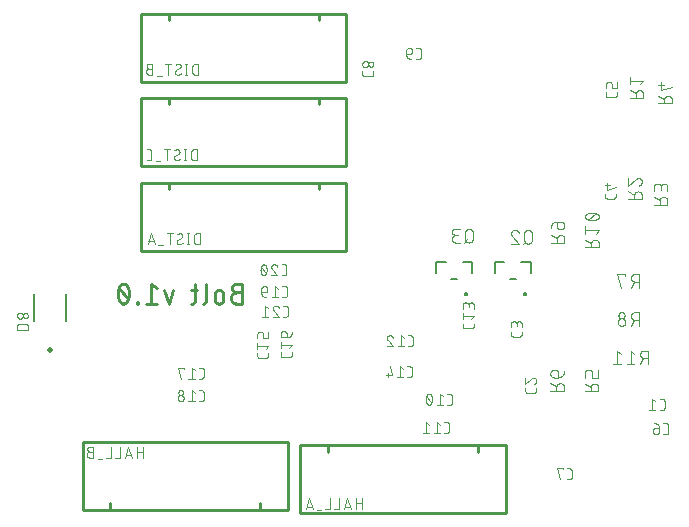
<source format=gbr>
G04 EAGLE Gerber RS-274X export*
G75*
%MOMM*%
%FSLAX34Y34*%
%LPD*%
%INSilkscreen Bottom*%
%IPPOS*%
%AMOC8*
5,1,8,0,0,1.08239X$1,22.5*%
G01*
%ADD10C,0.228600*%
%ADD11C,0.254000*%
%ADD12C,0.101600*%
%ADD13C,0.076200*%
%ADD14C,0.127000*%
%ADD15C,0.200000*%
%ADD16C,0.150000*%
%ADD17C,0.500000*%


D10*
X227457Y648137D02*
X222730Y648137D01*
X222594Y648135D01*
X222458Y648129D01*
X222322Y648119D01*
X222186Y648106D01*
X222051Y648088D01*
X221917Y648066D01*
X221783Y648041D01*
X221650Y648012D01*
X221518Y647979D01*
X221386Y647942D01*
X221256Y647901D01*
X221128Y647857D01*
X221000Y647809D01*
X220874Y647757D01*
X220749Y647702D01*
X220627Y647643D01*
X220505Y647581D01*
X220386Y647515D01*
X220269Y647446D01*
X220154Y647373D01*
X220040Y647297D01*
X219930Y647218D01*
X219821Y647136D01*
X219715Y647050D01*
X219611Y646962D01*
X219510Y646871D01*
X219412Y646776D01*
X219316Y646679D01*
X219223Y646580D01*
X219133Y646477D01*
X219046Y646372D01*
X218963Y646265D01*
X218882Y646155D01*
X218804Y646043D01*
X218730Y645929D01*
X218659Y645813D01*
X218592Y645694D01*
X218528Y645574D01*
X218467Y645452D01*
X218410Y645328D01*
X218356Y645203D01*
X218306Y645076D01*
X218260Y644948D01*
X218218Y644819D01*
X218179Y644688D01*
X218144Y644557D01*
X218113Y644424D01*
X218086Y644290D01*
X218062Y644156D01*
X218043Y644021D01*
X218027Y643886D01*
X218015Y643750D01*
X218007Y643614D01*
X218003Y643478D01*
X218003Y643342D01*
X218007Y643206D01*
X218015Y643070D01*
X218027Y642934D01*
X218043Y642799D01*
X218062Y642664D01*
X218086Y642530D01*
X218113Y642396D01*
X218144Y642263D01*
X218179Y642132D01*
X218218Y642001D01*
X218260Y641872D01*
X218306Y641744D01*
X218356Y641617D01*
X218410Y641492D01*
X218467Y641368D01*
X218528Y641246D01*
X218592Y641126D01*
X218659Y641007D01*
X218730Y640891D01*
X218804Y640777D01*
X218882Y640665D01*
X218963Y640555D01*
X219046Y640448D01*
X219133Y640343D01*
X219223Y640240D01*
X219316Y640141D01*
X219412Y640044D01*
X219510Y639949D01*
X219611Y639858D01*
X219715Y639770D01*
X219821Y639684D01*
X219930Y639602D01*
X220040Y639523D01*
X220154Y639447D01*
X220269Y639374D01*
X220386Y639305D01*
X220505Y639239D01*
X220627Y639177D01*
X220749Y639118D01*
X220874Y639063D01*
X221000Y639011D01*
X221128Y638963D01*
X221256Y638919D01*
X221386Y638878D01*
X221518Y638841D01*
X221650Y638808D01*
X221783Y638779D01*
X221917Y638754D01*
X222051Y638732D01*
X222186Y638714D01*
X222322Y638701D01*
X222458Y638691D01*
X222594Y638685D01*
X222730Y638683D01*
X227457Y638683D01*
X227457Y655701D01*
X222730Y655701D01*
X222609Y655699D01*
X222488Y655693D01*
X222367Y655684D01*
X222246Y655670D01*
X222126Y655653D01*
X222007Y655631D01*
X221888Y655606D01*
X221771Y655577D01*
X221654Y655545D01*
X221538Y655508D01*
X221424Y655468D01*
X221311Y655425D01*
X221199Y655377D01*
X221089Y655326D01*
X220981Y655272D01*
X220874Y655214D01*
X220769Y655153D01*
X220667Y655089D01*
X220566Y655021D01*
X220468Y654950D01*
X220372Y654876D01*
X220278Y654799D01*
X220187Y654719D01*
X220099Y654636D01*
X220013Y654550D01*
X219930Y654462D01*
X219850Y654371D01*
X219773Y654277D01*
X219699Y654181D01*
X219628Y654083D01*
X219560Y653982D01*
X219496Y653880D01*
X219435Y653775D01*
X219377Y653668D01*
X219323Y653560D01*
X219272Y653450D01*
X219224Y653338D01*
X219181Y653225D01*
X219141Y653111D01*
X219104Y652995D01*
X219072Y652878D01*
X219043Y652761D01*
X219018Y652642D01*
X218996Y652523D01*
X218979Y652403D01*
X218965Y652282D01*
X218956Y652161D01*
X218950Y652040D01*
X218948Y651919D01*
X218950Y651798D01*
X218956Y651677D01*
X218965Y651556D01*
X218979Y651435D01*
X218996Y651315D01*
X219018Y651196D01*
X219043Y651077D01*
X219072Y650960D01*
X219104Y650843D01*
X219141Y650727D01*
X219181Y650613D01*
X219224Y650500D01*
X219272Y650388D01*
X219323Y650278D01*
X219377Y650170D01*
X219435Y650063D01*
X219496Y649958D01*
X219560Y649856D01*
X219628Y649755D01*
X219699Y649657D01*
X219773Y649561D01*
X219850Y649467D01*
X219930Y649376D01*
X220013Y649288D01*
X220099Y649202D01*
X220187Y649119D01*
X220278Y649039D01*
X220372Y648962D01*
X220468Y648888D01*
X220566Y648817D01*
X220667Y648749D01*
X220769Y648685D01*
X220874Y648624D01*
X220981Y648566D01*
X221089Y648512D01*
X221199Y648461D01*
X221311Y648413D01*
X221424Y648370D01*
X221538Y648330D01*
X221654Y648293D01*
X221771Y648261D01*
X221888Y648232D01*
X222007Y648207D01*
X222126Y648185D01*
X222246Y648168D01*
X222367Y648154D01*
X222488Y648145D01*
X222609Y648139D01*
X222730Y648137D01*
X211698Y646247D02*
X211698Y642465D01*
X211698Y646247D02*
X211696Y646368D01*
X211690Y646489D01*
X211681Y646610D01*
X211667Y646731D01*
X211650Y646851D01*
X211628Y646970D01*
X211603Y647089D01*
X211574Y647206D01*
X211542Y647323D01*
X211505Y647439D01*
X211465Y647553D01*
X211422Y647666D01*
X211374Y647778D01*
X211323Y647888D01*
X211269Y647996D01*
X211211Y648103D01*
X211150Y648208D01*
X211086Y648310D01*
X211018Y648411D01*
X210947Y648509D01*
X210873Y648605D01*
X210796Y648699D01*
X210716Y648790D01*
X210633Y648878D01*
X210547Y648964D01*
X210459Y649047D01*
X210368Y649127D01*
X210274Y649204D01*
X210178Y649278D01*
X210080Y649349D01*
X209979Y649417D01*
X209877Y649481D01*
X209772Y649542D01*
X209665Y649600D01*
X209557Y649654D01*
X209447Y649705D01*
X209335Y649753D01*
X209222Y649796D01*
X209108Y649836D01*
X208992Y649873D01*
X208875Y649905D01*
X208758Y649934D01*
X208639Y649959D01*
X208520Y649981D01*
X208400Y649998D01*
X208279Y650012D01*
X208158Y650021D01*
X208037Y650027D01*
X207916Y650029D01*
X207795Y650027D01*
X207674Y650021D01*
X207553Y650012D01*
X207432Y649998D01*
X207312Y649981D01*
X207193Y649959D01*
X207074Y649934D01*
X206957Y649905D01*
X206840Y649873D01*
X206724Y649836D01*
X206610Y649796D01*
X206497Y649753D01*
X206385Y649705D01*
X206275Y649654D01*
X206167Y649600D01*
X206060Y649542D01*
X205955Y649481D01*
X205853Y649417D01*
X205752Y649349D01*
X205654Y649278D01*
X205558Y649204D01*
X205464Y649127D01*
X205373Y649047D01*
X205285Y648964D01*
X205199Y648878D01*
X205116Y648790D01*
X205036Y648699D01*
X204959Y648605D01*
X204885Y648509D01*
X204814Y648411D01*
X204746Y648310D01*
X204682Y648208D01*
X204621Y648103D01*
X204563Y647996D01*
X204509Y647888D01*
X204458Y647778D01*
X204410Y647666D01*
X204367Y647553D01*
X204327Y647439D01*
X204290Y647323D01*
X204258Y647206D01*
X204229Y647089D01*
X204204Y646970D01*
X204182Y646851D01*
X204165Y646731D01*
X204151Y646610D01*
X204142Y646489D01*
X204136Y646368D01*
X204134Y646247D01*
X204134Y642465D01*
X204136Y642344D01*
X204142Y642223D01*
X204151Y642102D01*
X204165Y641981D01*
X204182Y641861D01*
X204204Y641742D01*
X204229Y641623D01*
X204258Y641506D01*
X204290Y641389D01*
X204327Y641273D01*
X204367Y641159D01*
X204410Y641046D01*
X204458Y640934D01*
X204509Y640824D01*
X204563Y640716D01*
X204621Y640609D01*
X204682Y640504D01*
X204746Y640402D01*
X204814Y640301D01*
X204885Y640203D01*
X204959Y640107D01*
X205036Y640013D01*
X205116Y639922D01*
X205199Y639834D01*
X205285Y639748D01*
X205373Y639665D01*
X205464Y639585D01*
X205558Y639508D01*
X205654Y639434D01*
X205752Y639363D01*
X205853Y639295D01*
X205955Y639231D01*
X206060Y639170D01*
X206167Y639112D01*
X206275Y639058D01*
X206385Y639007D01*
X206497Y638959D01*
X206610Y638916D01*
X206724Y638876D01*
X206840Y638839D01*
X206957Y638807D01*
X207074Y638778D01*
X207193Y638753D01*
X207312Y638731D01*
X207432Y638714D01*
X207553Y638700D01*
X207674Y638691D01*
X207795Y638685D01*
X207916Y638683D01*
X208037Y638685D01*
X208158Y638691D01*
X208279Y638700D01*
X208400Y638714D01*
X208520Y638731D01*
X208639Y638753D01*
X208758Y638778D01*
X208875Y638807D01*
X208992Y638839D01*
X209108Y638876D01*
X209222Y638916D01*
X209335Y638959D01*
X209447Y639007D01*
X209557Y639058D01*
X209665Y639112D01*
X209772Y639170D01*
X209877Y639231D01*
X209979Y639295D01*
X210080Y639363D01*
X210178Y639434D01*
X210274Y639508D01*
X210368Y639585D01*
X210459Y639665D01*
X210547Y639748D01*
X210633Y639834D01*
X210716Y639922D01*
X210796Y640013D01*
X210873Y640107D01*
X210947Y640203D01*
X211018Y640301D01*
X211086Y640402D01*
X211150Y640504D01*
X211211Y640609D01*
X211269Y640716D01*
X211323Y640824D01*
X211374Y640934D01*
X211422Y641046D01*
X211465Y641159D01*
X211505Y641273D01*
X211542Y641389D01*
X211574Y641506D01*
X211603Y641623D01*
X211628Y641742D01*
X211650Y641861D01*
X211667Y641981D01*
X211681Y642102D01*
X211690Y642223D01*
X211696Y642344D01*
X211698Y642465D01*
X196972Y641519D02*
X196972Y655701D01*
X196972Y641519D02*
X196970Y641415D01*
X196964Y641312D01*
X196955Y641209D01*
X196942Y641106D01*
X196925Y641004D01*
X196904Y640902D01*
X196880Y640802D01*
X196852Y640702D01*
X196820Y640603D01*
X196785Y640506D01*
X196746Y640410D01*
X196704Y640315D01*
X196658Y640222D01*
X196609Y640131D01*
X196557Y640042D01*
X196501Y639954D01*
X196442Y639869D01*
X196381Y639786D01*
X196316Y639705D01*
X196248Y639626D01*
X196178Y639551D01*
X196104Y639477D01*
X196029Y639407D01*
X195950Y639339D01*
X195869Y639274D01*
X195786Y639213D01*
X195701Y639154D01*
X195613Y639098D01*
X195524Y639046D01*
X195433Y638997D01*
X195340Y638951D01*
X195245Y638909D01*
X195149Y638870D01*
X195052Y638835D01*
X194953Y638803D01*
X194853Y638775D01*
X194753Y638751D01*
X194651Y638730D01*
X194549Y638713D01*
X194446Y638700D01*
X194343Y638691D01*
X194240Y638685D01*
X194136Y638683D01*
X189680Y650028D02*
X184008Y650028D01*
X187789Y655701D02*
X187789Y641519D01*
X187787Y641415D01*
X187781Y641312D01*
X187772Y641209D01*
X187759Y641106D01*
X187742Y641004D01*
X187721Y640902D01*
X187697Y640802D01*
X187669Y640702D01*
X187637Y640603D01*
X187602Y640506D01*
X187563Y640410D01*
X187521Y640315D01*
X187475Y640222D01*
X187426Y640131D01*
X187374Y640042D01*
X187318Y639954D01*
X187259Y639869D01*
X187198Y639786D01*
X187133Y639705D01*
X187065Y639626D01*
X186995Y639551D01*
X186921Y639477D01*
X186846Y639407D01*
X186767Y639339D01*
X186686Y639274D01*
X186603Y639213D01*
X186518Y639154D01*
X186430Y639098D01*
X186341Y639046D01*
X186250Y638997D01*
X186157Y638951D01*
X186062Y638909D01*
X185966Y638870D01*
X185869Y638835D01*
X185770Y638803D01*
X185670Y638775D01*
X185570Y638751D01*
X185468Y638730D01*
X185366Y638713D01*
X185263Y638700D01*
X185160Y638691D01*
X185057Y638685D01*
X184953Y638683D01*
X184008Y638683D01*
X165482Y638683D02*
X169263Y650028D01*
X161700Y650028D02*
X165482Y638683D01*
X155134Y651919D02*
X150406Y655701D01*
X150406Y638683D01*
X145679Y638683D02*
X155134Y638683D01*
X139154Y638683D02*
X139154Y639628D01*
X138208Y639628D01*
X138208Y638683D01*
X139154Y638683D01*
X131683Y647192D02*
X131679Y647527D01*
X131667Y647861D01*
X131647Y648196D01*
X131619Y648529D01*
X131583Y648862D01*
X131539Y649194D01*
X131488Y649525D01*
X131428Y649854D01*
X131361Y650182D01*
X131285Y650508D01*
X131202Y650833D01*
X131111Y651155D01*
X131013Y651475D01*
X130907Y651792D01*
X130793Y652107D01*
X130672Y652419D01*
X130544Y652729D01*
X130408Y653035D01*
X130265Y653337D01*
X130225Y653448D01*
X130181Y653557D01*
X130134Y653664D01*
X130084Y653770D01*
X130029Y653874D01*
X129972Y653976D01*
X129910Y654076D01*
X129846Y654174D01*
X129778Y654270D01*
X129707Y654363D01*
X129633Y654454D01*
X129556Y654543D01*
X129477Y654628D01*
X129394Y654712D01*
X129308Y654792D01*
X129220Y654869D01*
X129130Y654944D01*
X129037Y655015D01*
X128941Y655083D01*
X128844Y655148D01*
X128744Y655210D01*
X128642Y655268D01*
X128538Y655323D01*
X128433Y655374D01*
X128326Y655422D01*
X128217Y655466D01*
X128107Y655506D01*
X127996Y655543D01*
X127883Y655576D01*
X127769Y655605D01*
X127655Y655630D01*
X127540Y655652D01*
X127424Y655670D01*
X127307Y655683D01*
X127190Y655693D01*
X127073Y655699D01*
X126956Y655701D01*
X126839Y655699D01*
X126722Y655693D01*
X126605Y655683D01*
X126488Y655670D01*
X126372Y655652D01*
X126257Y655630D01*
X126143Y655605D01*
X126029Y655576D01*
X125916Y655543D01*
X125805Y655506D01*
X125695Y655466D01*
X125586Y655422D01*
X125479Y655374D01*
X125374Y655323D01*
X125270Y655268D01*
X125168Y655210D01*
X125068Y655148D01*
X124971Y655083D01*
X124875Y655015D01*
X124782Y654944D01*
X124692Y654869D01*
X124604Y654792D01*
X124518Y654712D01*
X124435Y654628D01*
X124355Y654543D01*
X124279Y654454D01*
X124205Y654363D01*
X124134Y654270D01*
X124066Y654174D01*
X124002Y654076D01*
X123940Y653976D01*
X123883Y653874D01*
X123828Y653770D01*
X123778Y653664D01*
X123731Y653557D01*
X123687Y653448D01*
X123647Y653337D01*
X123646Y653337D02*
X123503Y653035D01*
X123367Y652729D01*
X123239Y652420D01*
X123118Y652107D01*
X123004Y651793D01*
X122898Y651475D01*
X122800Y651155D01*
X122709Y650833D01*
X122626Y650508D01*
X122550Y650182D01*
X122483Y649854D01*
X122423Y649525D01*
X122372Y649194D01*
X122328Y648862D01*
X122292Y648529D01*
X122264Y648196D01*
X122244Y647861D01*
X122232Y647527D01*
X122228Y647192D01*
X131683Y647192D02*
X131679Y646857D01*
X131667Y646523D01*
X131647Y646188D01*
X131619Y645855D01*
X131583Y645522D01*
X131539Y645190D01*
X131488Y644859D01*
X131428Y644530D01*
X131361Y644202D01*
X131285Y643876D01*
X131202Y643551D01*
X131111Y643229D01*
X131013Y642909D01*
X130907Y642592D01*
X130793Y642277D01*
X130672Y641965D01*
X130544Y641655D01*
X130408Y641349D01*
X130265Y641047D01*
X130265Y641046D02*
X130225Y640936D01*
X130181Y640827D01*
X130134Y640720D01*
X130084Y640614D01*
X130029Y640510D01*
X129972Y640408D01*
X129910Y640308D01*
X129846Y640210D01*
X129778Y640114D01*
X129707Y640021D01*
X129633Y639930D01*
X129556Y639841D01*
X129477Y639756D01*
X129394Y639672D01*
X129308Y639592D01*
X129220Y639515D01*
X129130Y639440D01*
X129037Y639369D01*
X128941Y639301D01*
X128844Y639236D01*
X128744Y639174D01*
X128642Y639116D01*
X128538Y639061D01*
X128433Y639010D01*
X128326Y638962D01*
X128217Y638918D01*
X128107Y638878D01*
X127996Y638841D01*
X127883Y638808D01*
X127769Y638779D01*
X127655Y638754D01*
X127540Y638732D01*
X127424Y638714D01*
X127307Y638701D01*
X127190Y638691D01*
X127073Y638685D01*
X126956Y638683D01*
X123647Y641047D02*
X123504Y641349D01*
X123368Y641655D01*
X123240Y641964D01*
X123119Y642277D01*
X123005Y642592D01*
X122899Y642909D01*
X122801Y643229D01*
X122710Y643551D01*
X122627Y643876D01*
X122551Y644202D01*
X122484Y644530D01*
X122424Y644859D01*
X122373Y645190D01*
X122329Y645522D01*
X122293Y645855D01*
X122265Y646188D01*
X122245Y646523D01*
X122233Y646857D01*
X122229Y647192D01*
X123647Y641047D02*
X123687Y640936D01*
X123731Y640827D01*
X123778Y640720D01*
X123828Y640614D01*
X123883Y640510D01*
X123940Y640408D01*
X124002Y640308D01*
X124066Y640210D01*
X124134Y640114D01*
X124205Y640021D01*
X124279Y639930D01*
X124356Y639841D01*
X124435Y639756D01*
X124518Y639672D01*
X124604Y639592D01*
X124692Y639515D01*
X124782Y639440D01*
X124875Y639369D01*
X124971Y639301D01*
X125068Y639236D01*
X125168Y639174D01*
X125270Y639116D01*
X125374Y639061D01*
X125479Y639010D01*
X125586Y638962D01*
X125695Y638918D01*
X125805Y638878D01*
X125916Y638841D01*
X126029Y638808D01*
X126143Y638779D01*
X126257Y638754D01*
X126372Y638732D01*
X126488Y638714D01*
X126605Y638701D01*
X126722Y638691D01*
X126839Y638685D01*
X126956Y638683D01*
X130738Y642465D02*
X123174Y651919D01*
D11*
X450575Y518950D02*
X450575Y461450D01*
X276575Y461450D01*
X276575Y518950D01*
X450575Y518950D01*
X300575Y518375D02*
X300575Y513375D01*
X427575Y513375D02*
X427575Y518375D01*
D12*
X328638Y473717D02*
X328638Y464573D01*
X328638Y469653D02*
X323558Y469653D01*
X323558Y473717D02*
X323558Y464573D01*
X319698Y464573D02*
X316650Y473717D01*
X313602Y464573D01*
X314364Y466859D02*
X318936Y466859D01*
X309721Y464573D02*
X309721Y473717D01*
X309721Y464573D02*
X305657Y464573D01*
X301796Y464573D02*
X301796Y473717D01*
X301796Y464573D02*
X297732Y464573D01*
X294603Y463557D02*
X290539Y463557D01*
X287389Y464573D02*
X284341Y473717D01*
X281293Y464573D01*
X282055Y466859D02*
X286627Y466859D01*
X517473Y564541D02*
X529157Y564541D01*
X529157Y567787D01*
X529155Y567900D01*
X529149Y568013D01*
X529139Y568126D01*
X529125Y568239D01*
X529108Y568351D01*
X529086Y568462D01*
X529061Y568572D01*
X529031Y568682D01*
X528998Y568790D01*
X528961Y568897D01*
X528921Y569003D01*
X528876Y569107D01*
X528828Y569210D01*
X528777Y569311D01*
X528722Y569410D01*
X528664Y569507D01*
X528602Y569602D01*
X528537Y569695D01*
X528469Y569785D01*
X528398Y569873D01*
X528323Y569959D01*
X528246Y570042D01*
X528166Y570122D01*
X528083Y570199D01*
X527997Y570274D01*
X527909Y570345D01*
X527819Y570413D01*
X527726Y570478D01*
X527631Y570540D01*
X527534Y570598D01*
X527435Y570653D01*
X527334Y570704D01*
X527231Y570752D01*
X527127Y570797D01*
X527021Y570837D01*
X526914Y570874D01*
X526806Y570907D01*
X526696Y570937D01*
X526586Y570962D01*
X526475Y570984D01*
X526363Y571001D01*
X526250Y571015D01*
X526137Y571025D01*
X526024Y571031D01*
X525911Y571033D01*
X525798Y571031D01*
X525685Y571025D01*
X525572Y571015D01*
X525459Y571001D01*
X525347Y570984D01*
X525236Y570962D01*
X525126Y570937D01*
X525016Y570907D01*
X524908Y570874D01*
X524801Y570837D01*
X524695Y570797D01*
X524591Y570752D01*
X524488Y570704D01*
X524387Y570653D01*
X524288Y570598D01*
X524191Y570540D01*
X524096Y570478D01*
X524003Y570413D01*
X523913Y570345D01*
X523825Y570274D01*
X523739Y570199D01*
X523656Y570122D01*
X523576Y570042D01*
X523499Y569959D01*
X523424Y569873D01*
X523353Y569785D01*
X523285Y569695D01*
X523220Y569602D01*
X523158Y569507D01*
X523100Y569410D01*
X523045Y569311D01*
X522994Y569210D01*
X522946Y569107D01*
X522901Y569003D01*
X522861Y568897D01*
X522824Y568790D01*
X522791Y568682D01*
X522761Y568572D01*
X522736Y568462D01*
X522714Y568351D01*
X522697Y568239D01*
X522683Y568126D01*
X522673Y568013D01*
X522667Y567900D01*
X522665Y567787D01*
X522666Y567787D02*
X522666Y564541D01*
X522666Y568436D02*
X517473Y571032D01*
X517473Y575897D02*
X517473Y579792D01*
X517475Y579891D01*
X517481Y579991D01*
X517490Y580090D01*
X517503Y580188D01*
X517520Y580286D01*
X517541Y580384D01*
X517566Y580480D01*
X517594Y580575D01*
X517626Y580669D01*
X517661Y580762D01*
X517700Y580854D01*
X517743Y580944D01*
X517788Y581032D01*
X517838Y581119D01*
X517890Y581203D01*
X517946Y581286D01*
X518004Y581366D01*
X518066Y581444D01*
X518131Y581519D01*
X518199Y581592D01*
X518269Y581662D01*
X518342Y581730D01*
X518417Y581795D01*
X518495Y581857D01*
X518575Y581915D01*
X518658Y581971D01*
X518742Y582023D01*
X518829Y582073D01*
X518917Y582118D01*
X519007Y582161D01*
X519099Y582200D01*
X519192Y582235D01*
X519286Y582267D01*
X519381Y582295D01*
X519477Y582320D01*
X519575Y582341D01*
X519673Y582358D01*
X519771Y582371D01*
X519870Y582380D01*
X519970Y582386D01*
X520069Y582388D01*
X521368Y582388D01*
X521467Y582386D01*
X521567Y582380D01*
X521666Y582371D01*
X521764Y582358D01*
X521862Y582341D01*
X521960Y582320D01*
X522056Y582295D01*
X522151Y582267D01*
X522245Y582235D01*
X522338Y582200D01*
X522430Y582161D01*
X522520Y582118D01*
X522608Y582073D01*
X522695Y582023D01*
X522779Y581971D01*
X522862Y581915D01*
X522942Y581857D01*
X523020Y581795D01*
X523095Y581730D01*
X523168Y581662D01*
X523238Y581592D01*
X523306Y581519D01*
X523371Y581444D01*
X523433Y581366D01*
X523491Y581286D01*
X523547Y581203D01*
X523599Y581119D01*
X523649Y581032D01*
X523694Y580944D01*
X523737Y580854D01*
X523776Y580762D01*
X523811Y580669D01*
X523843Y580575D01*
X523871Y580480D01*
X523896Y580384D01*
X523917Y580286D01*
X523934Y580188D01*
X523947Y580090D01*
X523956Y579991D01*
X523962Y579891D01*
X523964Y579792D01*
X523964Y575897D01*
X529157Y575897D01*
X529157Y582388D01*
X500074Y564743D02*
X488390Y564743D01*
X500074Y564743D02*
X500074Y567989D01*
X500072Y568102D01*
X500066Y568215D01*
X500056Y568328D01*
X500042Y568441D01*
X500025Y568553D01*
X500003Y568664D01*
X499978Y568774D01*
X499948Y568884D01*
X499915Y568992D01*
X499878Y569099D01*
X499838Y569205D01*
X499793Y569309D01*
X499745Y569412D01*
X499694Y569513D01*
X499639Y569612D01*
X499581Y569709D01*
X499519Y569804D01*
X499454Y569897D01*
X499386Y569987D01*
X499315Y570075D01*
X499240Y570161D01*
X499163Y570244D01*
X499083Y570324D01*
X499000Y570401D01*
X498914Y570476D01*
X498826Y570547D01*
X498736Y570615D01*
X498643Y570680D01*
X498548Y570742D01*
X498451Y570800D01*
X498352Y570855D01*
X498251Y570906D01*
X498148Y570954D01*
X498044Y570999D01*
X497938Y571039D01*
X497831Y571076D01*
X497723Y571109D01*
X497613Y571139D01*
X497503Y571164D01*
X497392Y571186D01*
X497280Y571203D01*
X497167Y571217D01*
X497054Y571227D01*
X496941Y571233D01*
X496828Y571235D01*
X496715Y571233D01*
X496602Y571227D01*
X496489Y571217D01*
X496376Y571203D01*
X496264Y571186D01*
X496153Y571164D01*
X496043Y571139D01*
X495933Y571109D01*
X495825Y571076D01*
X495718Y571039D01*
X495612Y570999D01*
X495508Y570954D01*
X495405Y570906D01*
X495304Y570855D01*
X495205Y570800D01*
X495108Y570742D01*
X495013Y570680D01*
X494920Y570615D01*
X494830Y570547D01*
X494742Y570476D01*
X494656Y570401D01*
X494573Y570324D01*
X494493Y570244D01*
X494416Y570161D01*
X494341Y570075D01*
X494270Y569987D01*
X494202Y569897D01*
X494137Y569804D01*
X494075Y569709D01*
X494017Y569612D01*
X493962Y569513D01*
X493911Y569412D01*
X493863Y569309D01*
X493818Y569205D01*
X493778Y569099D01*
X493741Y568992D01*
X493708Y568884D01*
X493678Y568774D01*
X493653Y568664D01*
X493631Y568553D01*
X493614Y568441D01*
X493600Y568328D01*
X493590Y568215D01*
X493584Y568102D01*
X493582Y567989D01*
X493583Y567989D02*
X493583Y564743D01*
X493583Y568638D02*
X488390Y571234D01*
X494881Y576099D02*
X494881Y579994D01*
X494879Y580093D01*
X494873Y580193D01*
X494864Y580292D01*
X494851Y580390D01*
X494834Y580488D01*
X494813Y580586D01*
X494788Y580682D01*
X494760Y580777D01*
X494728Y580871D01*
X494693Y580964D01*
X494654Y581056D01*
X494611Y581146D01*
X494566Y581234D01*
X494516Y581321D01*
X494464Y581405D01*
X494408Y581488D01*
X494350Y581568D01*
X494288Y581646D01*
X494223Y581721D01*
X494155Y581794D01*
X494085Y581864D01*
X494012Y581932D01*
X493937Y581997D01*
X493859Y582059D01*
X493779Y582117D01*
X493696Y582173D01*
X493612Y582225D01*
X493525Y582275D01*
X493437Y582320D01*
X493347Y582363D01*
X493255Y582402D01*
X493162Y582437D01*
X493068Y582469D01*
X492973Y582497D01*
X492877Y582522D01*
X492779Y582543D01*
X492681Y582560D01*
X492583Y582573D01*
X492484Y582582D01*
X492384Y582588D01*
X492285Y582590D01*
X491636Y582590D01*
X491636Y582591D02*
X491523Y582589D01*
X491410Y582583D01*
X491297Y582573D01*
X491184Y582559D01*
X491072Y582542D01*
X490961Y582520D01*
X490851Y582495D01*
X490741Y582465D01*
X490633Y582432D01*
X490526Y582395D01*
X490420Y582355D01*
X490316Y582310D01*
X490213Y582262D01*
X490112Y582211D01*
X490013Y582156D01*
X489916Y582098D01*
X489821Y582036D01*
X489728Y581971D01*
X489638Y581903D01*
X489550Y581832D01*
X489464Y581757D01*
X489381Y581680D01*
X489301Y581600D01*
X489224Y581517D01*
X489149Y581431D01*
X489078Y581343D01*
X489010Y581253D01*
X488945Y581160D01*
X488883Y581065D01*
X488825Y580968D01*
X488770Y580869D01*
X488719Y580768D01*
X488671Y580665D01*
X488626Y580561D01*
X488586Y580455D01*
X488549Y580348D01*
X488516Y580240D01*
X488486Y580130D01*
X488461Y580020D01*
X488439Y579909D01*
X488422Y579797D01*
X488408Y579684D01*
X488398Y579571D01*
X488392Y579458D01*
X488390Y579345D01*
X488392Y579232D01*
X488398Y579119D01*
X488408Y579006D01*
X488422Y578893D01*
X488439Y578781D01*
X488461Y578670D01*
X488486Y578560D01*
X488516Y578450D01*
X488549Y578342D01*
X488586Y578235D01*
X488626Y578129D01*
X488671Y578025D01*
X488719Y577922D01*
X488770Y577821D01*
X488825Y577722D01*
X488883Y577625D01*
X488945Y577530D01*
X489010Y577437D01*
X489078Y577347D01*
X489149Y577259D01*
X489224Y577173D01*
X489301Y577090D01*
X489381Y577010D01*
X489464Y576933D01*
X489550Y576858D01*
X489638Y576787D01*
X489728Y576719D01*
X489821Y576654D01*
X489916Y576592D01*
X490013Y576534D01*
X490112Y576479D01*
X490213Y576428D01*
X490316Y576380D01*
X490420Y576335D01*
X490526Y576295D01*
X490633Y576258D01*
X490741Y576225D01*
X490851Y576195D01*
X490961Y576170D01*
X491072Y576148D01*
X491184Y576131D01*
X491297Y576117D01*
X491410Y576107D01*
X491523Y576101D01*
X491636Y576099D01*
X494881Y576099D01*
X495024Y576101D01*
X495167Y576107D01*
X495310Y576117D01*
X495452Y576131D01*
X495594Y576148D01*
X495736Y576170D01*
X495877Y576195D01*
X496017Y576225D01*
X496156Y576258D01*
X496294Y576295D01*
X496431Y576336D01*
X496567Y576380D01*
X496702Y576429D01*
X496835Y576481D01*
X496967Y576536D01*
X497097Y576596D01*
X497226Y576659D01*
X497353Y576725D01*
X497477Y576795D01*
X497600Y576868D01*
X497721Y576945D01*
X497840Y577025D01*
X497956Y577108D01*
X498071Y577194D01*
X498182Y577283D01*
X498292Y577376D01*
X498398Y577471D01*
X498502Y577570D01*
X498603Y577671D01*
X498702Y577775D01*
X498797Y577881D01*
X498890Y577991D01*
X498979Y578102D01*
X499065Y578217D01*
X499148Y578333D01*
X499228Y578452D01*
X499305Y578573D01*
X499378Y578695D01*
X499448Y578820D01*
X499514Y578947D01*
X499577Y579076D01*
X499637Y579206D01*
X499692Y579338D01*
X499744Y579471D01*
X499793Y579606D01*
X499837Y579742D01*
X499878Y579879D01*
X499915Y580017D01*
X499948Y580156D01*
X499978Y580296D01*
X500003Y580437D01*
X500025Y580579D01*
X500042Y580721D01*
X500056Y580863D01*
X500066Y581006D01*
X500072Y581149D01*
X500074Y581292D01*
D13*
X580933Y548552D02*
X583021Y548552D01*
X583110Y548554D01*
X583198Y548560D01*
X583286Y548569D01*
X583374Y548582D01*
X583461Y548599D01*
X583547Y548619D01*
X583632Y548644D01*
X583717Y548671D01*
X583800Y548703D01*
X583881Y548737D01*
X583961Y548776D01*
X584039Y548817D01*
X584116Y548862D01*
X584190Y548910D01*
X584263Y548961D01*
X584333Y549015D01*
X584400Y549073D01*
X584466Y549133D01*
X584528Y549195D01*
X584588Y549261D01*
X584646Y549328D01*
X584700Y549398D01*
X584751Y549471D01*
X584799Y549545D01*
X584844Y549622D01*
X584885Y549700D01*
X584924Y549780D01*
X584958Y549861D01*
X584990Y549944D01*
X585017Y550029D01*
X585042Y550114D01*
X585062Y550200D01*
X585079Y550287D01*
X585092Y550375D01*
X585101Y550463D01*
X585107Y550551D01*
X585109Y550640D01*
X585110Y550640D02*
X585110Y555862D01*
X585109Y555862D02*
X585107Y555951D01*
X585101Y556039D01*
X585092Y556127D01*
X585079Y556215D01*
X585062Y556302D01*
X585042Y556388D01*
X585017Y556473D01*
X584990Y556558D01*
X584958Y556641D01*
X584924Y556722D01*
X584885Y556802D01*
X584844Y556880D01*
X584799Y556957D01*
X584751Y557031D01*
X584700Y557104D01*
X584646Y557174D01*
X584588Y557241D01*
X584528Y557307D01*
X584466Y557369D01*
X584400Y557429D01*
X584333Y557487D01*
X584263Y557541D01*
X584190Y557592D01*
X584116Y557640D01*
X584039Y557685D01*
X583961Y557726D01*
X583881Y557765D01*
X583800Y557799D01*
X583717Y557831D01*
X583632Y557858D01*
X583547Y557883D01*
X583461Y557903D01*
X583374Y557920D01*
X583286Y557933D01*
X583198Y557942D01*
X583110Y557948D01*
X583021Y557950D01*
X580933Y557950D01*
X577464Y555862D02*
X574854Y557950D01*
X574854Y548552D01*
X577464Y548552D02*
X572243Y548552D01*
X467194Y565187D02*
X467194Y567276D01*
X467194Y565187D02*
X467196Y565098D01*
X467202Y565010D01*
X467211Y564922D01*
X467224Y564834D01*
X467241Y564747D01*
X467261Y564661D01*
X467286Y564576D01*
X467313Y564491D01*
X467345Y564408D01*
X467379Y564327D01*
X467418Y564247D01*
X467459Y564169D01*
X467504Y564092D01*
X467552Y564018D01*
X467603Y563945D01*
X467657Y563875D01*
X467715Y563808D01*
X467775Y563742D01*
X467837Y563680D01*
X467903Y563620D01*
X467970Y563562D01*
X468040Y563508D01*
X468113Y563457D01*
X468187Y563409D01*
X468264Y563364D01*
X468342Y563323D01*
X468422Y563284D01*
X468503Y563250D01*
X468586Y563218D01*
X468671Y563191D01*
X468756Y563166D01*
X468842Y563146D01*
X468929Y563129D01*
X469017Y563116D01*
X469105Y563107D01*
X469193Y563101D01*
X469282Y563099D01*
X474504Y563099D01*
X474595Y563101D01*
X474686Y563107D01*
X474777Y563117D01*
X474867Y563131D01*
X474956Y563148D01*
X475044Y563170D01*
X475132Y563196D01*
X475218Y563225D01*
X475303Y563258D01*
X475386Y563295D01*
X475468Y563335D01*
X475548Y563379D01*
X475626Y563426D01*
X475702Y563477D01*
X475775Y563530D01*
X475846Y563587D01*
X475915Y563648D01*
X475980Y563711D01*
X476043Y563776D01*
X476103Y563845D01*
X476161Y563916D01*
X476214Y563989D01*
X476265Y564065D01*
X476312Y564143D01*
X476356Y564223D01*
X476396Y564305D01*
X476433Y564388D01*
X476466Y564473D01*
X476495Y564559D01*
X476521Y564647D01*
X476543Y564735D01*
X476560Y564824D01*
X476574Y564914D01*
X476584Y565005D01*
X476590Y565096D01*
X476592Y565187D01*
X476592Y567276D01*
X476593Y573616D02*
X476591Y573711D01*
X476585Y573805D01*
X476576Y573899D01*
X476563Y573993D01*
X476546Y574086D01*
X476525Y574178D01*
X476500Y574270D01*
X476472Y574360D01*
X476440Y574449D01*
X476405Y574537D01*
X476366Y574623D01*
X476324Y574708D01*
X476278Y574791D01*
X476229Y574872D01*
X476177Y574951D01*
X476122Y575028D01*
X476063Y575102D01*
X476002Y575174D01*
X475938Y575244D01*
X475871Y575311D01*
X475801Y575375D01*
X475729Y575436D01*
X475655Y575495D01*
X475578Y575550D01*
X475499Y575602D01*
X475418Y575651D01*
X475335Y575697D01*
X475250Y575739D01*
X475164Y575778D01*
X475076Y575813D01*
X474987Y575845D01*
X474897Y575873D01*
X474805Y575898D01*
X474713Y575919D01*
X474620Y575936D01*
X474526Y575949D01*
X474432Y575958D01*
X474338Y575964D01*
X474243Y575966D01*
X476592Y573616D02*
X476590Y573508D01*
X476584Y573399D01*
X476574Y573291D01*
X476561Y573184D01*
X476543Y573077D01*
X476522Y572970D01*
X476497Y572865D01*
X476468Y572760D01*
X476436Y572657D01*
X476399Y572555D01*
X476359Y572454D01*
X476316Y572355D01*
X476269Y572257D01*
X476218Y572161D01*
X476164Y572067D01*
X476107Y571975D01*
X476046Y571885D01*
X475982Y571797D01*
X475916Y571712D01*
X475846Y571629D01*
X475773Y571549D01*
X475697Y571471D01*
X475619Y571396D01*
X475538Y571324D01*
X475454Y571255D01*
X475368Y571189D01*
X475280Y571126D01*
X475189Y571067D01*
X475097Y571010D01*
X475002Y570957D01*
X474906Y570908D01*
X474807Y570862D01*
X474708Y570819D01*
X474606Y570780D01*
X474504Y570745D01*
X472415Y575183D02*
X472484Y575252D01*
X472555Y575318D01*
X472628Y575382D01*
X472704Y575443D01*
X472783Y575501D01*
X472863Y575555D01*
X472946Y575607D01*
X473030Y575655D01*
X473116Y575701D01*
X473204Y575742D01*
X473294Y575781D01*
X473385Y575816D01*
X473477Y575847D01*
X473570Y575875D01*
X473664Y575899D01*
X473759Y575919D01*
X473855Y575936D01*
X473952Y575949D01*
X474049Y575958D01*
X474146Y575964D01*
X474243Y575966D01*
X472415Y575183D02*
X467194Y570745D01*
X467194Y575966D01*
X454875Y612912D02*
X454875Y615000D01*
X454875Y612912D02*
X454877Y612823D01*
X454883Y612735D01*
X454892Y612647D01*
X454905Y612559D01*
X454922Y612472D01*
X454942Y612386D01*
X454967Y612301D01*
X454994Y612216D01*
X455026Y612133D01*
X455060Y612052D01*
X455099Y611972D01*
X455140Y611894D01*
X455185Y611817D01*
X455233Y611743D01*
X455284Y611670D01*
X455338Y611600D01*
X455396Y611533D01*
X455456Y611467D01*
X455518Y611405D01*
X455584Y611345D01*
X455651Y611287D01*
X455721Y611233D01*
X455794Y611182D01*
X455868Y611134D01*
X455945Y611089D01*
X456023Y611048D01*
X456103Y611009D01*
X456184Y610975D01*
X456267Y610943D01*
X456352Y610916D01*
X456437Y610891D01*
X456523Y610871D01*
X456610Y610854D01*
X456698Y610841D01*
X456786Y610832D01*
X456874Y610826D01*
X456963Y610824D01*
X456963Y610823D02*
X462185Y610823D01*
X462185Y610824D02*
X462276Y610826D01*
X462367Y610832D01*
X462458Y610842D01*
X462548Y610856D01*
X462637Y610873D01*
X462725Y610895D01*
X462813Y610921D01*
X462899Y610950D01*
X462984Y610983D01*
X463067Y611020D01*
X463149Y611060D01*
X463229Y611104D01*
X463307Y611151D01*
X463383Y611202D01*
X463456Y611255D01*
X463527Y611312D01*
X463596Y611373D01*
X463661Y611436D01*
X463724Y611501D01*
X463784Y611570D01*
X463842Y611641D01*
X463895Y611714D01*
X463946Y611790D01*
X463993Y611868D01*
X464037Y611948D01*
X464077Y612030D01*
X464114Y612113D01*
X464147Y612198D01*
X464176Y612284D01*
X464202Y612372D01*
X464224Y612460D01*
X464241Y612549D01*
X464255Y612639D01*
X464265Y612730D01*
X464271Y612821D01*
X464273Y612912D01*
X464273Y615000D01*
X454875Y618469D02*
X454875Y621079D01*
X454877Y621180D01*
X454883Y621281D01*
X454893Y621382D01*
X454906Y621482D01*
X454924Y621582D01*
X454945Y621681D01*
X454971Y621779D01*
X455000Y621876D01*
X455032Y621972D01*
X455069Y622066D01*
X455109Y622159D01*
X455153Y622251D01*
X455200Y622340D01*
X455251Y622428D01*
X455305Y622514D01*
X455362Y622597D01*
X455422Y622679D01*
X455486Y622757D01*
X455552Y622834D01*
X455622Y622907D01*
X455694Y622978D01*
X455769Y623046D01*
X455847Y623111D01*
X455927Y623173D01*
X456009Y623232D01*
X456094Y623288D01*
X456181Y623340D01*
X456269Y623389D01*
X456360Y623435D01*
X456452Y623476D01*
X456546Y623515D01*
X456641Y623549D01*
X456737Y623580D01*
X456835Y623607D01*
X456933Y623631D01*
X457033Y623650D01*
X457133Y623666D01*
X457233Y623678D01*
X457334Y623686D01*
X457435Y623690D01*
X457537Y623690D01*
X457638Y623686D01*
X457739Y623678D01*
X457839Y623666D01*
X457939Y623650D01*
X458039Y623631D01*
X458137Y623607D01*
X458235Y623580D01*
X458331Y623549D01*
X458426Y623515D01*
X458520Y623476D01*
X458612Y623435D01*
X458703Y623389D01*
X458792Y623340D01*
X458878Y623288D01*
X458963Y623232D01*
X459045Y623173D01*
X459125Y623111D01*
X459203Y623046D01*
X459278Y622978D01*
X459350Y622907D01*
X459420Y622834D01*
X459486Y622757D01*
X459550Y622679D01*
X459610Y622597D01*
X459667Y622514D01*
X459721Y622428D01*
X459772Y622340D01*
X459819Y622251D01*
X459863Y622159D01*
X459903Y622066D01*
X459940Y621972D01*
X459972Y621876D01*
X460001Y621779D01*
X460027Y621681D01*
X460048Y621582D01*
X460066Y621482D01*
X460079Y621382D01*
X460089Y621281D01*
X460095Y621180D01*
X460097Y621079D01*
X464273Y621602D02*
X464273Y618469D01*
X464273Y621602D02*
X464271Y621692D01*
X464265Y621781D01*
X464256Y621871D01*
X464242Y621960D01*
X464225Y622048D01*
X464204Y622135D01*
X464179Y622222D01*
X464150Y622307D01*
X464118Y622391D01*
X464083Y622473D01*
X464043Y622554D01*
X464001Y622633D01*
X463955Y622710D01*
X463905Y622785D01*
X463853Y622858D01*
X463797Y622929D01*
X463739Y622997D01*
X463677Y623062D01*
X463613Y623125D01*
X463546Y623185D01*
X463477Y623242D01*
X463405Y623296D01*
X463331Y623347D01*
X463255Y623395D01*
X463177Y623439D01*
X463097Y623480D01*
X463015Y623518D01*
X462932Y623552D01*
X462847Y623582D01*
X462761Y623609D01*
X462675Y623632D01*
X462587Y623651D01*
X462498Y623666D01*
X462409Y623678D01*
X462320Y623686D01*
X462230Y623690D01*
X462140Y623690D01*
X462050Y623686D01*
X461961Y623678D01*
X461872Y623666D01*
X461783Y623651D01*
X461695Y623632D01*
X461609Y623609D01*
X461523Y623582D01*
X461438Y623552D01*
X461355Y623518D01*
X461273Y623480D01*
X461193Y623439D01*
X461115Y623395D01*
X461039Y623347D01*
X460965Y623296D01*
X460893Y623242D01*
X460824Y623185D01*
X460757Y623125D01*
X460693Y623062D01*
X460631Y622997D01*
X460573Y622929D01*
X460517Y622858D01*
X460465Y622785D01*
X460415Y622710D01*
X460369Y622633D01*
X460327Y622554D01*
X460287Y622473D01*
X460252Y622391D01*
X460220Y622307D01*
X460191Y622222D01*
X460166Y622135D01*
X460145Y622048D01*
X460128Y621960D01*
X460114Y621871D01*
X460105Y621781D01*
X460099Y621692D01*
X460097Y621602D01*
X460096Y621602D02*
X460096Y619513D01*
D12*
X563092Y652093D02*
X563092Y663777D01*
X559846Y663777D01*
X559733Y663775D01*
X559620Y663769D01*
X559507Y663759D01*
X559394Y663745D01*
X559282Y663728D01*
X559171Y663706D01*
X559061Y663681D01*
X558951Y663651D01*
X558843Y663618D01*
X558736Y663581D01*
X558630Y663541D01*
X558526Y663496D01*
X558423Y663448D01*
X558322Y663397D01*
X558223Y663342D01*
X558126Y663284D01*
X558031Y663222D01*
X557938Y663157D01*
X557848Y663089D01*
X557760Y663018D01*
X557674Y662943D01*
X557591Y662866D01*
X557511Y662786D01*
X557434Y662703D01*
X557359Y662617D01*
X557288Y662529D01*
X557220Y662439D01*
X557155Y662346D01*
X557093Y662251D01*
X557035Y662154D01*
X556980Y662055D01*
X556929Y661954D01*
X556881Y661851D01*
X556836Y661747D01*
X556796Y661641D01*
X556759Y661534D01*
X556726Y661426D01*
X556696Y661316D01*
X556671Y661206D01*
X556649Y661095D01*
X556632Y660983D01*
X556618Y660870D01*
X556608Y660757D01*
X556602Y660644D01*
X556600Y660531D01*
X556602Y660418D01*
X556608Y660305D01*
X556618Y660192D01*
X556632Y660079D01*
X556649Y659967D01*
X556671Y659856D01*
X556696Y659746D01*
X556726Y659636D01*
X556759Y659528D01*
X556796Y659421D01*
X556836Y659315D01*
X556881Y659211D01*
X556929Y659108D01*
X556980Y659007D01*
X557035Y658908D01*
X557093Y658811D01*
X557155Y658716D01*
X557220Y658623D01*
X557288Y658533D01*
X557359Y658445D01*
X557434Y658359D01*
X557511Y658276D01*
X557591Y658196D01*
X557674Y658119D01*
X557760Y658044D01*
X557848Y657973D01*
X557938Y657905D01*
X558031Y657840D01*
X558126Y657778D01*
X558223Y657720D01*
X558322Y657665D01*
X558423Y657614D01*
X558526Y657566D01*
X558630Y657521D01*
X558736Y657481D01*
X558843Y657444D01*
X558951Y657411D01*
X559061Y657381D01*
X559171Y657356D01*
X559282Y657334D01*
X559394Y657317D01*
X559507Y657303D01*
X559620Y657293D01*
X559733Y657287D01*
X559846Y657285D01*
X559846Y657286D02*
X563092Y657286D01*
X559197Y657286D02*
X556601Y652093D01*
X551736Y662479D02*
X551736Y663777D01*
X545245Y663777D01*
X548490Y652093D01*
X563325Y631404D02*
X563325Y619720D01*
X563325Y631404D02*
X560080Y631404D01*
X560080Y631405D02*
X559967Y631403D01*
X559854Y631397D01*
X559741Y631387D01*
X559628Y631373D01*
X559516Y631356D01*
X559405Y631334D01*
X559295Y631309D01*
X559185Y631279D01*
X559077Y631246D01*
X558970Y631209D01*
X558864Y631169D01*
X558760Y631124D01*
X558657Y631076D01*
X558556Y631025D01*
X558457Y630970D01*
X558360Y630912D01*
X558265Y630850D01*
X558172Y630785D01*
X558082Y630717D01*
X557994Y630646D01*
X557908Y630571D01*
X557825Y630494D01*
X557745Y630414D01*
X557668Y630331D01*
X557593Y630245D01*
X557522Y630157D01*
X557454Y630067D01*
X557389Y629974D01*
X557327Y629879D01*
X557269Y629782D01*
X557214Y629683D01*
X557163Y629582D01*
X557115Y629479D01*
X557070Y629375D01*
X557030Y629269D01*
X556993Y629162D01*
X556960Y629054D01*
X556930Y628944D01*
X556905Y628834D01*
X556883Y628723D01*
X556866Y628611D01*
X556852Y628498D01*
X556842Y628385D01*
X556836Y628272D01*
X556834Y628159D01*
X556836Y628046D01*
X556842Y627933D01*
X556852Y627820D01*
X556866Y627707D01*
X556883Y627595D01*
X556905Y627484D01*
X556930Y627374D01*
X556960Y627264D01*
X556993Y627156D01*
X557030Y627049D01*
X557070Y626943D01*
X557115Y626839D01*
X557163Y626736D01*
X557214Y626635D01*
X557269Y626536D01*
X557327Y626439D01*
X557389Y626344D01*
X557454Y626251D01*
X557522Y626161D01*
X557593Y626073D01*
X557668Y625987D01*
X557745Y625904D01*
X557825Y625824D01*
X557908Y625747D01*
X557994Y625672D01*
X558082Y625601D01*
X558172Y625533D01*
X558265Y625468D01*
X558360Y625406D01*
X558457Y625348D01*
X558556Y625293D01*
X558657Y625242D01*
X558760Y625194D01*
X558864Y625149D01*
X558970Y625109D01*
X559077Y625072D01*
X559185Y625039D01*
X559295Y625009D01*
X559405Y624984D01*
X559516Y624962D01*
X559628Y624945D01*
X559741Y624931D01*
X559854Y624921D01*
X559967Y624915D01*
X560080Y624913D01*
X563325Y624913D01*
X559431Y624913D02*
X556834Y619720D01*
X551969Y622966D02*
X551967Y623079D01*
X551961Y623192D01*
X551951Y623305D01*
X551937Y623418D01*
X551920Y623530D01*
X551898Y623641D01*
X551873Y623751D01*
X551843Y623861D01*
X551810Y623969D01*
X551773Y624076D01*
X551733Y624182D01*
X551688Y624286D01*
X551640Y624389D01*
X551589Y624490D01*
X551534Y624589D01*
X551476Y624686D01*
X551414Y624781D01*
X551349Y624874D01*
X551281Y624964D01*
X551210Y625052D01*
X551135Y625138D01*
X551058Y625221D01*
X550978Y625301D01*
X550895Y625378D01*
X550809Y625453D01*
X550721Y625524D01*
X550631Y625592D01*
X550538Y625657D01*
X550443Y625719D01*
X550346Y625777D01*
X550247Y625832D01*
X550146Y625883D01*
X550043Y625931D01*
X549939Y625976D01*
X549833Y626016D01*
X549726Y626053D01*
X549618Y626086D01*
X549508Y626116D01*
X549398Y626141D01*
X549287Y626163D01*
X549175Y626180D01*
X549062Y626194D01*
X548949Y626204D01*
X548836Y626210D01*
X548723Y626212D01*
X548610Y626210D01*
X548497Y626204D01*
X548384Y626194D01*
X548271Y626180D01*
X548159Y626163D01*
X548048Y626141D01*
X547938Y626116D01*
X547828Y626086D01*
X547720Y626053D01*
X547613Y626016D01*
X547507Y625976D01*
X547403Y625931D01*
X547300Y625883D01*
X547199Y625832D01*
X547100Y625777D01*
X547003Y625719D01*
X546908Y625657D01*
X546815Y625592D01*
X546725Y625524D01*
X546637Y625453D01*
X546551Y625378D01*
X546468Y625301D01*
X546388Y625221D01*
X546311Y625138D01*
X546236Y625052D01*
X546165Y624964D01*
X546097Y624874D01*
X546032Y624781D01*
X545970Y624686D01*
X545912Y624589D01*
X545857Y624490D01*
X545806Y624389D01*
X545758Y624286D01*
X545713Y624182D01*
X545673Y624076D01*
X545636Y623969D01*
X545603Y623861D01*
X545573Y623751D01*
X545548Y623641D01*
X545526Y623530D01*
X545509Y623418D01*
X545495Y623305D01*
X545485Y623192D01*
X545479Y623079D01*
X545477Y622966D01*
X545479Y622853D01*
X545485Y622740D01*
X545495Y622627D01*
X545509Y622514D01*
X545526Y622402D01*
X545548Y622291D01*
X545573Y622181D01*
X545603Y622071D01*
X545636Y621963D01*
X545673Y621856D01*
X545713Y621750D01*
X545758Y621646D01*
X545806Y621543D01*
X545857Y621442D01*
X545912Y621343D01*
X545970Y621246D01*
X546032Y621151D01*
X546097Y621058D01*
X546165Y620968D01*
X546236Y620880D01*
X546311Y620794D01*
X546388Y620711D01*
X546468Y620631D01*
X546551Y620554D01*
X546637Y620479D01*
X546725Y620408D01*
X546815Y620340D01*
X546908Y620275D01*
X547003Y620213D01*
X547100Y620155D01*
X547199Y620100D01*
X547300Y620049D01*
X547403Y620001D01*
X547507Y619956D01*
X547613Y619916D01*
X547720Y619879D01*
X547828Y619846D01*
X547938Y619816D01*
X548048Y619791D01*
X548159Y619769D01*
X548271Y619752D01*
X548384Y619738D01*
X548497Y619728D01*
X548610Y619722D01*
X548723Y619720D01*
X548836Y619722D01*
X548949Y619728D01*
X549062Y619738D01*
X549175Y619752D01*
X549287Y619769D01*
X549398Y619791D01*
X549508Y619816D01*
X549618Y619846D01*
X549726Y619879D01*
X549833Y619916D01*
X549939Y619956D01*
X550043Y620001D01*
X550146Y620049D01*
X550247Y620100D01*
X550346Y620155D01*
X550443Y620213D01*
X550538Y620275D01*
X550631Y620340D01*
X550721Y620408D01*
X550809Y620479D01*
X550895Y620554D01*
X550978Y620631D01*
X551058Y620711D01*
X551135Y620794D01*
X551210Y620880D01*
X551281Y620968D01*
X551349Y621058D01*
X551414Y621151D01*
X551476Y621246D01*
X551534Y621343D01*
X551589Y621442D01*
X551640Y621543D01*
X551688Y621646D01*
X551733Y621750D01*
X551773Y621856D01*
X551810Y621963D01*
X551843Y622071D01*
X551873Y622181D01*
X551898Y622291D01*
X551920Y622402D01*
X551937Y622514D01*
X551951Y622627D01*
X551961Y622740D01*
X551967Y622853D01*
X551969Y622966D01*
X551319Y628808D02*
X551317Y628909D01*
X551311Y629009D01*
X551301Y629109D01*
X551288Y629209D01*
X551270Y629308D01*
X551249Y629407D01*
X551224Y629504D01*
X551195Y629601D01*
X551162Y629696D01*
X551126Y629790D01*
X551086Y629882D01*
X551043Y629973D01*
X550996Y630062D01*
X550946Y630149D01*
X550892Y630235D01*
X550835Y630318D01*
X550775Y630398D01*
X550712Y630477D01*
X550645Y630553D01*
X550576Y630626D01*
X550504Y630696D01*
X550430Y630764D01*
X550353Y630829D01*
X550273Y630890D01*
X550191Y630949D01*
X550107Y631004D01*
X550021Y631056D01*
X549933Y631105D01*
X549843Y631150D01*
X549751Y631192D01*
X549658Y631230D01*
X549563Y631264D01*
X549468Y631295D01*
X549371Y631322D01*
X549273Y631345D01*
X549174Y631365D01*
X549074Y631380D01*
X548974Y631392D01*
X548874Y631400D01*
X548773Y631404D01*
X548673Y631404D01*
X548572Y631400D01*
X548472Y631392D01*
X548372Y631380D01*
X548272Y631365D01*
X548173Y631345D01*
X548075Y631322D01*
X547978Y631295D01*
X547883Y631264D01*
X547788Y631230D01*
X547695Y631192D01*
X547603Y631150D01*
X547513Y631105D01*
X547425Y631056D01*
X547339Y631004D01*
X547255Y630949D01*
X547173Y630890D01*
X547093Y630829D01*
X547016Y630764D01*
X546942Y630696D01*
X546870Y630626D01*
X546801Y630553D01*
X546734Y630477D01*
X546671Y630398D01*
X546611Y630318D01*
X546554Y630235D01*
X546500Y630149D01*
X546450Y630062D01*
X546403Y629973D01*
X546360Y629882D01*
X546320Y629790D01*
X546284Y629696D01*
X546251Y629601D01*
X546222Y629504D01*
X546197Y629407D01*
X546176Y629308D01*
X546158Y629209D01*
X546145Y629109D01*
X546135Y629009D01*
X546129Y628909D01*
X546127Y628808D01*
X546129Y628707D01*
X546135Y628607D01*
X546145Y628507D01*
X546158Y628407D01*
X546176Y628308D01*
X546197Y628209D01*
X546222Y628112D01*
X546251Y628015D01*
X546284Y627920D01*
X546320Y627826D01*
X546360Y627734D01*
X546403Y627643D01*
X546450Y627554D01*
X546500Y627467D01*
X546554Y627381D01*
X546611Y627298D01*
X546671Y627218D01*
X546734Y627139D01*
X546801Y627063D01*
X546870Y626990D01*
X546942Y626920D01*
X547016Y626852D01*
X547093Y626787D01*
X547173Y626726D01*
X547255Y626667D01*
X547339Y626612D01*
X547425Y626560D01*
X547513Y626511D01*
X547603Y626466D01*
X547695Y626424D01*
X547788Y626386D01*
X547883Y626352D01*
X547978Y626321D01*
X548075Y626294D01*
X548173Y626271D01*
X548272Y626251D01*
X548372Y626236D01*
X548472Y626224D01*
X548572Y626216D01*
X548673Y626212D01*
X548773Y626212D01*
X548874Y626216D01*
X548974Y626224D01*
X549074Y626236D01*
X549174Y626251D01*
X549273Y626271D01*
X549371Y626294D01*
X549468Y626321D01*
X549563Y626352D01*
X549658Y626386D01*
X549751Y626424D01*
X549843Y626466D01*
X549933Y626511D01*
X550021Y626560D01*
X550107Y626612D01*
X550191Y626667D01*
X550273Y626726D01*
X550353Y626787D01*
X550430Y626852D01*
X550504Y626920D01*
X550576Y626990D01*
X550645Y627063D01*
X550712Y627139D01*
X550775Y627218D01*
X550835Y627298D01*
X550892Y627381D01*
X550946Y627467D01*
X550996Y627554D01*
X551043Y627643D01*
X551086Y627734D01*
X551126Y627826D01*
X551162Y627920D01*
X551195Y628015D01*
X551224Y628112D01*
X551249Y628209D01*
X551270Y628308D01*
X551288Y628407D01*
X551301Y628507D01*
X551311Y628607D01*
X551317Y628707D01*
X551319Y628808D01*
X555498Y812860D02*
X567182Y812860D01*
X567182Y816105D01*
X567180Y816218D01*
X567174Y816331D01*
X567164Y816444D01*
X567150Y816557D01*
X567133Y816669D01*
X567111Y816780D01*
X567086Y816890D01*
X567056Y817000D01*
X567023Y817108D01*
X566986Y817215D01*
X566946Y817321D01*
X566901Y817425D01*
X566853Y817528D01*
X566802Y817629D01*
X566747Y817728D01*
X566689Y817825D01*
X566627Y817920D01*
X566562Y818013D01*
X566494Y818103D01*
X566423Y818191D01*
X566348Y818277D01*
X566271Y818360D01*
X566191Y818440D01*
X566108Y818517D01*
X566022Y818592D01*
X565934Y818663D01*
X565844Y818731D01*
X565751Y818796D01*
X565656Y818858D01*
X565559Y818916D01*
X565460Y818971D01*
X565359Y819022D01*
X565256Y819070D01*
X565152Y819115D01*
X565046Y819155D01*
X564939Y819192D01*
X564831Y819225D01*
X564721Y819255D01*
X564611Y819280D01*
X564500Y819302D01*
X564388Y819319D01*
X564275Y819333D01*
X564162Y819343D01*
X564049Y819349D01*
X563936Y819351D01*
X563823Y819349D01*
X563710Y819343D01*
X563597Y819333D01*
X563484Y819319D01*
X563372Y819302D01*
X563261Y819280D01*
X563151Y819255D01*
X563041Y819225D01*
X562933Y819192D01*
X562826Y819155D01*
X562720Y819115D01*
X562616Y819070D01*
X562513Y819022D01*
X562412Y818971D01*
X562313Y818916D01*
X562216Y818858D01*
X562121Y818796D01*
X562028Y818731D01*
X561938Y818663D01*
X561850Y818592D01*
X561764Y818517D01*
X561681Y818440D01*
X561601Y818360D01*
X561524Y818277D01*
X561449Y818191D01*
X561378Y818103D01*
X561310Y818013D01*
X561245Y817920D01*
X561183Y817825D01*
X561125Y817728D01*
X561070Y817629D01*
X561019Y817528D01*
X560971Y817425D01*
X560926Y817321D01*
X560886Y817215D01*
X560849Y817108D01*
X560816Y817000D01*
X560786Y816890D01*
X560761Y816780D01*
X560739Y816669D01*
X560722Y816557D01*
X560708Y816444D01*
X560698Y816331D01*
X560692Y816218D01*
X560690Y816105D01*
X560691Y816105D02*
X560691Y812860D01*
X560691Y816754D02*
X555498Y819351D01*
X564586Y824216D02*
X567182Y827461D01*
X555498Y827461D01*
X555498Y824216D02*
X555498Y830707D01*
X554228Y727135D02*
X565912Y727135D01*
X565912Y730380D01*
X565910Y730493D01*
X565904Y730606D01*
X565894Y730719D01*
X565880Y730832D01*
X565863Y730944D01*
X565841Y731055D01*
X565816Y731165D01*
X565786Y731275D01*
X565753Y731383D01*
X565716Y731490D01*
X565676Y731596D01*
X565631Y731700D01*
X565583Y731803D01*
X565532Y731904D01*
X565477Y732003D01*
X565419Y732100D01*
X565357Y732195D01*
X565292Y732288D01*
X565224Y732378D01*
X565153Y732466D01*
X565078Y732552D01*
X565001Y732635D01*
X564921Y732715D01*
X564838Y732792D01*
X564752Y732867D01*
X564664Y732938D01*
X564574Y733006D01*
X564481Y733071D01*
X564386Y733133D01*
X564289Y733191D01*
X564190Y733246D01*
X564089Y733297D01*
X563986Y733345D01*
X563882Y733390D01*
X563776Y733430D01*
X563669Y733467D01*
X563561Y733500D01*
X563451Y733530D01*
X563341Y733555D01*
X563230Y733577D01*
X563118Y733594D01*
X563005Y733608D01*
X562892Y733618D01*
X562779Y733624D01*
X562666Y733626D01*
X562553Y733624D01*
X562440Y733618D01*
X562327Y733608D01*
X562214Y733594D01*
X562102Y733577D01*
X561991Y733555D01*
X561881Y733530D01*
X561771Y733500D01*
X561663Y733467D01*
X561556Y733430D01*
X561450Y733390D01*
X561346Y733345D01*
X561243Y733297D01*
X561142Y733246D01*
X561043Y733191D01*
X560946Y733133D01*
X560851Y733071D01*
X560758Y733006D01*
X560668Y732938D01*
X560580Y732867D01*
X560494Y732792D01*
X560411Y732715D01*
X560331Y732635D01*
X560254Y732552D01*
X560179Y732466D01*
X560108Y732378D01*
X560040Y732288D01*
X559975Y732195D01*
X559913Y732100D01*
X559855Y732003D01*
X559800Y731904D01*
X559749Y731803D01*
X559701Y731700D01*
X559656Y731596D01*
X559616Y731490D01*
X559579Y731383D01*
X559546Y731275D01*
X559516Y731165D01*
X559491Y731055D01*
X559469Y730944D01*
X559452Y730832D01*
X559438Y730719D01*
X559428Y730606D01*
X559422Y730493D01*
X559420Y730380D01*
X559421Y730380D02*
X559421Y727135D01*
X559421Y731029D02*
X554228Y733626D01*
X562991Y744982D02*
X563098Y744980D01*
X563204Y744974D01*
X563310Y744964D01*
X563416Y744951D01*
X563522Y744933D01*
X563626Y744912D01*
X563730Y744887D01*
X563833Y744858D01*
X563934Y744826D01*
X564034Y744789D01*
X564133Y744749D01*
X564231Y744706D01*
X564327Y744659D01*
X564421Y744608D01*
X564513Y744554D01*
X564603Y744497D01*
X564691Y744437D01*
X564776Y744373D01*
X564859Y744306D01*
X564940Y744236D01*
X565018Y744164D01*
X565094Y744088D01*
X565166Y744010D01*
X565236Y743929D01*
X565303Y743846D01*
X565367Y743761D01*
X565427Y743673D01*
X565484Y743583D01*
X565538Y743491D01*
X565589Y743397D01*
X565636Y743301D01*
X565679Y743203D01*
X565719Y743104D01*
X565756Y743004D01*
X565788Y742903D01*
X565817Y742800D01*
X565842Y742696D01*
X565863Y742592D01*
X565881Y742486D01*
X565894Y742380D01*
X565904Y742274D01*
X565910Y742168D01*
X565912Y742061D01*
X565910Y741940D01*
X565904Y741819D01*
X565894Y741699D01*
X565881Y741578D01*
X565863Y741459D01*
X565842Y741339D01*
X565817Y741221D01*
X565788Y741104D01*
X565755Y740987D01*
X565719Y740872D01*
X565678Y740758D01*
X565635Y740645D01*
X565587Y740533D01*
X565536Y740424D01*
X565481Y740316D01*
X565423Y740209D01*
X565362Y740105D01*
X565297Y740003D01*
X565229Y739903D01*
X565158Y739805D01*
X565084Y739709D01*
X565007Y739616D01*
X564926Y739526D01*
X564843Y739438D01*
X564757Y739353D01*
X564668Y739270D01*
X564577Y739191D01*
X564483Y739114D01*
X564387Y739041D01*
X564289Y738971D01*
X564188Y738904D01*
X564085Y738840D01*
X563980Y738780D01*
X563873Y738723D01*
X563765Y738669D01*
X563655Y738619D01*
X563543Y738573D01*
X563430Y738530D01*
X563315Y738491D01*
X560719Y744009D02*
X560796Y744088D01*
X560877Y744164D01*
X560960Y744237D01*
X561045Y744307D01*
X561133Y744374D01*
X561223Y744438D01*
X561315Y744498D01*
X561410Y744555D01*
X561506Y744609D01*
X561604Y744660D01*
X561704Y744707D01*
X561806Y744751D01*
X561909Y744791D01*
X562013Y744827D01*
X562119Y744859D01*
X562225Y744888D01*
X562333Y744913D01*
X562441Y744935D01*
X562551Y744952D01*
X562660Y744966D01*
X562770Y744975D01*
X562881Y744981D01*
X562991Y744983D01*
X560719Y744008D02*
X554228Y738491D01*
X554228Y744982D01*
X575818Y722503D02*
X587502Y722503D01*
X587502Y725749D01*
X587500Y725862D01*
X587494Y725975D01*
X587484Y726088D01*
X587470Y726201D01*
X587453Y726313D01*
X587431Y726424D01*
X587406Y726534D01*
X587376Y726644D01*
X587343Y726752D01*
X587306Y726859D01*
X587266Y726965D01*
X587221Y727069D01*
X587173Y727172D01*
X587122Y727273D01*
X587067Y727372D01*
X587009Y727469D01*
X586947Y727564D01*
X586882Y727657D01*
X586814Y727747D01*
X586743Y727835D01*
X586668Y727921D01*
X586591Y728004D01*
X586511Y728084D01*
X586428Y728161D01*
X586342Y728236D01*
X586254Y728307D01*
X586164Y728375D01*
X586071Y728440D01*
X585976Y728502D01*
X585879Y728560D01*
X585780Y728615D01*
X585679Y728666D01*
X585576Y728714D01*
X585472Y728759D01*
X585366Y728799D01*
X585259Y728836D01*
X585151Y728869D01*
X585041Y728899D01*
X584931Y728924D01*
X584820Y728946D01*
X584708Y728963D01*
X584595Y728977D01*
X584482Y728987D01*
X584369Y728993D01*
X584256Y728995D01*
X584143Y728993D01*
X584030Y728987D01*
X583917Y728977D01*
X583804Y728963D01*
X583692Y728946D01*
X583581Y728924D01*
X583471Y728899D01*
X583361Y728869D01*
X583253Y728836D01*
X583146Y728799D01*
X583040Y728759D01*
X582936Y728714D01*
X582833Y728666D01*
X582732Y728615D01*
X582633Y728560D01*
X582536Y728502D01*
X582441Y728440D01*
X582348Y728375D01*
X582258Y728307D01*
X582170Y728236D01*
X582084Y728161D01*
X582001Y728084D01*
X581921Y728004D01*
X581844Y727921D01*
X581769Y727835D01*
X581698Y727747D01*
X581630Y727657D01*
X581565Y727564D01*
X581503Y727469D01*
X581445Y727372D01*
X581390Y727273D01*
X581339Y727172D01*
X581291Y727069D01*
X581246Y726965D01*
X581206Y726859D01*
X581169Y726752D01*
X581136Y726644D01*
X581106Y726534D01*
X581081Y726424D01*
X581059Y726313D01*
X581042Y726201D01*
X581028Y726088D01*
X581018Y725975D01*
X581012Y725862D01*
X581010Y725749D01*
X581011Y725749D02*
X581011Y722503D01*
X581011Y726398D02*
X575818Y728994D01*
X575818Y733859D02*
X575818Y737105D01*
X575820Y737218D01*
X575826Y737331D01*
X575836Y737444D01*
X575850Y737557D01*
X575867Y737669D01*
X575889Y737780D01*
X575914Y737890D01*
X575944Y738000D01*
X575977Y738108D01*
X576014Y738215D01*
X576054Y738321D01*
X576099Y738425D01*
X576147Y738528D01*
X576198Y738629D01*
X576253Y738728D01*
X576311Y738825D01*
X576373Y738920D01*
X576438Y739013D01*
X576506Y739103D01*
X576577Y739191D01*
X576652Y739277D01*
X576729Y739360D01*
X576809Y739440D01*
X576892Y739517D01*
X576978Y739592D01*
X577066Y739663D01*
X577156Y739731D01*
X577249Y739796D01*
X577344Y739858D01*
X577441Y739916D01*
X577540Y739971D01*
X577641Y740022D01*
X577744Y740070D01*
X577848Y740115D01*
X577954Y740155D01*
X578061Y740192D01*
X578169Y740225D01*
X578279Y740255D01*
X578389Y740280D01*
X578500Y740302D01*
X578612Y740319D01*
X578725Y740333D01*
X578838Y740343D01*
X578951Y740349D01*
X579064Y740351D01*
X579177Y740349D01*
X579290Y740343D01*
X579403Y740333D01*
X579516Y740319D01*
X579628Y740302D01*
X579739Y740280D01*
X579849Y740255D01*
X579959Y740225D01*
X580067Y740192D01*
X580174Y740155D01*
X580280Y740115D01*
X580384Y740070D01*
X580487Y740022D01*
X580588Y739971D01*
X580687Y739916D01*
X580784Y739858D01*
X580879Y739796D01*
X580972Y739731D01*
X581062Y739663D01*
X581150Y739592D01*
X581236Y739517D01*
X581319Y739440D01*
X581399Y739360D01*
X581476Y739277D01*
X581551Y739191D01*
X581622Y739103D01*
X581690Y739013D01*
X581755Y738920D01*
X581817Y738825D01*
X581875Y738728D01*
X581930Y738629D01*
X581981Y738528D01*
X582029Y738425D01*
X582074Y738321D01*
X582114Y738215D01*
X582151Y738108D01*
X582184Y738000D01*
X582214Y737890D01*
X582239Y737780D01*
X582261Y737669D01*
X582278Y737557D01*
X582292Y737444D01*
X582302Y737331D01*
X582308Y737218D01*
X582310Y737105D01*
X587502Y737754D02*
X587502Y733859D01*
X587502Y737754D02*
X587500Y737855D01*
X587494Y737955D01*
X587484Y738055D01*
X587471Y738155D01*
X587453Y738254D01*
X587432Y738353D01*
X587407Y738450D01*
X587378Y738547D01*
X587345Y738642D01*
X587309Y738736D01*
X587269Y738828D01*
X587226Y738919D01*
X587179Y739008D01*
X587129Y739095D01*
X587075Y739181D01*
X587018Y739264D01*
X586958Y739344D01*
X586895Y739423D01*
X586828Y739499D01*
X586759Y739572D01*
X586687Y739642D01*
X586613Y739710D01*
X586536Y739775D01*
X586456Y739836D01*
X586374Y739895D01*
X586290Y739950D01*
X586204Y740002D01*
X586116Y740051D01*
X586026Y740096D01*
X585934Y740138D01*
X585841Y740176D01*
X585746Y740210D01*
X585651Y740241D01*
X585554Y740268D01*
X585456Y740291D01*
X585357Y740311D01*
X585257Y740326D01*
X585157Y740338D01*
X585057Y740346D01*
X584956Y740350D01*
X584856Y740350D01*
X584755Y740346D01*
X584655Y740338D01*
X584555Y740326D01*
X584455Y740311D01*
X584356Y740291D01*
X584258Y740268D01*
X584161Y740241D01*
X584066Y740210D01*
X583971Y740176D01*
X583878Y740138D01*
X583786Y740096D01*
X583696Y740051D01*
X583608Y740002D01*
X583522Y739950D01*
X583438Y739895D01*
X583356Y739836D01*
X583276Y739775D01*
X583199Y739710D01*
X583125Y739642D01*
X583053Y739572D01*
X582984Y739499D01*
X582917Y739423D01*
X582854Y739344D01*
X582794Y739264D01*
X582737Y739181D01*
X582683Y739095D01*
X582633Y739008D01*
X582586Y738919D01*
X582543Y738828D01*
X582503Y738736D01*
X582467Y738642D01*
X582434Y738547D01*
X582405Y738450D01*
X582380Y738353D01*
X582359Y738254D01*
X582341Y738155D01*
X582328Y738055D01*
X582318Y737955D01*
X582312Y737855D01*
X582310Y737754D01*
X582309Y737754D02*
X582309Y735158D01*
X579628Y808228D02*
X591312Y808228D01*
X591312Y811474D01*
X591310Y811587D01*
X591304Y811700D01*
X591294Y811813D01*
X591280Y811926D01*
X591263Y812038D01*
X591241Y812149D01*
X591216Y812259D01*
X591186Y812369D01*
X591153Y812477D01*
X591116Y812584D01*
X591076Y812690D01*
X591031Y812794D01*
X590983Y812897D01*
X590932Y812998D01*
X590877Y813097D01*
X590819Y813194D01*
X590757Y813289D01*
X590692Y813382D01*
X590624Y813472D01*
X590553Y813560D01*
X590478Y813646D01*
X590401Y813729D01*
X590321Y813809D01*
X590238Y813886D01*
X590152Y813961D01*
X590064Y814032D01*
X589974Y814100D01*
X589881Y814165D01*
X589786Y814227D01*
X589689Y814285D01*
X589590Y814340D01*
X589489Y814391D01*
X589386Y814439D01*
X589282Y814484D01*
X589176Y814524D01*
X589069Y814561D01*
X588961Y814594D01*
X588851Y814624D01*
X588741Y814649D01*
X588630Y814671D01*
X588518Y814688D01*
X588405Y814702D01*
X588292Y814712D01*
X588179Y814718D01*
X588066Y814720D01*
X587953Y814718D01*
X587840Y814712D01*
X587727Y814702D01*
X587614Y814688D01*
X587502Y814671D01*
X587391Y814649D01*
X587281Y814624D01*
X587171Y814594D01*
X587063Y814561D01*
X586956Y814524D01*
X586850Y814484D01*
X586746Y814439D01*
X586643Y814391D01*
X586542Y814340D01*
X586443Y814285D01*
X586346Y814227D01*
X586251Y814165D01*
X586158Y814100D01*
X586068Y814032D01*
X585980Y813961D01*
X585894Y813886D01*
X585811Y813809D01*
X585731Y813729D01*
X585654Y813646D01*
X585579Y813560D01*
X585508Y813472D01*
X585440Y813382D01*
X585375Y813289D01*
X585313Y813194D01*
X585255Y813097D01*
X585200Y812998D01*
X585149Y812897D01*
X585101Y812794D01*
X585056Y812690D01*
X585016Y812584D01*
X584979Y812477D01*
X584946Y812369D01*
X584916Y812259D01*
X584891Y812149D01*
X584869Y812038D01*
X584852Y811926D01*
X584838Y811813D01*
X584828Y811700D01*
X584822Y811587D01*
X584820Y811474D01*
X584821Y811474D02*
X584821Y808228D01*
X584821Y812123D02*
X579628Y814719D01*
X582224Y819584D02*
X591312Y822181D01*
X582224Y819584D02*
X582224Y826075D01*
X584821Y824128D02*
X579628Y824128D01*
D13*
X534556Y731814D02*
X534556Y729726D01*
X534558Y729637D01*
X534564Y729549D01*
X534573Y729461D01*
X534586Y729373D01*
X534603Y729286D01*
X534623Y729200D01*
X534648Y729115D01*
X534675Y729030D01*
X534707Y728947D01*
X534741Y728866D01*
X534780Y728786D01*
X534821Y728708D01*
X534866Y728631D01*
X534914Y728557D01*
X534965Y728484D01*
X535019Y728414D01*
X535077Y728347D01*
X535137Y728281D01*
X535199Y728219D01*
X535265Y728159D01*
X535332Y728101D01*
X535402Y728047D01*
X535475Y727996D01*
X535549Y727948D01*
X535626Y727903D01*
X535704Y727862D01*
X535784Y727823D01*
X535865Y727789D01*
X535948Y727757D01*
X536033Y727730D01*
X536118Y727705D01*
X536204Y727685D01*
X536291Y727668D01*
X536379Y727655D01*
X536467Y727646D01*
X536555Y727640D01*
X536644Y727638D01*
X536644Y727637D02*
X541866Y727637D01*
X541866Y727638D02*
X541957Y727640D01*
X542048Y727646D01*
X542139Y727656D01*
X542229Y727670D01*
X542318Y727687D01*
X542406Y727709D01*
X542494Y727735D01*
X542580Y727764D01*
X542665Y727797D01*
X542748Y727834D01*
X542830Y727874D01*
X542910Y727918D01*
X542988Y727965D01*
X543064Y728016D01*
X543137Y728069D01*
X543208Y728126D01*
X543277Y728187D01*
X543342Y728250D01*
X543405Y728315D01*
X543465Y728384D01*
X543523Y728455D01*
X543576Y728528D01*
X543627Y728604D01*
X543674Y728682D01*
X543718Y728762D01*
X543758Y728844D01*
X543795Y728927D01*
X543828Y729012D01*
X543857Y729098D01*
X543883Y729186D01*
X543905Y729274D01*
X543922Y729363D01*
X543936Y729453D01*
X543946Y729544D01*
X543952Y729635D01*
X543954Y729726D01*
X543954Y731814D01*
X543954Y737371D02*
X536644Y735283D01*
X536644Y740504D01*
X538733Y738938D02*
X534556Y738938D01*
X535191Y815451D02*
X535191Y817539D01*
X535191Y815451D02*
X535193Y815362D01*
X535199Y815274D01*
X535208Y815186D01*
X535221Y815098D01*
X535238Y815011D01*
X535258Y814925D01*
X535283Y814840D01*
X535310Y814755D01*
X535342Y814672D01*
X535376Y814591D01*
X535415Y814511D01*
X535456Y814433D01*
X535501Y814356D01*
X535549Y814282D01*
X535600Y814209D01*
X535654Y814139D01*
X535712Y814072D01*
X535772Y814006D01*
X535834Y813944D01*
X535900Y813884D01*
X535967Y813826D01*
X536037Y813772D01*
X536110Y813721D01*
X536184Y813673D01*
X536261Y813628D01*
X536339Y813587D01*
X536419Y813548D01*
X536500Y813514D01*
X536583Y813482D01*
X536668Y813455D01*
X536753Y813430D01*
X536839Y813410D01*
X536926Y813393D01*
X537014Y813380D01*
X537102Y813371D01*
X537190Y813365D01*
X537279Y813363D01*
X537279Y813362D02*
X542501Y813362D01*
X542501Y813363D02*
X542592Y813365D01*
X542683Y813371D01*
X542774Y813381D01*
X542864Y813395D01*
X542953Y813412D01*
X543041Y813434D01*
X543129Y813460D01*
X543215Y813489D01*
X543300Y813522D01*
X543383Y813559D01*
X543465Y813599D01*
X543545Y813643D01*
X543623Y813690D01*
X543699Y813741D01*
X543772Y813794D01*
X543843Y813851D01*
X543912Y813912D01*
X543977Y813975D01*
X544040Y814040D01*
X544100Y814109D01*
X544158Y814180D01*
X544211Y814253D01*
X544262Y814329D01*
X544309Y814407D01*
X544353Y814487D01*
X544393Y814569D01*
X544430Y814652D01*
X544463Y814737D01*
X544492Y814823D01*
X544518Y814911D01*
X544540Y814999D01*
X544557Y815088D01*
X544571Y815178D01*
X544581Y815269D01*
X544587Y815360D01*
X544589Y815451D01*
X544589Y817539D01*
X535191Y821008D02*
X535191Y824141D01*
X535193Y824230D01*
X535199Y824318D01*
X535208Y824406D01*
X535221Y824494D01*
X535238Y824581D01*
X535258Y824667D01*
X535283Y824752D01*
X535310Y824837D01*
X535342Y824920D01*
X535376Y825001D01*
X535415Y825081D01*
X535456Y825159D01*
X535501Y825236D01*
X535549Y825310D01*
X535600Y825383D01*
X535654Y825453D01*
X535712Y825520D01*
X535772Y825586D01*
X535834Y825648D01*
X535900Y825708D01*
X535967Y825766D01*
X536037Y825820D01*
X536110Y825871D01*
X536184Y825919D01*
X536261Y825964D01*
X536339Y826005D01*
X536419Y826044D01*
X536500Y826078D01*
X536583Y826110D01*
X536668Y826137D01*
X536753Y826162D01*
X536839Y826182D01*
X536926Y826199D01*
X537014Y826212D01*
X537102Y826221D01*
X537190Y826227D01*
X537279Y826229D01*
X538324Y826229D01*
X538413Y826227D01*
X538501Y826221D01*
X538589Y826212D01*
X538677Y826199D01*
X538764Y826182D01*
X538850Y826162D01*
X538935Y826137D01*
X539020Y826110D01*
X539103Y826078D01*
X539184Y826044D01*
X539264Y826005D01*
X539342Y825964D01*
X539419Y825919D01*
X539493Y825871D01*
X539566Y825820D01*
X539636Y825766D01*
X539703Y825708D01*
X539769Y825648D01*
X539831Y825586D01*
X539891Y825520D01*
X539949Y825453D01*
X540003Y825383D01*
X540054Y825310D01*
X540102Y825236D01*
X540147Y825159D01*
X540188Y825081D01*
X540227Y825001D01*
X540261Y824920D01*
X540293Y824837D01*
X540320Y824752D01*
X540345Y824667D01*
X540365Y824581D01*
X540382Y824494D01*
X540395Y824406D01*
X540404Y824318D01*
X540410Y824230D01*
X540412Y824141D01*
X540412Y821008D01*
X544589Y821008D01*
X544589Y826229D01*
D14*
X471993Y673571D02*
X471993Y664271D01*
X471993Y673571D02*
X463993Y673571D01*
X459093Y659571D02*
X454493Y659571D01*
X441593Y664271D02*
X441593Y673571D01*
X449593Y673571D01*
D15*
X465793Y646571D02*
X465795Y646634D01*
X465801Y646696D01*
X465811Y646758D01*
X465824Y646820D01*
X465842Y646880D01*
X465863Y646939D01*
X465888Y646997D01*
X465917Y647053D01*
X465949Y647107D01*
X465984Y647159D01*
X466022Y647208D01*
X466064Y647256D01*
X466108Y647300D01*
X466156Y647342D01*
X466205Y647380D01*
X466257Y647415D01*
X466311Y647447D01*
X466367Y647476D01*
X466425Y647501D01*
X466484Y647522D01*
X466544Y647540D01*
X466606Y647553D01*
X466668Y647563D01*
X466730Y647569D01*
X466793Y647571D01*
X466856Y647569D01*
X466918Y647563D01*
X466980Y647553D01*
X467042Y647540D01*
X467102Y647522D01*
X467161Y647501D01*
X467219Y647476D01*
X467275Y647447D01*
X467329Y647415D01*
X467381Y647380D01*
X467430Y647342D01*
X467478Y647300D01*
X467522Y647256D01*
X467564Y647208D01*
X467602Y647159D01*
X467637Y647107D01*
X467669Y647053D01*
X467698Y646997D01*
X467723Y646939D01*
X467744Y646880D01*
X467762Y646820D01*
X467775Y646758D01*
X467785Y646696D01*
X467791Y646634D01*
X467793Y646571D01*
X467791Y646508D01*
X467785Y646446D01*
X467775Y646384D01*
X467762Y646322D01*
X467744Y646262D01*
X467723Y646203D01*
X467698Y646145D01*
X467669Y646089D01*
X467637Y646035D01*
X467602Y645983D01*
X467564Y645934D01*
X467522Y645886D01*
X467478Y645842D01*
X467430Y645800D01*
X467381Y645762D01*
X467329Y645727D01*
X467275Y645695D01*
X467219Y645666D01*
X467161Y645641D01*
X467102Y645620D01*
X467042Y645602D01*
X466980Y645589D01*
X466918Y645579D01*
X466856Y645573D01*
X466793Y645571D01*
X466730Y645573D01*
X466668Y645579D01*
X466606Y645589D01*
X466544Y645602D01*
X466484Y645620D01*
X466425Y645641D01*
X466367Y645666D01*
X466311Y645695D01*
X466257Y645727D01*
X466205Y645762D01*
X466156Y645800D01*
X466108Y645842D01*
X466064Y645886D01*
X466022Y645934D01*
X465984Y645983D01*
X465949Y646035D01*
X465917Y646089D01*
X465888Y646145D01*
X465863Y646203D01*
X465842Y646262D01*
X465824Y646322D01*
X465811Y646384D01*
X465801Y646446D01*
X465795Y646508D01*
X465793Y646571D01*
D12*
X472809Y692631D02*
X472809Y697823D01*
X472807Y697936D01*
X472801Y698049D01*
X472791Y698162D01*
X472777Y698275D01*
X472760Y698387D01*
X472738Y698498D01*
X472713Y698608D01*
X472683Y698718D01*
X472650Y698826D01*
X472613Y698933D01*
X472573Y699039D01*
X472528Y699143D01*
X472480Y699246D01*
X472429Y699347D01*
X472374Y699446D01*
X472316Y699543D01*
X472254Y699638D01*
X472189Y699731D01*
X472121Y699821D01*
X472050Y699909D01*
X471975Y699995D01*
X471898Y700078D01*
X471818Y700158D01*
X471735Y700235D01*
X471649Y700310D01*
X471561Y700381D01*
X471471Y700449D01*
X471378Y700514D01*
X471283Y700576D01*
X471186Y700634D01*
X471087Y700689D01*
X470986Y700740D01*
X470883Y700788D01*
X470779Y700833D01*
X470673Y700873D01*
X470566Y700910D01*
X470458Y700943D01*
X470348Y700973D01*
X470238Y700998D01*
X470127Y701020D01*
X470015Y701037D01*
X469902Y701051D01*
X469789Y701061D01*
X469676Y701067D01*
X469563Y701069D01*
X469450Y701067D01*
X469337Y701061D01*
X469224Y701051D01*
X469111Y701037D01*
X468999Y701020D01*
X468888Y700998D01*
X468778Y700973D01*
X468668Y700943D01*
X468560Y700910D01*
X468453Y700873D01*
X468347Y700833D01*
X468243Y700788D01*
X468140Y700740D01*
X468039Y700689D01*
X467940Y700634D01*
X467843Y700576D01*
X467748Y700514D01*
X467655Y700449D01*
X467565Y700381D01*
X467477Y700310D01*
X467391Y700235D01*
X467308Y700158D01*
X467228Y700078D01*
X467151Y699995D01*
X467076Y699909D01*
X467005Y699821D01*
X466937Y699731D01*
X466872Y699638D01*
X466810Y699543D01*
X466752Y699446D01*
X466697Y699347D01*
X466646Y699246D01*
X466598Y699143D01*
X466553Y699039D01*
X466513Y698933D01*
X466476Y698826D01*
X466443Y698718D01*
X466413Y698608D01*
X466388Y698498D01*
X466366Y698387D01*
X466349Y698275D01*
X466335Y698162D01*
X466325Y698049D01*
X466319Y697936D01*
X466317Y697823D01*
X466318Y697823D02*
X466318Y692631D01*
X466317Y692631D02*
X466319Y692518D01*
X466325Y692405D01*
X466335Y692292D01*
X466349Y692179D01*
X466366Y692067D01*
X466388Y691956D01*
X466413Y691846D01*
X466443Y691736D01*
X466476Y691628D01*
X466513Y691521D01*
X466553Y691415D01*
X466598Y691311D01*
X466646Y691208D01*
X466697Y691107D01*
X466752Y691008D01*
X466810Y690911D01*
X466872Y690816D01*
X466937Y690723D01*
X467005Y690633D01*
X467076Y690545D01*
X467151Y690459D01*
X467228Y690376D01*
X467308Y690296D01*
X467391Y690219D01*
X467477Y690144D01*
X467565Y690073D01*
X467655Y690005D01*
X467748Y689940D01*
X467843Y689878D01*
X467940Y689820D01*
X468039Y689765D01*
X468140Y689714D01*
X468243Y689666D01*
X468347Y689621D01*
X468453Y689581D01*
X468560Y689544D01*
X468668Y689511D01*
X468778Y689481D01*
X468888Y689456D01*
X468999Y689434D01*
X469111Y689417D01*
X469224Y689403D01*
X469337Y689393D01*
X469450Y689387D01*
X469563Y689385D01*
X469676Y689387D01*
X469789Y689393D01*
X469902Y689403D01*
X470015Y689417D01*
X470127Y689434D01*
X470238Y689456D01*
X470348Y689481D01*
X470458Y689511D01*
X470566Y689544D01*
X470673Y689581D01*
X470779Y689621D01*
X470883Y689666D01*
X470986Y689714D01*
X471087Y689765D01*
X471186Y689820D01*
X471283Y689878D01*
X471378Y689940D01*
X471471Y690005D01*
X471561Y690073D01*
X471649Y690144D01*
X471735Y690219D01*
X471818Y690296D01*
X471898Y690376D01*
X471975Y690459D01*
X472050Y690545D01*
X472121Y690633D01*
X472189Y690723D01*
X472254Y690816D01*
X472316Y690911D01*
X472374Y691008D01*
X472429Y691107D01*
X472480Y691208D01*
X472528Y691311D01*
X472573Y691415D01*
X472613Y691521D01*
X472650Y691628D01*
X472683Y691736D01*
X472713Y691846D01*
X472738Y691956D01*
X472760Y692067D01*
X472777Y692179D01*
X472791Y692292D01*
X472801Y692405D01*
X472807Y692518D01*
X472809Y692631D01*
X467616Y691981D02*
X465020Y689385D01*
X455174Y698148D02*
X455176Y698255D01*
X455182Y698361D01*
X455192Y698467D01*
X455205Y698573D01*
X455223Y698679D01*
X455244Y698783D01*
X455269Y698887D01*
X455298Y698990D01*
X455330Y699091D01*
X455367Y699191D01*
X455407Y699290D01*
X455450Y699388D01*
X455497Y699484D01*
X455548Y699578D01*
X455602Y699670D01*
X455659Y699760D01*
X455719Y699848D01*
X455783Y699933D01*
X455850Y700016D01*
X455920Y700097D01*
X455992Y700175D01*
X456068Y700251D01*
X456146Y700323D01*
X456227Y700393D01*
X456310Y700460D01*
X456395Y700524D01*
X456483Y700584D01*
X456573Y700641D01*
X456665Y700695D01*
X456759Y700746D01*
X456855Y700793D01*
X456953Y700836D01*
X457052Y700876D01*
X457152Y700913D01*
X457253Y700945D01*
X457356Y700974D01*
X457460Y700999D01*
X457564Y701020D01*
X457670Y701038D01*
X457776Y701051D01*
X457882Y701061D01*
X457988Y701067D01*
X458095Y701069D01*
X458216Y701067D01*
X458337Y701061D01*
X458457Y701051D01*
X458578Y701038D01*
X458697Y701020D01*
X458817Y700999D01*
X458935Y700974D01*
X459052Y700945D01*
X459169Y700912D01*
X459284Y700876D01*
X459398Y700835D01*
X459511Y700792D01*
X459623Y700744D01*
X459732Y700693D01*
X459840Y700638D01*
X459947Y700580D01*
X460051Y700519D01*
X460153Y700454D01*
X460253Y700386D01*
X460351Y700315D01*
X460447Y700241D01*
X460540Y700164D01*
X460630Y700083D01*
X460718Y700000D01*
X460803Y699914D01*
X460886Y699825D01*
X460965Y699734D01*
X461042Y699640D01*
X461115Y699544D01*
X461185Y699446D01*
X461252Y699345D01*
X461316Y699242D01*
X461377Y699137D01*
X461434Y699030D01*
X461487Y698922D01*
X461537Y698812D01*
X461583Y698700D01*
X461626Y698587D01*
X461665Y698472D01*
X456148Y695876D02*
X456069Y695954D01*
X455993Y696034D01*
X455920Y696117D01*
X455850Y696203D01*
X455783Y696290D01*
X455719Y696381D01*
X455659Y696473D01*
X455601Y696567D01*
X455547Y696664D01*
X455497Y696762D01*
X455450Y696862D01*
X455406Y696963D01*
X455366Y697066D01*
X455330Y697171D01*
X455298Y697276D01*
X455269Y697383D01*
X455244Y697490D01*
X455222Y697599D01*
X455205Y697708D01*
X455191Y697817D01*
X455182Y697927D01*
X455176Y698038D01*
X455174Y698148D01*
X456148Y695876D02*
X461665Y689385D01*
X455174Y689385D01*
D14*
X422082Y673698D02*
X422082Y664398D01*
X422082Y673698D02*
X414082Y673698D01*
X409182Y659698D02*
X404582Y659698D01*
X391682Y664398D02*
X391682Y673698D01*
X399682Y673698D01*
D15*
X415882Y646698D02*
X415884Y646761D01*
X415890Y646823D01*
X415900Y646885D01*
X415913Y646947D01*
X415931Y647007D01*
X415952Y647066D01*
X415977Y647124D01*
X416006Y647180D01*
X416038Y647234D01*
X416073Y647286D01*
X416111Y647335D01*
X416153Y647383D01*
X416197Y647427D01*
X416245Y647469D01*
X416294Y647507D01*
X416346Y647542D01*
X416400Y647574D01*
X416456Y647603D01*
X416514Y647628D01*
X416573Y647649D01*
X416633Y647667D01*
X416695Y647680D01*
X416757Y647690D01*
X416819Y647696D01*
X416882Y647698D01*
X416945Y647696D01*
X417007Y647690D01*
X417069Y647680D01*
X417131Y647667D01*
X417191Y647649D01*
X417250Y647628D01*
X417308Y647603D01*
X417364Y647574D01*
X417418Y647542D01*
X417470Y647507D01*
X417519Y647469D01*
X417567Y647427D01*
X417611Y647383D01*
X417653Y647335D01*
X417691Y647286D01*
X417726Y647234D01*
X417758Y647180D01*
X417787Y647124D01*
X417812Y647066D01*
X417833Y647007D01*
X417851Y646947D01*
X417864Y646885D01*
X417874Y646823D01*
X417880Y646761D01*
X417882Y646698D01*
X417880Y646635D01*
X417874Y646573D01*
X417864Y646511D01*
X417851Y646449D01*
X417833Y646389D01*
X417812Y646330D01*
X417787Y646272D01*
X417758Y646216D01*
X417726Y646162D01*
X417691Y646110D01*
X417653Y646061D01*
X417611Y646013D01*
X417567Y645969D01*
X417519Y645927D01*
X417470Y645889D01*
X417418Y645854D01*
X417364Y645822D01*
X417308Y645793D01*
X417250Y645768D01*
X417191Y645747D01*
X417131Y645729D01*
X417069Y645716D01*
X417007Y645706D01*
X416945Y645700D01*
X416882Y645698D01*
X416819Y645700D01*
X416757Y645706D01*
X416695Y645716D01*
X416633Y645729D01*
X416573Y645747D01*
X416514Y645768D01*
X416456Y645793D01*
X416400Y645822D01*
X416346Y645854D01*
X416294Y645889D01*
X416245Y645927D01*
X416197Y645969D01*
X416153Y646013D01*
X416111Y646061D01*
X416073Y646110D01*
X416038Y646162D01*
X416006Y646216D01*
X415977Y646272D01*
X415952Y646330D01*
X415931Y646389D01*
X415913Y646449D01*
X415900Y646511D01*
X415890Y646573D01*
X415884Y646635D01*
X415882Y646698D01*
D12*
X422771Y693647D02*
X422771Y698839D01*
X422769Y698952D01*
X422763Y699065D01*
X422753Y699178D01*
X422739Y699291D01*
X422722Y699403D01*
X422700Y699514D01*
X422675Y699624D01*
X422645Y699734D01*
X422612Y699842D01*
X422575Y699949D01*
X422535Y700055D01*
X422490Y700159D01*
X422442Y700262D01*
X422391Y700363D01*
X422336Y700462D01*
X422278Y700559D01*
X422216Y700654D01*
X422151Y700747D01*
X422083Y700837D01*
X422012Y700925D01*
X421937Y701011D01*
X421860Y701094D01*
X421780Y701174D01*
X421697Y701251D01*
X421611Y701326D01*
X421523Y701397D01*
X421433Y701465D01*
X421340Y701530D01*
X421245Y701592D01*
X421148Y701650D01*
X421049Y701705D01*
X420948Y701756D01*
X420845Y701804D01*
X420741Y701849D01*
X420635Y701889D01*
X420528Y701926D01*
X420420Y701959D01*
X420310Y701989D01*
X420200Y702014D01*
X420089Y702036D01*
X419977Y702053D01*
X419864Y702067D01*
X419751Y702077D01*
X419638Y702083D01*
X419525Y702085D01*
X419412Y702083D01*
X419299Y702077D01*
X419186Y702067D01*
X419073Y702053D01*
X418961Y702036D01*
X418850Y702014D01*
X418740Y701989D01*
X418630Y701959D01*
X418522Y701926D01*
X418415Y701889D01*
X418309Y701849D01*
X418205Y701804D01*
X418102Y701756D01*
X418001Y701705D01*
X417902Y701650D01*
X417805Y701592D01*
X417710Y701530D01*
X417617Y701465D01*
X417527Y701397D01*
X417439Y701326D01*
X417353Y701251D01*
X417270Y701174D01*
X417190Y701094D01*
X417113Y701011D01*
X417038Y700925D01*
X416967Y700837D01*
X416899Y700747D01*
X416834Y700654D01*
X416772Y700559D01*
X416714Y700462D01*
X416659Y700363D01*
X416608Y700262D01*
X416560Y700159D01*
X416515Y700055D01*
X416475Y699949D01*
X416438Y699842D01*
X416405Y699734D01*
X416375Y699624D01*
X416350Y699514D01*
X416328Y699403D01*
X416311Y699291D01*
X416297Y699178D01*
X416287Y699065D01*
X416281Y698952D01*
X416279Y698839D01*
X416280Y698839D02*
X416280Y693647D01*
X416279Y693647D02*
X416281Y693534D01*
X416287Y693421D01*
X416297Y693308D01*
X416311Y693195D01*
X416328Y693083D01*
X416350Y692972D01*
X416375Y692862D01*
X416405Y692752D01*
X416438Y692644D01*
X416475Y692537D01*
X416515Y692431D01*
X416560Y692327D01*
X416608Y692224D01*
X416659Y692123D01*
X416714Y692024D01*
X416772Y691927D01*
X416834Y691832D01*
X416899Y691739D01*
X416967Y691649D01*
X417038Y691561D01*
X417113Y691475D01*
X417190Y691392D01*
X417270Y691312D01*
X417353Y691235D01*
X417439Y691160D01*
X417527Y691089D01*
X417617Y691021D01*
X417710Y690956D01*
X417805Y690894D01*
X417902Y690836D01*
X418001Y690781D01*
X418102Y690730D01*
X418205Y690682D01*
X418309Y690637D01*
X418415Y690597D01*
X418522Y690560D01*
X418630Y690527D01*
X418740Y690497D01*
X418850Y690472D01*
X418961Y690450D01*
X419073Y690433D01*
X419186Y690419D01*
X419299Y690409D01*
X419412Y690403D01*
X419525Y690401D01*
X419638Y690403D01*
X419751Y690409D01*
X419864Y690419D01*
X419977Y690433D01*
X420089Y690450D01*
X420200Y690472D01*
X420310Y690497D01*
X420420Y690527D01*
X420528Y690560D01*
X420635Y690597D01*
X420741Y690637D01*
X420845Y690682D01*
X420948Y690730D01*
X421049Y690781D01*
X421148Y690836D01*
X421245Y690894D01*
X421340Y690956D01*
X421433Y691021D01*
X421523Y691089D01*
X421611Y691160D01*
X421697Y691235D01*
X421780Y691312D01*
X421860Y691392D01*
X421937Y691475D01*
X422012Y691561D01*
X422083Y691649D01*
X422151Y691739D01*
X422216Y691832D01*
X422278Y691927D01*
X422336Y692024D01*
X422391Y692123D01*
X422442Y692224D01*
X422490Y692327D01*
X422535Y692431D01*
X422575Y692537D01*
X422612Y692644D01*
X422645Y692752D01*
X422675Y692862D01*
X422700Y692972D01*
X422722Y693083D01*
X422739Y693195D01*
X422753Y693308D01*
X422763Y693421D01*
X422769Y693534D01*
X422771Y693647D01*
X417578Y692997D02*
X414982Y690401D01*
X411627Y690401D02*
X408382Y690401D01*
X408269Y690403D01*
X408156Y690409D01*
X408043Y690419D01*
X407930Y690433D01*
X407818Y690450D01*
X407707Y690472D01*
X407597Y690497D01*
X407487Y690527D01*
X407379Y690560D01*
X407272Y690597D01*
X407166Y690637D01*
X407062Y690682D01*
X406959Y690730D01*
X406858Y690781D01*
X406759Y690836D01*
X406662Y690894D01*
X406567Y690956D01*
X406474Y691021D01*
X406384Y691089D01*
X406296Y691160D01*
X406210Y691235D01*
X406127Y691312D01*
X406047Y691392D01*
X405970Y691475D01*
X405895Y691561D01*
X405824Y691649D01*
X405756Y691739D01*
X405691Y691832D01*
X405629Y691927D01*
X405571Y692024D01*
X405516Y692123D01*
X405465Y692224D01*
X405417Y692327D01*
X405372Y692431D01*
X405332Y692537D01*
X405295Y692644D01*
X405262Y692752D01*
X405232Y692862D01*
X405207Y692972D01*
X405185Y693083D01*
X405168Y693195D01*
X405154Y693308D01*
X405144Y693421D01*
X405138Y693534D01*
X405136Y693647D01*
X405138Y693760D01*
X405144Y693873D01*
X405154Y693986D01*
X405168Y694099D01*
X405185Y694211D01*
X405207Y694322D01*
X405232Y694432D01*
X405262Y694542D01*
X405295Y694650D01*
X405332Y694757D01*
X405372Y694863D01*
X405417Y694967D01*
X405465Y695070D01*
X405516Y695171D01*
X405571Y695270D01*
X405629Y695367D01*
X405691Y695462D01*
X405756Y695555D01*
X405824Y695645D01*
X405895Y695733D01*
X405970Y695819D01*
X406047Y695902D01*
X406127Y695982D01*
X406210Y696059D01*
X406296Y696134D01*
X406384Y696205D01*
X406474Y696273D01*
X406567Y696338D01*
X406662Y696400D01*
X406759Y696458D01*
X406858Y696513D01*
X406959Y696564D01*
X407062Y696612D01*
X407166Y696657D01*
X407272Y696697D01*
X407379Y696734D01*
X407487Y696767D01*
X407597Y696797D01*
X407707Y696822D01*
X407818Y696844D01*
X407930Y696861D01*
X408043Y696875D01*
X408156Y696885D01*
X408269Y696891D01*
X408382Y696893D01*
X407732Y702085D02*
X411627Y702085D01*
X407732Y702085D02*
X407631Y702083D01*
X407531Y702077D01*
X407431Y702067D01*
X407331Y702054D01*
X407232Y702036D01*
X407133Y702015D01*
X407036Y701990D01*
X406939Y701961D01*
X406844Y701928D01*
X406750Y701892D01*
X406658Y701852D01*
X406567Y701809D01*
X406478Y701762D01*
X406391Y701712D01*
X406305Y701658D01*
X406222Y701601D01*
X406142Y701541D01*
X406063Y701478D01*
X405987Y701411D01*
X405914Y701342D01*
X405844Y701270D01*
X405776Y701196D01*
X405711Y701119D01*
X405650Y701039D01*
X405591Y700957D01*
X405536Y700873D01*
X405484Y700787D01*
X405435Y700699D01*
X405390Y700609D01*
X405348Y700517D01*
X405310Y700424D01*
X405276Y700329D01*
X405245Y700234D01*
X405218Y700137D01*
X405195Y700039D01*
X405175Y699940D01*
X405160Y699840D01*
X405148Y699740D01*
X405140Y699640D01*
X405136Y699539D01*
X405136Y699439D01*
X405140Y699338D01*
X405148Y699238D01*
X405160Y699138D01*
X405175Y699038D01*
X405195Y698939D01*
X405218Y698841D01*
X405245Y698744D01*
X405276Y698649D01*
X405310Y698554D01*
X405348Y698461D01*
X405390Y698369D01*
X405435Y698279D01*
X405484Y698191D01*
X405536Y698105D01*
X405591Y698021D01*
X405650Y697939D01*
X405711Y697859D01*
X405776Y697782D01*
X405844Y697708D01*
X405914Y697636D01*
X405987Y697567D01*
X406063Y697500D01*
X406142Y697437D01*
X406222Y697377D01*
X406305Y697320D01*
X406391Y697266D01*
X406478Y697216D01*
X406567Y697169D01*
X406658Y697126D01*
X406750Y697086D01*
X406844Y697050D01*
X406939Y697017D01*
X407036Y696988D01*
X407133Y696963D01*
X407232Y696942D01*
X407331Y696924D01*
X407431Y696911D01*
X407531Y696901D01*
X407631Y696895D01*
X407732Y696893D01*
X407732Y696892D02*
X410329Y696892D01*
X488702Y690287D02*
X500386Y690287D01*
X500386Y693532D01*
X500384Y693645D01*
X500378Y693758D01*
X500368Y693871D01*
X500354Y693984D01*
X500337Y694096D01*
X500315Y694207D01*
X500290Y694317D01*
X500260Y694427D01*
X500227Y694535D01*
X500190Y694642D01*
X500150Y694748D01*
X500105Y694852D01*
X500057Y694955D01*
X500006Y695056D01*
X499951Y695155D01*
X499893Y695252D01*
X499831Y695347D01*
X499766Y695440D01*
X499698Y695530D01*
X499627Y695618D01*
X499552Y695704D01*
X499475Y695787D01*
X499395Y695867D01*
X499312Y695944D01*
X499226Y696019D01*
X499138Y696090D01*
X499048Y696158D01*
X498955Y696223D01*
X498860Y696285D01*
X498763Y696343D01*
X498664Y696398D01*
X498563Y696449D01*
X498460Y696497D01*
X498356Y696542D01*
X498250Y696582D01*
X498143Y696619D01*
X498035Y696652D01*
X497925Y696682D01*
X497815Y696707D01*
X497704Y696729D01*
X497592Y696746D01*
X497479Y696760D01*
X497366Y696770D01*
X497253Y696776D01*
X497140Y696778D01*
X497027Y696776D01*
X496914Y696770D01*
X496801Y696760D01*
X496688Y696746D01*
X496576Y696729D01*
X496465Y696707D01*
X496355Y696682D01*
X496245Y696652D01*
X496137Y696619D01*
X496030Y696582D01*
X495924Y696542D01*
X495820Y696497D01*
X495717Y696449D01*
X495616Y696398D01*
X495517Y696343D01*
X495420Y696285D01*
X495325Y696223D01*
X495232Y696158D01*
X495142Y696090D01*
X495054Y696019D01*
X494968Y695944D01*
X494885Y695867D01*
X494805Y695787D01*
X494728Y695704D01*
X494653Y695618D01*
X494582Y695530D01*
X494514Y695440D01*
X494449Y695347D01*
X494387Y695252D01*
X494329Y695155D01*
X494274Y695056D01*
X494223Y694955D01*
X494175Y694852D01*
X494130Y694748D01*
X494090Y694642D01*
X494053Y694535D01*
X494020Y694427D01*
X493990Y694317D01*
X493965Y694207D01*
X493943Y694096D01*
X493926Y693984D01*
X493912Y693871D01*
X493902Y693758D01*
X493896Y693645D01*
X493894Y693532D01*
X493895Y693532D02*
X493895Y690287D01*
X493895Y694181D02*
X488702Y696778D01*
X493895Y704239D02*
X493895Y708134D01*
X493895Y704239D02*
X493897Y704140D01*
X493903Y704040D01*
X493912Y703941D01*
X493925Y703843D01*
X493942Y703745D01*
X493963Y703647D01*
X493988Y703551D01*
X494016Y703456D01*
X494048Y703362D01*
X494083Y703269D01*
X494122Y703177D01*
X494165Y703087D01*
X494210Y702999D01*
X494260Y702912D01*
X494312Y702828D01*
X494368Y702745D01*
X494426Y702665D01*
X494488Y702587D01*
X494553Y702512D01*
X494621Y702439D01*
X494691Y702369D01*
X494764Y702301D01*
X494839Y702236D01*
X494917Y702174D01*
X494997Y702116D01*
X495080Y702060D01*
X495164Y702008D01*
X495251Y701958D01*
X495339Y701913D01*
X495429Y701870D01*
X495521Y701831D01*
X495614Y701796D01*
X495708Y701764D01*
X495803Y701736D01*
X495899Y701711D01*
X495997Y701690D01*
X496095Y701673D01*
X496193Y701660D01*
X496292Y701651D01*
X496392Y701645D01*
X496491Y701643D01*
X497140Y701643D01*
X497140Y701642D02*
X497253Y701644D01*
X497366Y701650D01*
X497479Y701660D01*
X497592Y701674D01*
X497704Y701691D01*
X497815Y701713D01*
X497925Y701738D01*
X498035Y701768D01*
X498143Y701801D01*
X498250Y701838D01*
X498356Y701878D01*
X498460Y701923D01*
X498563Y701971D01*
X498664Y702022D01*
X498763Y702077D01*
X498860Y702135D01*
X498955Y702197D01*
X499048Y702262D01*
X499138Y702330D01*
X499226Y702401D01*
X499312Y702476D01*
X499395Y702553D01*
X499475Y702633D01*
X499552Y702716D01*
X499627Y702802D01*
X499698Y702890D01*
X499766Y702980D01*
X499831Y703073D01*
X499893Y703168D01*
X499951Y703265D01*
X500006Y703364D01*
X500057Y703465D01*
X500105Y703568D01*
X500150Y703672D01*
X500190Y703778D01*
X500227Y703885D01*
X500260Y703993D01*
X500290Y704103D01*
X500315Y704213D01*
X500337Y704324D01*
X500354Y704436D01*
X500368Y704549D01*
X500378Y704662D01*
X500384Y704775D01*
X500386Y704888D01*
X500384Y705001D01*
X500378Y705114D01*
X500368Y705227D01*
X500354Y705340D01*
X500337Y705452D01*
X500315Y705563D01*
X500290Y705673D01*
X500260Y705783D01*
X500227Y705891D01*
X500190Y705998D01*
X500150Y706104D01*
X500105Y706208D01*
X500057Y706311D01*
X500006Y706412D01*
X499951Y706511D01*
X499893Y706608D01*
X499831Y706703D01*
X499766Y706796D01*
X499698Y706886D01*
X499627Y706974D01*
X499552Y707060D01*
X499475Y707143D01*
X499395Y707223D01*
X499312Y707300D01*
X499226Y707375D01*
X499138Y707446D01*
X499048Y707514D01*
X498955Y707579D01*
X498860Y707641D01*
X498763Y707699D01*
X498664Y707754D01*
X498563Y707805D01*
X498460Y707853D01*
X498356Y707898D01*
X498250Y707938D01*
X498143Y707975D01*
X498035Y708008D01*
X497925Y708038D01*
X497815Y708063D01*
X497704Y708085D01*
X497592Y708102D01*
X497479Y708116D01*
X497366Y708126D01*
X497253Y708132D01*
X497140Y708134D01*
X493895Y708134D01*
X493752Y708132D01*
X493609Y708126D01*
X493466Y708116D01*
X493324Y708102D01*
X493182Y708085D01*
X493040Y708063D01*
X492899Y708038D01*
X492759Y708008D01*
X492620Y707975D01*
X492482Y707938D01*
X492345Y707897D01*
X492209Y707853D01*
X492074Y707804D01*
X491941Y707752D01*
X491809Y707697D01*
X491679Y707637D01*
X491550Y707574D01*
X491423Y707508D01*
X491299Y707438D01*
X491176Y707365D01*
X491055Y707288D01*
X490936Y707208D01*
X490820Y707125D01*
X490705Y707039D01*
X490594Y706950D01*
X490484Y706857D01*
X490378Y706762D01*
X490274Y706663D01*
X490173Y706562D01*
X490074Y706458D01*
X489979Y706352D01*
X489886Y706242D01*
X489797Y706131D01*
X489711Y706016D01*
X489628Y705900D01*
X489548Y705781D01*
X489471Y705660D01*
X489398Y705538D01*
X489328Y705413D01*
X489262Y705286D01*
X489199Y705157D01*
X489139Y705027D01*
X489084Y704895D01*
X489032Y704762D01*
X488983Y704627D01*
X488939Y704491D01*
X488898Y704354D01*
X488861Y704216D01*
X488828Y704077D01*
X488798Y703937D01*
X488773Y703796D01*
X488751Y703654D01*
X488734Y703512D01*
X488720Y703370D01*
X488710Y703227D01*
X488704Y703084D01*
X488702Y702941D01*
X517797Y686427D02*
X529481Y686427D01*
X529481Y689673D01*
X529479Y689786D01*
X529473Y689899D01*
X529463Y690012D01*
X529449Y690125D01*
X529432Y690237D01*
X529410Y690348D01*
X529385Y690458D01*
X529355Y690568D01*
X529322Y690676D01*
X529285Y690783D01*
X529245Y690889D01*
X529200Y690993D01*
X529152Y691096D01*
X529101Y691197D01*
X529046Y691296D01*
X528988Y691393D01*
X528926Y691488D01*
X528861Y691581D01*
X528793Y691671D01*
X528722Y691759D01*
X528647Y691845D01*
X528570Y691928D01*
X528490Y692008D01*
X528407Y692085D01*
X528321Y692160D01*
X528233Y692231D01*
X528143Y692299D01*
X528050Y692364D01*
X527955Y692426D01*
X527858Y692484D01*
X527759Y692539D01*
X527658Y692590D01*
X527555Y692638D01*
X527451Y692683D01*
X527345Y692723D01*
X527238Y692760D01*
X527130Y692793D01*
X527020Y692823D01*
X526910Y692848D01*
X526799Y692870D01*
X526687Y692887D01*
X526574Y692901D01*
X526461Y692911D01*
X526348Y692917D01*
X526235Y692919D01*
X526122Y692917D01*
X526009Y692911D01*
X525896Y692901D01*
X525783Y692887D01*
X525671Y692870D01*
X525560Y692848D01*
X525450Y692823D01*
X525340Y692793D01*
X525232Y692760D01*
X525125Y692723D01*
X525019Y692683D01*
X524915Y692638D01*
X524812Y692590D01*
X524711Y692539D01*
X524612Y692484D01*
X524515Y692426D01*
X524420Y692364D01*
X524327Y692299D01*
X524237Y692231D01*
X524149Y692160D01*
X524063Y692085D01*
X523980Y692008D01*
X523900Y691928D01*
X523823Y691845D01*
X523748Y691759D01*
X523677Y691671D01*
X523609Y691581D01*
X523544Y691488D01*
X523482Y691393D01*
X523424Y691296D01*
X523369Y691197D01*
X523318Y691096D01*
X523270Y690993D01*
X523225Y690889D01*
X523185Y690783D01*
X523148Y690676D01*
X523115Y690568D01*
X523085Y690458D01*
X523060Y690348D01*
X523038Y690237D01*
X523021Y690125D01*
X523007Y690012D01*
X522997Y689899D01*
X522991Y689786D01*
X522989Y689673D01*
X522990Y689673D02*
X522990Y686427D01*
X522990Y690322D02*
X517797Y692918D01*
X526885Y697783D02*
X529481Y701029D01*
X517797Y701029D01*
X517797Y704274D02*
X517797Y697783D01*
X523639Y709214D02*
X523869Y709217D01*
X524099Y709225D01*
X524328Y709239D01*
X524557Y709258D01*
X524786Y709283D01*
X525013Y709313D01*
X525241Y709348D01*
X525467Y709389D01*
X525692Y709435D01*
X525916Y709487D01*
X526138Y709544D01*
X526360Y709606D01*
X526579Y709674D01*
X526797Y709747D01*
X527014Y709825D01*
X527228Y709908D01*
X527440Y709996D01*
X527650Y710089D01*
X527858Y710188D01*
X527858Y710187D02*
X527948Y710220D01*
X528037Y710256D01*
X528125Y710296D01*
X528210Y710340D01*
X528294Y710387D01*
X528376Y710437D01*
X528456Y710491D01*
X528533Y710547D01*
X528609Y710607D01*
X528682Y710670D01*
X528752Y710735D01*
X528820Y710804D01*
X528884Y710875D01*
X528946Y710948D01*
X529005Y711024D01*
X529061Y711102D01*
X529114Y711183D01*
X529163Y711265D01*
X529209Y711349D01*
X529252Y711436D01*
X529291Y711523D01*
X529327Y711613D01*
X529359Y711703D01*
X529387Y711795D01*
X529412Y711888D01*
X529433Y711982D01*
X529450Y712076D01*
X529464Y712171D01*
X529473Y712267D01*
X529479Y712363D01*
X529481Y712459D01*
X529479Y712555D01*
X529473Y712651D01*
X529464Y712747D01*
X529450Y712842D01*
X529433Y712936D01*
X529412Y713030D01*
X529387Y713123D01*
X529359Y713215D01*
X529327Y713305D01*
X529291Y713395D01*
X529252Y713482D01*
X529209Y713569D01*
X529163Y713653D01*
X529114Y713735D01*
X529061Y713816D01*
X529005Y713894D01*
X528946Y713970D01*
X528884Y714043D01*
X528820Y714114D01*
X528752Y714183D01*
X528682Y714248D01*
X528609Y714311D01*
X528533Y714371D01*
X528456Y714427D01*
X528376Y714481D01*
X528294Y714531D01*
X528210Y714578D01*
X528125Y714622D01*
X528037Y714662D01*
X527948Y714698D01*
X527858Y714731D01*
X527651Y714830D01*
X527441Y714923D01*
X527228Y715011D01*
X527014Y715094D01*
X526798Y715172D01*
X526580Y715245D01*
X526360Y715313D01*
X526139Y715375D01*
X525916Y715432D01*
X525692Y715484D01*
X525467Y715530D01*
X525241Y715571D01*
X525014Y715606D01*
X524786Y715636D01*
X524557Y715661D01*
X524328Y715680D01*
X524099Y715694D01*
X523869Y715702D01*
X523639Y715705D01*
X523639Y709213D02*
X523409Y709216D01*
X523179Y709224D01*
X522950Y709238D01*
X522721Y709257D01*
X522492Y709282D01*
X522264Y709312D01*
X522037Y709347D01*
X521811Y709388D01*
X521586Y709434D01*
X521362Y709486D01*
X521139Y709543D01*
X520918Y709605D01*
X520698Y709673D01*
X520480Y709746D01*
X520264Y709824D01*
X520050Y709907D01*
X519838Y709995D01*
X519627Y710088D01*
X519420Y710187D01*
X519330Y710220D01*
X519241Y710256D01*
X519153Y710297D01*
X519068Y710340D01*
X518984Y710387D01*
X518902Y710437D01*
X518822Y710491D01*
X518745Y710547D01*
X518669Y710607D01*
X518596Y710670D01*
X518526Y710735D01*
X518458Y710804D01*
X518394Y710875D01*
X518332Y710948D01*
X518273Y711024D01*
X518217Y711102D01*
X518164Y711183D01*
X518115Y711265D01*
X518069Y711349D01*
X518026Y711436D01*
X517987Y711523D01*
X517951Y711613D01*
X517919Y711703D01*
X517891Y711795D01*
X517866Y711888D01*
X517845Y711982D01*
X517828Y712076D01*
X517814Y712171D01*
X517805Y712267D01*
X517799Y712363D01*
X517797Y712459D01*
X519420Y714731D02*
X519627Y714830D01*
X519838Y714923D01*
X520050Y715011D01*
X520264Y715094D01*
X520480Y715172D01*
X520698Y715245D01*
X520918Y715313D01*
X521139Y715375D01*
X521362Y715432D01*
X521586Y715484D01*
X521811Y715530D01*
X522037Y715571D01*
X522264Y715606D01*
X522492Y715636D01*
X522721Y715661D01*
X522950Y715680D01*
X523179Y715694D01*
X523409Y715702D01*
X523639Y715705D01*
X519420Y714731D02*
X519330Y714698D01*
X519241Y714662D01*
X519153Y714622D01*
X519068Y714578D01*
X518984Y714531D01*
X518902Y714481D01*
X518822Y714427D01*
X518745Y714371D01*
X518669Y714311D01*
X518596Y714248D01*
X518526Y714183D01*
X518458Y714114D01*
X518394Y714043D01*
X518332Y713970D01*
X518273Y713894D01*
X518217Y713816D01*
X518164Y713735D01*
X518115Y713653D01*
X518069Y713569D01*
X518026Y713482D01*
X517987Y713395D01*
X517951Y713305D01*
X517919Y713215D01*
X517891Y713123D01*
X517866Y713030D01*
X517845Y712936D01*
X517828Y712842D01*
X517814Y712747D01*
X517805Y712651D01*
X517799Y712555D01*
X517797Y712459D01*
X520393Y709862D02*
X526885Y715055D01*
D13*
X584134Y528027D02*
X586222Y528027D01*
X586311Y528029D01*
X586399Y528035D01*
X586487Y528044D01*
X586575Y528057D01*
X586662Y528074D01*
X586748Y528094D01*
X586833Y528119D01*
X586918Y528146D01*
X587001Y528178D01*
X587082Y528212D01*
X587162Y528251D01*
X587240Y528292D01*
X587317Y528337D01*
X587391Y528385D01*
X587464Y528436D01*
X587534Y528490D01*
X587601Y528548D01*
X587667Y528608D01*
X587729Y528670D01*
X587789Y528736D01*
X587847Y528803D01*
X587901Y528873D01*
X587952Y528946D01*
X588000Y529020D01*
X588045Y529097D01*
X588086Y529175D01*
X588125Y529255D01*
X588159Y529336D01*
X588191Y529419D01*
X588218Y529504D01*
X588243Y529589D01*
X588263Y529675D01*
X588280Y529762D01*
X588293Y529850D01*
X588302Y529938D01*
X588308Y530026D01*
X588310Y530115D01*
X588311Y530115D02*
X588311Y535337D01*
X588310Y535337D02*
X588308Y535426D01*
X588302Y535514D01*
X588293Y535602D01*
X588280Y535690D01*
X588263Y535777D01*
X588243Y535863D01*
X588218Y535948D01*
X588191Y536033D01*
X588159Y536116D01*
X588125Y536197D01*
X588086Y536277D01*
X588045Y536355D01*
X588000Y536432D01*
X587952Y536506D01*
X587901Y536579D01*
X587847Y536649D01*
X587789Y536716D01*
X587729Y536782D01*
X587667Y536844D01*
X587601Y536904D01*
X587534Y536962D01*
X587464Y537016D01*
X587391Y537067D01*
X587317Y537115D01*
X587240Y537160D01*
X587162Y537201D01*
X587082Y537240D01*
X587001Y537274D01*
X586918Y537306D01*
X586833Y537333D01*
X586748Y537358D01*
X586662Y537378D01*
X586575Y537395D01*
X586487Y537408D01*
X586399Y537417D01*
X586311Y537423D01*
X586222Y537425D01*
X584134Y537425D01*
X580665Y533248D02*
X577532Y533248D01*
X577443Y533246D01*
X577355Y533240D01*
X577267Y533231D01*
X577179Y533218D01*
X577092Y533201D01*
X577006Y533181D01*
X576921Y533156D01*
X576836Y533129D01*
X576753Y533097D01*
X576672Y533063D01*
X576592Y533024D01*
X576514Y532983D01*
X576437Y532938D01*
X576363Y532890D01*
X576290Y532839D01*
X576220Y532785D01*
X576153Y532727D01*
X576087Y532667D01*
X576025Y532605D01*
X575965Y532539D01*
X575907Y532472D01*
X575853Y532402D01*
X575802Y532329D01*
X575754Y532255D01*
X575709Y532178D01*
X575668Y532100D01*
X575629Y532020D01*
X575595Y531939D01*
X575563Y531856D01*
X575536Y531771D01*
X575511Y531686D01*
X575491Y531600D01*
X575474Y531513D01*
X575461Y531425D01*
X575452Y531337D01*
X575446Y531249D01*
X575444Y531160D01*
X575444Y530638D01*
X575446Y530537D01*
X575452Y530436D01*
X575462Y530335D01*
X575475Y530235D01*
X575493Y530135D01*
X575514Y530036D01*
X575540Y529938D01*
X575569Y529841D01*
X575601Y529745D01*
X575638Y529651D01*
X575678Y529558D01*
X575722Y529466D01*
X575769Y529377D01*
X575820Y529289D01*
X575874Y529203D01*
X575931Y529120D01*
X575991Y529038D01*
X576055Y528960D01*
X576121Y528883D01*
X576191Y528810D01*
X576263Y528739D01*
X576338Y528671D01*
X576416Y528606D01*
X576496Y528544D01*
X576578Y528485D01*
X576663Y528429D01*
X576750Y528377D01*
X576838Y528328D01*
X576929Y528282D01*
X577021Y528241D01*
X577115Y528202D01*
X577210Y528168D01*
X577306Y528137D01*
X577404Y528110D01*
X577502Y528086D01*
X577602Y528067D01*
X577702Y528051D01*
X577802Y528039D01*
X577903Y528031D01*
X578004Y528027D01*
X578106Y528027D01*
X578207Y528031D01*
X578308Y528039D01*
X578408Y528051D01*
X578508Y528067D01*
X578608Y528086D01*
X578706Y528110D01*
X578804Y528137D01*
X578900Y528168D01*
X578995Y528202D01*
X579089Y528241D01*
X579181Y528282D01*
X579272Y528328D01*
X579361Y528377D01*
X579447Y528429D01*
X579532Y528485D01*
X579614Y528544D01*
X579694Y528606D01*
X579772Y528671D01*
X579847Y528739D01*
X579919Y528810D01*
X579989Y528883D01*
X580055Y528960D01*
X580119Y529038D01*
X580179Y529120D01*
X580236Y529203D01*
X580290Y529289D01*
X580341Y529377D01*
X580388Y529466D01*
X580432Y529558D01*
X580472Y529651D01*
X580509Y529745D01*
X580541Y529841D01*
X580570Y529938D01*
X580596Y530036D01*
X580617Y530135D01*
X580635Y530235D01*
X580648Y530335D01*
X580658Y530436D01*
X580664Y530537D01*
X580666Y530638D01*
X580665Y530638D02*
X580665Y533248D01*
X580663Y533374D01*
X580657Y533500D01*
X580648Y533626D01*
X580635Y533751D01*
X580617Y533876D01*
X580597Y534001D01*
X580572Y534125D01*
X580544Y534248D01*
X580512Y534370D01*
X580476Y534491D01*
X580437Y534611D01*
X580394Y534729D01*
X580347Y534846D01*
X580297Y534962D01*
X580243Y535077D01*
X580187Y535189D01*
X580126Y535300D01*
X580063Y535409D01*
X579996Y535516D01*
X579926Y535621D01*
X579852Y535724D01*
X579776Y535824D01*
X579697Y535922D01*
X579615Y536018D01*
X579529Y536111D01*
X579442Y536202D01*
X579351Y536289D01*
X579258Y536375D01*
X579162Y536457D01*
X579064Y536536D01*
X578964Y536612D01*
X578861Y536686D01*
X578756Y536756D01*
X578649Y536823D01*
X578540Y536886D01*
X578429Y536947D01*
X578317Y537003D01*
X578202Y537057D01*
X578086Y537107D01*
X577969Y537154D01*
X577851Y537197D01*
X577731Y537236D01*
X577610Y537272D01*
X577488Y537304D01*
X577365Y537332D01*
X577241Y537357D01*
X577116Y537377D01*
X576991Y537395D01*
X576866Y537408D01*
X576740Y537417D01*
X576614Y537423D01*
X576488Y537425D01*
X504456Y489901D02*
X502367Y489901D01*
X504456Y489901D02*
X504545Y489903D01*
X504633Y489909D01*
X504721Y489918D01*
X504809Y489931D01*
X504896Y489948D01*
X504982Y489968D01*
X505067Y489993D01*
X505152Y490020D01*
X505235Y490052D01*
X505316Y490086D01*
X505396Y490125D01*
X505474Y490166D01*
X505551Y490211D01*
X505625Y490259D01*
X505698Y490310D01*
X505768Y490364D01*
X505835Y490422D01*
X505901Y490482D01*
X505963Y490544D01*
X506023Y490610D01*
X506081Y490677D01*
X506135Y490747D01*
X506186Y490820D01*
X506234Y490894D01*
X506279Y490971D01*
X506320Y491049D01*
X506359Y491129D01*
X506393Y491210D01*
X506425Y491293D01*
X506452Y491378D01*
X506477Y491463D01*
X506497Y491549D01*
X506514Y491636D01*
X506527Y491724D01*
X506536Y491812D01*
X506542Y491900D01*
X506544Y491989D01*
X506544Y497211D01*
X506542Y497300D01*
X506536Y497388D01*
X506527Y497476D01*
X506514Y497564D01*
X506497Y497651D01*
X506477Y497737D01*
X506452Y497822D01*
X506425Y497907D01*
X506393Y497990D01*
X506359Y498071D01*
X506320Y498151D01*
X506279Y498229D01*
X506234Y498306D01*
X506186Y498380D01*
X506135Y498453D01*
X506081Y498523D01*
X506023Y498590D01*
X505963Y498656D01*
X505901Y498718D01*
X505835Y498778D01*
X505768Y498836D01*
X505698Y498890D01*
X505625Y498941D01*
X505551Y498989D01*
X505474Y499034D01*
X505396Y499075D01*
X505316Y499114D01*
X505235Y499148D01*
X505152Y499180D01*
X505067Y499207D01*
X504982Y499232D01*
X504896Y499252D01*
X504809Y499269D01*
X504721Y499282D01*
X504633Y499291D01*
X504545Y499297D01*
X504456Y499299D01*
X502367Y499299D01*
X498898Y499299D02*
X498898Y498255D01*
X498898Y499299D02*
X493677Y499299D01*
X496288Y489901D01*
X329171Y833209D02*
X329171Y835298D01*
X329171Y833209D02*
X329173Y833120D01*
X329179Y833032D01*
X329188Y832944D01*
X329201Y832856D01*
X329218Y832769D01*
X329238Y832683D01*
X329263Y832598D01*
X329290Y832513D01*
X329322Y832430D01*
X329356Y832349D01*
X329395Y832269D01*
X329436Y832191D01*
X329481Y832114D01*
X329529Y832040D01*
X329580Y831967D01*
X329634Y831897D01*
X329692Y831830D01*
X329752Y831764D01*
X329814Y831702D01*
X329880Y831642D01*
X329947Y831584D01*
X330017Y831530D01*
X330090Y831479D01*
X330164Y831431D01*
X330241Y831386D01*
X330319Y831345D01*
X330399Y831306D01*
X330480Y831272D01*
X330563Y831240D01*
X330648Y831213D01*
X330733Y831188D01*
X330819Y831168D01*
X330906Y831151D01*
X330994Y831138D01*
X331082Y831129D01*
X331170Y831123D01*
X331259Y831121D01*
X336481Y831121D01*
X336572Y831123D01*
X336663Y831129D01*
X336754Y831139D01*
X336844Y831153D01*
X336933Y831170D01*
X337021Y831192D01*
X337109Y831218D01*
X337195Y831247D01*
X337280Y831280D01*
X337363Y831317D01*
X337445Y831357D01*
X337525Y831401D01*
X337603Y831448D01*
X337679Y831499D01*
X337752Y831552D01*
X337823Y831609D01*
X337892Y831670D01*
X337957Y831733D01*
X338020Y831798D01*
X338080Y831867D01*
X338138Y831938D01*
X338191Y832011D01*
X338242Y832087D01*
X338289Y832165D01*
X338333Y832245D01*
X338373Y832327D01*
X338410Y832410D01*
X338443Y832495D01*
X338472Y832581D01*
X338498Y832669D01*
X338520Y832757D01*
X338537Y832846D01*
X338551Y832936D01*
X338561Y833027D01*
X338567Y833118D01*
X338569Y833209D01*
X338569Y835298D01*
X331782Y838766D02*
X331883Y838768D01*
X331984Y838774D01*
X332085Y838784D01*
X332185Y838797D01*
X332285Y838815D01*
X332384Y838836D01*
X332482Y838862D01*
X332579Y838891D01*
X332675Y838923D01*
X332769Y838960D01*
X332862Y839000D01*
X332954Y839044D01*
X333043Y839091D01*
X333131Y839142D01*
X333217Y839196D01*
X333300Y839253D01*
X333382Y839313D01*
X333460Y839377D01*
X333537Y839443D01*
X333610Y839513D01*
X333681Y839585D01*
X333749Y839660D01*
X333814Y839738D01*
X333876Y839818D01*
X333935Y839900D01*
X333991Y839985D01*
X334043Y840072D01*
X334092Y840160D01*
X334138Y840251D01*
X334179Y840343D01*
X334218Y840437D01*
X334252Y840532D01*
X334283Y840628D01*
X334310Y840726D01*
X334334Y840824D01*
X334353Y840924D01*
X334369Y841024D01*
X334381Y841124D01*
X334389Y841225D01*
X334393Y841326D01*
X334393Y841428D01*
X334389Y841529D01*
X334381Y841630D01*
X334369Y841730D01*
X334353Y841830D01*
X334334Y841930D01*
X334310Y842028D01*
X334283Y842126D01*
X334252Y842222D01*
X334218Y842317D01*
X334179Y842411D01*
X334138Y842503D01*
X334092Y842594D01*
X334043Y842683D01*
X333991Y842769D01*
X333935Y842854D01*
X333876Y842936D01*
X333814Y843016D01*
X333749Y843094D01*
X333681Y843169D01*
X333610Y843241D01*
X333537Y843311D01*
X333460Y843377D01*
X333382Y843441D01*
X333300Y843501D01*
X333217Y843558D01*
X333131Y843612D01*
X333043Y843663D01*
X332954Y843710D01*
X332862Y843754D01*
X332769Y843794D01*
X332675Y843831D01*
X332579Y843863D01*
X332482Y843892D01*
X332384Y843918D01*
X332285Y843939D01*
X332185Y843957D01*
X332085Y843970D01*
X331984Y843980D01*
X331883Y843986D01*
X331782Y843988D01*
X331681Y843986D01*
X331580Y843980D01*
X331479Y843970D01*
X331379Y843957D01*
X331279Y843939D01*
X331180Y843918D01*
X331082Y843892D01*
X330985Y843863D01*
X330889Y843831D01*
X330795Y843794D01*
X330702Y843754D01*
X330610Y843710D01*
X330521Y843663D01*
X330433Y843612D01*
X330347Y843558D01*
X330264Y843501D01*
X330182Y843441D01*
X330104Y843377D01*
X330027Y843311D01*
X329954Y843241D01*
X329883Y843169D01*
X329815Y843094D01*
X329750Y843016D01*
X329688Y842936D01*
X329629Y842854D01*
X329573Y842769D01*
X329521Y842683D01*
X329472Y842594D01*
X329426Y842503D01*
X329385Y842411D01*
X329346Y842317D01*
X329312Y842222D01*
X329281Y842126D01*
X329254Y842028D01*
X329230Y841930D01*
X329211Y841830D01*
X329195Y841730D01*
X329183Y841630D01*
X329175Y841529D01*
X329171Y841428D01*
X329171Y841326D01*
X329175Y841225D01*
X329183Y841124D01*
X329195Y841024D01*
X329211Y840924D01*
X329230Y840824D01*
X329254Y840726D01*
X329281Y840628D01*
X329312Y840532D01*
X329346Y840437D01*
X329385Y840343D01*
X329426Y840251D01*
X329472Y840160D01*
X329521Y840072D01*
X329573Y839985D01*
X329629Y839900D01*
X329688Y839818D01*
X329750Y839738D01*
X329815Y839660D01*
X329883Y839585D01*
X329954Y839513D01*
X330027Y839443D01*
X330104Y839377D01*
X330182Y839313D01*
X330264Y839253D01*
X330347Y839196D01*
X330433Y839142D01*
X330521Y839091D01*
X330610Y839044D01*
X330702Y839000D01*
X330795Y838960D01*
X330889Y838923D01*
X330985Y838891D01*
X331082Y838862D01*
X331180Y838836D01*
X331279Y838815D01*
X331379Y838797D01*
X331479Y838784D01*
X331580Y838774D01*
X331681Y838768D01*
X331782Y838766D01*
X336481Y839289D02*
X336571Y839291D01*
X336660Y839297D01*
X336750Y839306D01*
X336839Y839320D01*
X336927Y839337D01*
X337014Y839358D01*
X337101Y839383D01*
X337186Y839412D01*
X337270Y839444D01*
X337352Y839479D01*
X337433Y839519D01*
X337512Y839561D01*
X337589Y839607D01*
X337664Y839657D01*
X337737Y839709D01*
X337808Y839765D01*
X337876Y839823D01*
X337941Y839885D01*
X338004Y839949D01*
X338064Y840016D01*
X338121Y840085D01*
X338175Y840157D01*
X338226Y840231D01*
X338274Y840307D01*
X338318Y840385D01*
X338359Y840465D01*
X338397Y840547D01*
X338431Y840630D01*
X338461Y840715D01*
X338488Y840801D01*
X338511Y840887D01*
X338530Y840975D01*
X338545Y841064D01*
X338557Y841153D01*
X338565Y841242D01*
X338569Y841332D01*
X338569Y841422D01*
X338565Y841512D01*
X338557Y841601D01*
X338545Y841690D01*
X338530Y841779D01*
X338511Y841867D01*
X338488Y841953D01*
X338461Y842039D01*
X338431Y842124D01*
X338397Y842207D01*
X338359Y842289D01*
X338318Y842369D01*
X338274Y842447D01*
X338226Y842523D01*
X338175Y842597D01*
X338121Y842669D01*
X338064Y842738D01*
X338004Y842805D01*
X337941Y842869D01*
X337876Y842931D01*
X337808Y842989D01*
X337737Y843045D01*
X337664Y843097D01*
X337589Y843147D01*
X337512Y843193D01*
X337433Y843235D01*
X337352Y843275D01*
X337270Y843310D01*
X337186Y843342D01*
X337101Y843371D01*
X337014Y843396D01*
X336927Y843417D01*
X336839Y843434D01*
X336750Y843448D01*
X336660Y843457D01*
X336571Y843463D01*
X336481Y843465D01*
X336391Y843463D01*
X336302Y843457D01*
X336212Y843448D01*
X336123Y843434D01*
X336035Y843417D01*
X335948Y843396D01*
X335861Y843371D01*
X335776Y843342D01*
X335692Y843310D01*
X335610Y843275D01*
X335529Y843235D01*
X335450Y843193D01*
X335373Y843147D01*
X335298Y843097D01*
X335225Y843045D01*
X335154Y842989D01*
X335086Y842931D01*
X335021Y842869D01*
X334958Y842805D01*
X334898Y842738D01*
X334841Y842669D01*
X334787Y842597D01*
X334736Y842523D01*
X334688Y842447D01*
X334644Y842369D01*
X334603Y842289D01*
X334565Y842207D01*
X334531Y842124D01*
X334501Y842039D01*
X334474Y841953D01*
X334451Y841867D01*
X334432Y841779D01*
X334417Y841690D01*
X334405Y841601D01*
X334397Y841512D01*
X334393Y841422D01*
X334393Y841332D01*
X334397Y841242D01*
X334405Y841153D01*
X334417Y841064D01*
X334432Y840975D01*
X334451Y840887D01*
X334474Y840801D01*
X334501Y840715D01*
X334531Y840630D01*
X334565Y840547D01*
X334603Y840465D01*
X334644Y840385D01*
X334688Y840307D01*
X334736Y840231D01*
X334787Y840157D01*
X334841Y840085D01*
X334898Y840016D01*
X334958Y839949D01*
X335021Y839885D01*
X335086Y839823D01*
X335154Y839765D01*
X335225Y839709D01*
X335298Y839657D01*
X335373Y839607D01*
X335450Y839561D01*
X335529Y839519D01*
X335610Y839479D01*
X335692Y839444D01*
X335776Y839412D01*
X335861Y839383D01*
X335948Y839358D01*
X336035Y839337D01*
X336123Y839320D01*
X336212Y839306D01*
X336302Y839297D01*
X336391Y839291D01*
X336481Y839289D01*
X374991Y845706D02*
X377079Y845706D01*
X377168Y845708D01*
X377256Y845714D01*
X377344Y845723D01*
X377432Y845736D01*
X377519Y845753D01*
X377605Y845773D01*
X377690Y845798D01*
X377775Y845825D01*
X377858Y845857D01*
X377939Y845891D01*
X378019Y845930D01*
X378097Y845971D01*
X378174Y846016D01*
X378248Y846064D01*
X378321Y846115D01*
X378391Y846169D01*
X378458Y846227D01*
X378524Y846287D01*
X378586Y846349D01*
X378646Y846415D01*
X378704Y846482D01*
X378758Y846552D01*
X378809Y846625D01*
X378857Y846699D01*
X378902Y846776D01*
X378943Y846854D01*
X378982Y846934D01*
X379016Y847015D01*
X379048Y847098D01*
X379075Y847183D01*
X379100Y847268D01*
X379120Y847354D01*
X379137Y847441D01*
X379150Y847529D01*
X379159Y847617D01*
X379165Y847705D01*
X379167Y847794D01*
X379168Y847794D02*
X379168Y853016D01*
X379167Y853016D02*
X379165Y853105D01*
X379159Y853193D01*
X379150Y853281D01*
X379137Y853369D01*
X379120Y853456D01*
X379100Y853542D01*
X379075Y853627D01*
X379048Y853712D01*
X379016Y853795D01*
X378982Y853876D01*
X378943Y853956D01*
X378902Y854034D01*
X378857Y854111D01*
X378809Y854185D01*
X378758Y854258D01*
X378704Y854328D01*
X378646Y854395D01*
X378586Y854461D01*
X378524Y854523D01*
X378458Y854583D01*
X378391Y854641D01*
X378321Y854695D01*
X378248Y854746D01*
X378174Y854794D01*
X378097Y854839D01*
X378019Y854880D01*
X377939Y854919D01*
X377858Y854953D01*
X377775Y854985D01*
X377690Y855012D01*
X377605Y855037D01*
X377519Y855057D01*
X377432Y855074D01*
X377344Y855087D01*
X377256Y855096D01*
X377168Y855102D01*
X377079Y855104D01*
X374991Y855104D01*
X369434Y849883D02*
X366301Y849883D01*
X369434Y849883D02*
X369523Y849885D01*
X369611Y849891D01*
X369699Y849900D01*
X369787Y849913D01*
X369874Y849930D01*
X369960Y849950D01*
X370045Y849975D01*
X370130Y850002D01*
X370213Y850034D01*
X370294Y850068D01*
X370374Y850107D01*
X370452Y850148D01*
X370529Y850193D01*
X370603Y850241D01*
X370676Y850292D01*
X370746Y850346D01*
X370813Y850404D01*
X370879Y850464D01*
X370941Y850526D01*
X371001Y850592D01*
X371059Y850659D01*
X371113Y850729D01*
X371164Y850802D01*
X371212Y850876D01*
X371257Y850953D01*
X371298Y851031D01*
X371337Y851111D01*
X371371Y851192D01*
X371403Y851275D01*
X371430Y851360D01*
X371455Y851445D01*
X371475Y851531D01*
X371492Y851618D01*
X371505Y851706D01*
X371514Y851794D01*
X371520Y851882D01*
X371522Y851971D01*
X371522Y852493D01*
X371523Y852493D02*
X371521Y852594D01*
X371515Y852695D01*
X371505Y852796D01*
X371492Y852896D01*
X371474Y852996D01*
X371453Y853095D01*
X371427Y853193D01*
X371398Y853290D01*
X371366Y853386D01*
X371329Y853480D01*
X371289Y853573D01*
X371245Y853665D01*
X371198Y853754D01*
X371147Y853842D01*
X371093Y853928D01*
X371036Y854011D01*
X370976Y854093D01*
X370912Y854171D01*
X370846Y854248D01*
X370776Y854321D01*
X370704Y854392D01*
X370629Y854460D01*
X370551Y854525D01*
X370471Y854587D01*
X370389Y854646D01*
X370304Y854702D01*
X370218Y854754D01*
X370129Y854803D01*
X370038Y854849D01*
X369946Y854890D01*
X369852Y854929D01*
X369757Y854963D01*
X369661Y854994D01*
X369563Y855021D01*
X369465Y855045D01*
X369365Y855064D01*
X369265Y855080D01*
X369165Y855092D01*
X369064Y855100D01*
X368963Y855104D01*
X368861Y855104D01*
X368760Y855100D01*
X368659Y855092D01*
X368559Y855080D01*
X368459Y855064D01*
X368359Y855045D01*
X368261Y855021D01*
X368163Y854994D01*
X368067Y854963D01*
X367972Y854929D01*
X367878Y854890D01*
X367786Y854849D01*
X367695Y854803D01*
X367607Y854754D01*
X367520Y854702D01*
X367435Y854646D01*
X367353Y854587D01*
X367273Y854525D01*
X367195Y854460D01*
X367120Y854392D01*
X367048Y854321D01*
X366978Y854248D01*
X366912Y854171D01*
X366848Y854093D01*
X366788Y854011D01*
X366731Y853928D01*
X366677Y853842D01*
X366626Y853754D01*
X366579Y853665D01*
X366535Y853573D01*
X366495Y853480D01*
X366458Y853386D01*
X366426Y853290D01*
X366397Y853193D01*
X366371Y853095D01*
X366350Y852996D01*
X366332Y852896D01*
X366319Y852796D01*
X366309Y852695D01*
X366303Y852594D01*
X366301Y852493D01*
X366301Y849883D01*
X366303Y849757D01*
X366309Y849631D01*
X366318Y849505D01*
X366331Y849380D01*
X366349Y849255D01*
X366369Y849130D01*
X366394Y849006D01*
X366422Y848883D01*
X366454Y848761D01*
X366490Y848640D01*
X366529Y848520D01*
X366572Y848402D01*
X366619Y848285D01*
X366669Y848169D01*
X366723Y848054D01*
X366779Y847942D01*
X366840Y847831D01*
X366903Y847722D01*
X366970Y847615D01*
X367040Y847510D01*
X367114Y847407D01*
X367190Y847307D01*
X367269Y847209D01*
X367351Y847113D01*
X367437Y847020D01*
X367524Y846929D01*
X367615Y846842D01*
X367708Y846756D01*
X367804Y846674D01*
X367902Y846595D01*
X368002Y846519D01*
X368105Y846445D01*
X368210Y846375D01*
X368317Y846308D01*
X368426Y846245D01*
X368537Y846184D01*
X368649Y846128D01*
X368764Y846074D01*
X368880Y846024D01*
X368997Y845977D01*
X369115Y845934D01*
X369235Y845895D01*
X369356Y845859D01*
X369478Y845827D01*
X369601Y845799D01*
X369725Y845774D01*
X369850Y845754D01*
X369975Y845736D01*
X370100Y845723D01*
X370226Y845714D01*
X370352Y845708D01*
X370478Y845706D01*
D12*
X570955Y598953D02*
X570955Y587269D01*
X570955Y598953D02*
X567709Y598953D01*
X567596Y598951D01*
X567483Y598945D01*
X567370Y598935D01*
X567257Y598921D01*
X567145Y598904D01*
X567034Y598882D01*
X566924Y598857D01*
X566814Y598827D01*
X566706Y598794D01*
X566599Y598757D01*
X566493Y598717D01*
X566389Y598672D01*
X566286Y598624D01*
X566185Y598573D01*
X566086Y598518D01*
X565989Y598460D01*
X565894Y598398D01*
X565801Y598333D01*
X565711Y598265D01*
X565623Y598194D01*
X565537Y598119D01*
X565454Y598042D01*
X565374Y597962D01*
X565297Y597879D01*
X565222Y597793D01*
X565151Y597705D01*
X565083Y597615D01*
X565018Y597522D01*
X564956Y597427D01*
X564898Y597330D01*
X564843Y597231D01*
X564792Y597130D01*
X564744Y597027D01*
X564699Y596923D01*
X564659Y596817D01*
X564622Y596710D01*
X564589Y596602D01*
X564559Y596492D01*
X564534Y596382D01*
X564512Y596271D01*
X564495Y596159D01*
X564481Y596046D01*
X564471Y595933D01*
X564465Y595820D01*
X564463Y595707D01*
X564465Y595594D01*
X564471Y595481D01*
X564481Y595368D01*
X564495Y595255D01*
X564512Y595143D01*
X564534Y595032D01*
X564559Y594922D01*
X564589Y594812D01*
X564622Y594704D01*
X564659Y594597D01*
X564699Y594491D01*
X564744Y594387D01*
X564792Y594284D01*
X564843Y594183D01*
X564898Y594084D01*
X564956Y593987D01*
X565018Y593892D01*
X565083Y593799D01*
X565151Y593709D01*
X565222Y593621D01*
X565297Y593535D01*
X565374Y593452D01*
X565454Y593372D01*
X565537Y593295D01*
X565623Y593220D01*
X565711Y593149D01*
X565801Y593081D01*
X565894Y593016D01*
X565989Y592954D01*
X566086Y592896D01*
X566185Y592841D01*
X566286Y592790D01*
X566389Y592742D01*
X566493Y592697D01*
X566599Y592657D01*
X566706Y592620D01*
X566814Y592587D01*
X566924Y592557D01*
X567034Y592532D01*
X567145Y592510D01*
X567257Y592493D01*
X567370Y592479D01*
X567483Y592469D01*
X567596Y592463D01*
X567709Y592461D01*
X570955Y592461D01*
X567060Y592461D02*
X564463Y587269D01*
X559598Y596356D02*
X556353Y598953D01*
X556353Y587269D01*
X559598Y587269D02*
X553107Y587269D01*
X548168Y596356D02*
X544923Y598953D01*
X544923Y587269D01*
X548168Y587269D02*
X541677Y587269D01*
D13*
X402983Y552893D02*
X400894Y552893D01*
X402983Y552893D02*
X403072Y552895D01*
X403160Y552901D01*
X403248Y552910D01*
X403336Y552923D01*
X403423Y552940D01*
X403509Y552960D01*
X403594Y552985D01*
X403679Y553012D01*
X403762Y553044D01*
X403843Y553078D01*
X403923Y553117D01*
X404001Y553158D01*
X404078Y553203D01*
X404152Y553251D01*
X404225Y553302D01*
X404295Y553356D01*
X404362Y553414D01*
X404428Y553474D01*
X404490Y553536D01*
X404550Y553602D01*
X404608Y553669D01*
X404662Y553739D01*
X404713Y553812D01*
X404761Y553886D01*
X404806Y553963D01*
X404847Y554041D01*
X404886Y554121D01*
X404920Y554202D01*
X404952Y554285D01*
X404979Y554370D01*
X405004Y554455D01*
X405024Y554541D01*
X405041Y554628D01*
X405054Y554716D01*
X405063Y554804D01*
X405069Y554892D01*
X405071Y554981D01*
X405071Y560203D01*
X405069Y560292D01*
X405063Y560380D01*
X405054Y560468D01*
X405041Y560556D01*
X405024Y560643D01*
X405004Y560729D01*
X404979Y560814D01*
X404952Y560899D01*
X404920Y560982D01*
X404886Y561063D01*
X404847Y561143D01*
X404806Y561221D01*
X404761Y561298D01*
X404713Y561372D01*
X404662Y561445D01*
X404608Y561515D01*
X404550Y561582D01*
X404490Y561648D01*
X404428Y561710D01*
X404362Y561770D01*
X404295Y561828D01*
X404225Y561882D01*
X404152Y561933D01*
X404078Y561981D01*
X404001Y562026D01*
X403923Y562067D01*
X403843Y562106D01*
X403762Y562140D01*
X403679Y562172D01*
X403594Y562199D01*
X403509Y562224D01*
X403423Y562244D01*
X403336Y562261D01*
X403248Y562274D01*
X403160Y562283D01*
X403072Y562289D01*
X402983Y562291D01*
X400894Y562291D01*
X397425Y560203D02*
X394815Y562291D01*
X394815Y552893D01*
X397425Y552893D02*
X392204Y552893D01*
X388282Y557592D02*
X388280Y557777D01*
X388273Y557962D01*
X388262Y558146D01*
X388247Y558330D01*
X388227Y558514D01*
X388203Y558698D01*
X388174Y558880D01*
X388141Y559062D01*
X388104Y559243D01*
X388062Y559423D01*
X388016Y559603D01*
X387966Y559781D01*
X387912Y559957D01*
X387853Y560133D01*
X387791Y560307D01*
X387724Y560479D01*
X387653Y560650D01*
X387578Y560819D01*
X387499Y560986D01*
X387469Y561066D01*
X387436Y561145D01*
X387399Y561222D01*
X387359Y561298D01*
X387316Y561372D01*
X387270Y561444D01*
X387220Y561513D01*
X387168Y561581D01*
X387112Y561646D01*
X387054Y561709D01*
X386992Y561768D01*
X386929Y561826D01*
X386862Y561880D01*
X386794Y561931D01*
X386723Y561979D01*
X386650Y562024D01*
X386576Y562066D01*
X386499Y562104D01*
X386421Y562139D01*
X386342Y562171D01*
X386261Y562199D01*
X386179Y562223D01*
X386095Y562244D01*
X386012Y562261D01*
X385927Y562274D01*
X385842Y562283D01*
X385757Y562289D01*
X385671Y562291D01*
X385585Y562289D01*
X385500Y562283D01*
X385415Y562274D01*
X385330Y562261D01*
X385247Y562244D01*
X385163Y562223D01*
X385081Y562199D01*
X385001Y562171D01*
X384921Y562139D01*
X384843Y562104D01*
X384766Y562066D01*
X384692Y562024D01*
X384619Y561979D01*
X384548Y561931D01*
X384480Y561880D01*
X384413Y561826D01*
X384350Y561768D01*
X384289Y561709D01*
X384230Y561646D01*
X384175Y561581D01*
X384122Y561513D01*
X384072Y561444D01*
X384026Y561372D01*
X383983Y561298D01*
X383943Y561222D01*
X383906Y561145D01*
X383873Y561066D01*
X383843Y560986D01*
X383764Y560819D01*
X383689Y560650D01*
X383618Y560479D01*
X383551Y560307D01*
X383489Y560133D01*
X383430Y559957D01*
X383376Y559781D01*
X383326Y559603D01*
X383280Y559423D01*
X383238Y559243D01*
X383201Y559062D01*
X383168Y558880D01*
X383139Y558698D01*
X383115Y558514D01*
X383095Y558330D01*
X383080Y558146D01*
X383069Y557962D01*
X383062Y557777D01*
X383060Y557592D01*
X388281Y557592D02*
X388279Y557407D01*
X388272Y557222D01*
X388261Y557038D01*
X388246Y556854D01*
X388226Y556670D01*
X388202Y556486D01*
X388173Y556304D01*
X388140Y556122D01*
X388103Y555941D01*
X388061Y555761D01*
X388015Y555581D01*
X387965Y555403D01*
X387911Y555227D01*
X387852Y555051D01*
X387790Y554877D01*
X387723Y554705D01*
X387652Y554534D01*
X387577Y554365D01*
X387498Y554198D01*
X387499Y554198D02*
X387469Y554118D01*
X387436Y554039D01*
X387399Y553962D01*
X387359Y553886D01*
X387316Y553812D01*
X387270Y553740D01*
X387220Y553671D01*
X387167Y553603D01*
X387112Y553538D01*
X387053Y553475D01*
X386992Y553416D01*
X386929Y553358D01*
X386862Y553304D01*
X386794Y553253D01*
X386723Y553205D01*
X386650Y553160D01*
X386576Y553118D01*
X386499Y553080D01*
X386421Y553045D01*
X386342Y553013D01*
X386261Y552985D01*
X386179Y552961D01*
X386095Y552940D01*
X386012Y552923D01*
X385927Y552910D01*
X385842Y552901D01*
X385757Y552895D01*
X385671Y552893D01*
X383843Y554198D02*
X383764Y554365D01*
X383689Y554534D01*
X383618Y554705D01*
X383551Y554877D01*
X383489Y555051D01*
X383430Y555227D01*
X383376Y555403D01*
X383326Y555581D01*
X383280Y555761D01*
X383238Y555941D01*
X383201Y556122D01*
X383168Y556304D01*
X383139Y556486D01*
X383115Y556670D01*
X383095Y556854D01*
X383080Y557038D01*
X383069Y557222D01*
X383062Y557407D01*
X383060Y557592D01*
X383843Y554198D02*
X383873Y554118D01*
X383906Y554039D01*
X383943Y553962D01*
X383983Y553886D01*
X384026Y553812D01*
X384072Y553740D01*
X384122Y553671D01*
X384175Y553603D01*
X384230Y553538D01*
X384289Y553475D01*
X384350Y553416D01*
X384413Y553358D01*
X384480Y553304D01*
X384548Y553253D01*
X384619Y553205D01*
X384692Y553160D01*
X384766Y553118D01*
X384843Y553080D01*
X384921Y553045D01*
X385001Y553013D01*
X385081Y552985D01*
X385163Y552961D01*
X385247Y552940D01*
X385330Y552923D01*
X385415Y552910D01*
X385500Y552901D01*
X385585Y552895D01*
X385671Y552893D01*
X387759Y554981D02*
X383582Y560203D01*
X398354Y528890D02*
X400443Y528890D01*
X400532Y528892D01*
X400620Y528898D01*
X400708Y528907D01*
X400796Y528920D01*
X400883Y528937D01*
X400969Y528957D01*
X401054Y528982D01*
X401139Y529009D01*
X401222Y529041D01*
X401303Y529075D01*
X401383Y529114D01*
X401461Y529155D01*
X401538Y529200D01*
X401612Y529248D01*
X401685Y529299D01*
X401755Y529353D01*
X401822Y529411D01*
X401888Y529471D01*
X401950Y529533D01*
X402010Y529599D01*
X402068Y529666D01*
X402122Y529736D01*
X402173Y529809D01*
X402221Y529883D01*
X402266Y529960D01*
X402307Y530038D01*
X402346Y530118D01*
X402380Y530199D01*
X402412Y530282D01*
X402439Y530367D01*
X402464Y530452D01*
X402484Y530538D01*
X402501Y530625D01*
X402514Y530713D01*
X402523Y530801D01*
X402529Y530889D01*
X402531Y530978D01*
X402531Y536200D01*
X402529Y536289D01*
X402523Y536377D01*
X402514Y536465D01*
X402501Y536553D01*
X402484Y536640D01*
X402464Y536726D01*
X402439Y536811D01*
X402412Y536896D01*
X402380Y536979D01*
X402346Y537060D01*
X402307Y537140D01*
X402266Y537218D01*
X402221Y537295D01*
X402173Y537369D01*
X402122Y537442D01*
X402068Y537512D01*
X402010Y537579D01*
X401950Y537645D01*
X401888Y537707D01*
X401822Y537767D01*
X401755Y537825D01*
X401685Y537879D01*
X401612Y537930D01*
X401538Y537978D01*
X401461Y538023D01*
X401383Y538064D01*
X401303Y538103D01*
X401222Y538137D01*
X401139Y538169D01*
X401054Y538196D01*
X400969Y538221D01*
X400883Y538241D01*
X400796Y538258D01*
X400708Y538271D01*
X400620Y538280D01*
X400532Y538286D01*
X400443Y538288D01*
X398354Y538288D01*
X394885Y536200D02*
X392275Y538288D01*
X392275Y528890D01*
X394885Y528890D02*
X389664Y528890D01*
X385741Y536200D02*
X383131Y538288D01*
X383131Y528890D01*
X385741Y528890D02*
X380520Y528890D01*
X369836Y602423D02*
X367747Y602423D01*
X369836Y602423D02*
X369925Y602425D01*
X370013Y602431D01*
X370101Y602440D01*
X370189Y602453D01*
X370276Y602470D01*
X370362Y602490D01*
X370447Y602515D01*
X370532Y602542D01*
X370615Y602574D01*
X370696Y602608D01*
X370776Y602647D01*
X370854Y602688D01*
X370931Y602733D01*
X371005Y602781D01*
X371078Y602832D01*
X371148Y602886D01*
X371215Y602944D01*
X371281Y603004D01*
X371343Y603066D01*
X371403Y603132D01*
X371461Y603199D01*
X371515Y603269D01*
X371566Y603342D01*
X371614Y603416D01*
X371659Y603493D01*
X371700Y603571D01*
X371739Y603651D01*
X371773Y603732D01*
X371805Y603815D01*
X371832Y603900D01*
X371857Y603985D01*
X371877Y604071D01*
X371894Y604158D01*
X371907Y604246D01*
X371916Y604334D01*
X371922Y604422D01*
X371924Y604511D01*
X371924Y609733D01*
X371922Y609822D01*
X371916Y609910D01*
X371907Y609998D01*
X371894Y610086D01*
X371877Y610173D01*
X371857Y610259D01*
X371832Y610344D01*
X371805Y610429D01*
X371773Y610512D01*
X371739Y610593D01*
X371700Y610673D01*
X371659Y610751D01*
X371614Y610828D01*
X371566Y610902D01*
X371515Y610975D01*
X371461Y611045D01*
X371403Y611112D01*
X371343Y611178D01*
X371281Y611240D01*
X371215Y611300D01*
X371148Y611358D01*
X371078Y611412D01*
X371005Y611463D01*
X370931Y611511D01*
X370854Y611556D01*
X370776Y611597D01*
X370696Y611636D01*
X370615Y611670D01*
X370532Y611702D01*
X370447Y611729D01*
X370362Y611754D01*
X370276Y611774D01*
X370189Y611791D01*
X370101Y611804D01*
X370013Y611813D01*
X369925Y611819D01*
X369836Y611821D01*
X367747Y611821D01*
X364278Y609733D02*
X361668Y611821D01*
X361668Y602423D01*
X364278Y602423D02*
X359057Y602423D01*
X349913Y609472D02*
X349915Y609567D01*
X349921Y609661D01*
X349930Y609755D01*
X349943Y609849D01*
X349960Y609942D01*
X349981Y610034D01*
X350006Y610126D01*
X350034Y610216D01*
X350066Y610305D01*
X350101Y610393D01*
X350140Y610479D01*
X350182Y610564D01*
X350228Y610647D01*
X350277Y610728D01*
X350329Y610807D01*
X350384Y610884D01*
X350443Y610958D01*
X350504Y611030D01*
X350568Y611100D01*
X350635Y611167D01*
X350705Y611231D01*
X350777Y611292D01*
X350851Y611351D01*
X350928Y611406D01*
X351007Y611458D01*
X351088Y611507D01*
X351171Y611553D01*
X351256Y611595D01*
X351342Y611634D01*
X351430Y611669D01*
X351519Y611701D01*
X351609Y611729D01*
X351701Y611754D01*
X351793Y611775D01*
X351886Y611792D01*
X351980Y611805D01*
X352074Y611814D01*
X352168Y611820D01*
X352263Y611822D01*
X352263Y611821D02*
X352371Y611819D01*
X352480Y611813D01*
X352588Y611803D01*
X352695Y611790D01*
X352802Y611772D01*
X352909Y611751D01*
X353014Y611726D01*
X353119Y611697D01*
X353222Y611665D01*
X353324Y611628D01*
X353425Y611588D01*
X353524Y611545D01*
X353622Y611498D01*
X353718Y611447D01*
X353812Y611393D01*
X353904Y611336D01*
X353994Y611275D01*
X354082Y611211D01*
X354167Y611145D01*
X354250Y611075D01*
X354330Y611002D01*
X354408Y610926D01*
X354483Y610848D01*
X354555Y610767D01*
X354624Y610683D01*
X354690Y610597D01*
X354753Y610509D01*
X354812Y610418D01*
X354869Y610326D01*
X354922Y610231D01*
X354971Y610134D01*
X355017Y610036D01*
X355060Y609937D01*
X355099Y609835D01*
X355134Y609733D01*
X350696Y607644D02*
X350627Y607713D01*
X350561Y607784D01*
X350497Y607857D01*
X350436Y607933D01*
X350378Y608012D01*
X350324Y608092D01*
X350272Y608175D01*
X350224Y608259D01*
X350178Y608345D01*
X350137Y608433D01*
X350098Y608523D01*
X350063Y608614D01*
X350032Y608706D01*
X350004Y608799D01*
X349980Y608893D01*
X349960Y608988D01*
X349943Y609084D01*
X349930Y609181D01*
X349921Y609278D01*
X349915Y609375D01*
X349913Y609472D01*
X350696Y607644D02*
X355134Y602423D01*
X349913Y602423D01*
X414209Y619748D02*
X414209Y621837D01*
X414209Y619748D02*
X414211Y619659D01*
X414217Y619571D01*
X414226Y619483D01*
X414239Y619395D01*
X414256Y619308D01*
X414276Y619222D01*
X414301Y619137D01*
X414328Y619052D01*
X414360Y618969D01*
X414394Y618888D01*
X414433Y618808D01*
X414474Y618730D01*
X414519Y618653D01*
X414567Y618579D01*
X414618Y618506D01*
X414672Y618436D01*
X414730Y618369D01*
X414790Y618303D01*
X414852Y618241D01*
X414918Y618181D01*
X414985Y618123D01*
X415055Y618069D01*
X415128Y618018D01*
X415202Y617970D01*
X415279Y617925D01*
X415357Y617884D01*
X415437Y617845D01*
X415518Y617811D01*
X415601Y617779D01*
X415686Y617752D01*
X415771Y617727D01*
X415857Y617707D01*
X415944Y617690D01*
X416032Y617677D01*
X416120Y617668D01*
X416208Y617662D01*
X416297Y617660D01*
X421519Y617660D01*
X421610Y617662D01*
X421701Y617668D01*
X421792Y617678D01*
X421882Y617692D01*
X421971Y617709D01*
X422059Y617731D01*
X422147Y617757D01*
X422233Y617786D01*
X422318Y617819D01*
X422401Y617856D01*
X422483Y617896D01*
X422563Y617940D01*
X422641Y617987D01*
X422717Y618038D01*
X422790Y618091D01*
X422861Y618148D01*
X422930Y618209D01*
X422995Y618272D01*
X423058Y618337D01*
X423118Y618406D01*
X423176Y618477D01*
X423229Y618550D01*
X423280Y618626D01*
X423327Y618704D01*
X423371Y618784D01*
X423411Y618866D01*
X423448Y618949D01*
X423481Y619034D01*
X423510Y619120D01*
X423536Y619208D01*
X423558Y619296D01*
X423575Y619385D01*
X423589Y619475D01*
X423599Y619566D01*
X423605Y619657D01*
X423607Y619748D01*
X423607Y621837D01*
X421519Y625306D02*
X423607Y627916D01*
X414209Y627916D01*
X414209Y625306D02*
X414209Y630527D01*
X414209Y634450D02*
X414209Y637060D01*
X414211Y637161D01*
X414217Y637262D01*
X414227Y637363D01*
X414240Y637463D01*
X414258Y637563D01*
X414279Y637662D01*
X414305Y637760D01*
X414334Y637857D01*
X414366Y637953D01*
X414403Y638047D01*
X414443Y638140D01*
X414487Y638232D01*
X414534Y638321D01*
X414585Y638409D01*
X414639Y638495D01*
X414696Y638578D01*
X414756Y638660D01*
X414820Y638738D01*
X414886Y638815D01*
X414956Y638888D01*
X415028Y638959D01*
X415103Y639027D01*
X415181Y639092D01*
X415261Y639154D01*
X415343Y639213D01*
X415428Y639269D01*
X415515Y639321D01*
X415603Y639370D01*
X415694Y639416D01*
X415786Y639457D01*
X415880Y639496D01*
X415975Y639530D01*
X416071Y639561D01*
X416169Y639588D01*
X416267Y639612D01*
X416367Y639631D01*
X416467Y639647D01*
X416567Y639659D01*
X416668Y639667D01*
X416769Y639671D01*
X416871Y639671D01*
X416972Y639667D01*
X417073Y639659D01*
X417173Y639647D01*
X417273Y639631D01*
X417373Y639612D01*
X417471Y639588D01*
X417569Y639561D01*
X417665Y639530D01*
X417760Y639496D01*
X417854Y639457D01*
X417946Y639416D01*
X418037Y639370D01*
X418126Y639321D01*
X418212Y639269D01*
X418297Y639213D01*
X418379Y639154D01*
X418459Y639092D01*
X418537Y639027D01*
X418612Y638959D01*
X418684Y638888D01*
X418754Y638815D01*
X418820Y638738D01*
X418884Y638660D01*
X418944Y638578D01*
X419001Y638495D01*
X419055Y638409D01*
X419106Y638321D01*
X419153Y638232D01*
X419197Y638140D01*
X419237Y638047D01*
X419274Y637953D01*
X419306Y637857D01*
X419335Y637760D01*
X419361Y637662D01*
X419382Y637563D01*
X419400Y637463D01*
X419413Y637363D01*
X419423Y637262D01*
X419429Y637161D01*
X419431Y637060D01*
X423607Y637582D02*
X423607Y634450D01*
X423607Y637582D02*
X423605Y637672D01*
X423599Y637761D01*
X423590Y637851D01*
X423576Y637940D01*
X423559Y638028D01*
X423538Y638115D01*
X423513Y638202D01*
X423484Y638287D01*
X423452Y638371D01*
X423417Y638453D01*
X423377Y638534D01*
X423335Y638613D01*
X423289Y638690D01*
X423239Y638765D01*
X423187Y638838D01*
X423131Y638909D01*
X423073Y638977D01*
X423011Y639042D01*
X422947Y639105D01*
X422880Y639165D01*
X422811Y639222D01*
X422739Y639276D01*
X422665Y639327D01*
X422589Y639375D01*
X422511Y639419D01*
X422431Y639460D01*
X422349Y639498D01*
X422266Y639532D01*
X422181Y639562D01*
X422095Y639589D01*
X422009Y639612D01*
X421921Y639631D01*
X421832Y639646D01*
X421743Y639658D01*
X421654Y639666D01*
X421564Y639670D01*
X421474Y639670D01*
X421384Y639666D01*
X421295Y639658D01*
X421206Y639646D01*
X421117Y639631D01*
X421029Y639612D01*
X420943Y639589D01*
X420857Y639562D01*
X420772Y639532D01*
X420689Y639498D01*
X420607Y639460D01*
X420527Y639419D01*
X420449Y639375D01*
X420373Y639327D01*
X420299Y639276D01*
X420227Y639222D01*
X420158Y639165D01*
X420091Y639105D01*
X420027Y639042D01*
X419965Y638977D01*
X419907Y638909D01*
X419851Y638838D01*
X419799Y638765D01*
X419749Y638690D01*
X419703Y638613D01*
X419661Y638534D01*
X419621Y638453D01*
X419586Y638371D01*
X419554Y638287D01*
X419525Y638202D01*
X419500Y638115D01*
X419479Y638028D01*
X419462Y637940D01*
X419448Y637851D01*
X419439Y637761D01*
X419433Y637672D01*
X419431Y637582D01*
X419430Y637582D02*
X419430Y635494D01*
X369201Y576134D02*
X367112Y576134D01*
X369201Y576134D02*
X369290Y576136D01*
X369378Y576142D01*
X369466Y576151D01*
X369554Y576164D01*
X369641Y576181D01*
X369727Y576201D01*
X369812Y576226D01*
X369897Y576253D01*
X369980Y576285D01*
X370061Y576319D01*
X370141Y576358D01*
X370219Y576399D01*
X370296Y576444D01*
X370370Y576492D01*
X370443Y576543D01*
X370513Y576597D01*
X370580Y576655D01*
X370646Y576715D01*
X370708Y576777D01*
X370768Y576843D01*
X370826Y576910D01*
X370880Y576980D01*
X370931Y577053D01*
X370979Y577127D01*
X371024Y577204D01*
X371065Y577282D01*
X371104Y577362D01*
X371138Y577443D01*
X371170Y577526D01*
X371197Y577611D01*
X371222Y577696D01*
X371242Y577782D01*
X371259Y577869D01*
X371272Y577957D01*
X371281Y578045D01*
X371287Y578133D01*
X371289Y578222D01*
X371289Y583444D01*
X371287Y583533D01*
X371281Y583621D01*
X371272Y583709D01*
X371259Y583797D01*
X371242Y583884D01*
X371222Y583970D01*
X371197Y584055D01*
X371170Y584140D01*
X371138Y584223D01*
X371104Y584304D01*
X371065Y584384D01*
X371024Y584462D01*
X370979Y584539D01*
X370931Y584613D01*
X370880Y584686D01*
X370826Y584756D01*
X370768Y584823D01*
X370708Y584889D01*
X370646Y584951D01*
X370580Y585011D01*
X370513Y585069D01*
X370443Y585123D01*
X370370Y585174D01*
X370296Y585222D01*
X370219Y585267D01*
X370141Y585308D01*
X370061Y585347D01*
X369980Y585381D01*
X369897Y585413D01*
X369812Y585440D01*
X369727Y585465D01*
X369641Y585485D01*
X369554Y585502D01*
X369466Y585515D01*
X369378Y585524D01*
X369290Y585530D01*
X369201Y585532D01*
X367112Y585532D01*
X363643Y583444D02*
X361033Y585532D01*
X361033Y576134D01*
X363643Y576134D02*
X358422Y576134D01*
X354499Y578222D02*
X352411Y585532D01*
X354499Y578222D02*
X349278Y578222D01*
X350845Y576134D02*
X350845Y580311D01*
X240346Y594729D02*
X240346Y596818D01*
X240346Y594729D02*
X240348Y594640D01*
X240354Y594552D01*
X240363Y594464D01*
X240376Y594376D01*
X240393Y594289D01*
X240413Y594203D01*
X240438Y594118D01*
X240465Y594033D01*
X240497Y593950D01*
X240531Y593869D01*
X240570Y593789D01*
X240611Y593711D01*
X240656Y593634D01*
X240704Y593560D01*
X240755Y593487D01*
X240809Y593417D01*
X240867Y593350D01*
X240927Y593284D01*
X240989Y593222D01*
X241055Y593162D01*
X241122Y593104D01*
X241192Y593050D01*
X241265Y592999D01*
X241339Y592951D01*
X241416Y592906D01*
X241494Y592865D01*
X241574Y592826D01*
X241655Y592792D01*
X241738Y592760D01*
X241823Y592733D01*
X241908Y592708D01*
X241994Y592688D01*
X242081Y592671D01*
X242169Y592658D01*
X242257Y592649D01*
X242345Y592643D01*
X242434Y592641D01*
X247656Y592641D01*
X247747Y592643D01*
X247838Y592649D01*
X247929Y592659D01*
X248019Y592673D01*
X248108Y592690D01*
X248196Y592712D01*
X248284Y592738D01*
X248370Y592767D01*
X248455Y592800D01*
X248538Y592837D01*
X248620Y592877D01*
X248700Y592921D01*
X248778Y592968D01*
X248854Y593019D01*
X248927Y593072D01*
X248998Y593129D01*
X249067Y593190D01*
X249132Y593253D01*
X249195Y593318D01*
X249255Y593387D01*
X249313Y593458D01*
X249366Y593531D01*
X249417Y593607D01*
X249464Y593685D01*
X249508Y593765D01*
X249548Y593847D01*
X249585Y593930D01*
X249618Y594015D01*
X249647Y594101D01*
X249673Y594189D01*
X249695Y594277D01*
X249712Y594366D01*
X249726Y594456D01*
X249736Y594547D01*
X249742Y594638D01*
X249744Y594729D01*
X249744Y596818D01*
X247656Y600287D02*
X249744Y602897D01*
X240346Y602897D01*
X240346Y600287D02*
X240346Y605508D01*
X240346Y609431D02*
X240346Y612563D01*
X240348Y612652D01*
X240354Y612740D01*
X240363Y612828D01*
X240376Y612916D01*
X240393Y613003D01*
X240413Y613089D01*
X240438Y613174D01*
X240465Y613259D01*
X240497Y613342D01*
X240531Y613423D01*
X240570Y613503D01*
X240611Y613581D01*
X240656Y613658D01*
X240704Y613732D01*
X240755Y613805D01*
X240809Y613875D01*
X240867Y613942D01*
X240927Y614008D01*
X240989Y614070D01*
X241055Y614130D01*
X241122Y614188D01*
X241192Y614242D01*
X241265Y614293D01*
X241339Y614341D01*
X241416Y614386D01*
X241494Y614427D01*
X241574Y614466D01*
X241655Y614500D01*
X241738Y614532D01*
X241823Y614559D01*
X241908Y614584D01*
X241994Y614604D01*
X242081Y614621D01*
X242169Y614634D01*
X242257Y614643D01*
X242345Y614649D01*
X242434Y614651D01*
X242434Y614652D02*
X243479Y614652D01*
X243479Y614651D02*
X243568Y614649D01*
X243656Y614643D01*
X243744Y614634D01*
X243832Y614621D01*
X243919Y614604D01*
X244005Y614584D01*
X244090Y614559D01*
X244175Y614532D01*
X244258Y614500D01*
X244339Y614466D01*
X244419Y614427D01*
X244497Y614386D01*
X244574Y614341D01*
X244648Y614293D01*
X244721Y614242D01*
X244791Y614188D01*
X244858Y614130D01*
X244924Y614070D01*
X244986Y614008D01*
X245046Y613942D01*
X245104Y613875D01*
X245158Y613805D01*
X245209Y613732D01*
X245257Y613658D01*
X245302Y613581D01*
X245343Y613503D01*
X245382Y613423D01*
X245416Y613342D01*
X245448Y613259D01*
X245475Y613174D01*
X245500Y613089D01*
X245520Y613003D01*
X245537Y612916D01*
X245550Y612828D01*
X245559Y612740D01*
X245565Y612652D01*
X245567Y612563D01*
X245567Y609431D01*
X249744Y609431D01*
X249744Y614652D01*
X260031Y597453D02*
X260031Y595364D01*
X260033Y595275D01*
X260039Y595187D01*
X260048Y595099D01*
X260061Y595011D01*
X260078Y594924D01*
X260098Y594838D01*
X260123Y594753D01*
X260150Y594668D01*
X260182Y594585D01*
X260216Y594504D01*
X260255Y594424D01*
X260296Y594346D01*
X260341Y594269D01*
X260389Y594195D01*
X260440Y594122D01*
X260494Y594052D01*
X260552Y593985D01*
X260612Y593919D01*
X260674Y593857D01*
X260740Y593797D01*
X260807Y593739D01*
X260877Y593685D01*
X260950Y593634D01*
X261024Y593586D01*
X261101Y593541D01*
X261179Y593500D01*
X261259Y593461D01*
X261340Y593427D01*
X261423Y593395D01*
X261508Y593368D01*
X261593Y593343D01*
X261679Y593323D01*
X261766Y593306D01*
X261854Y593293D01*
X261942Y593284D01*
X262030Y593278D01*
X262119Y593276D01*
X267341Y593276D01*
X267432Y593278D01*
X267523Y593284D01*
X267614Y593294D01*
X267704Y593308D01*
X267793Y593325D01*
X267881Y593347D01*
X267969Y593373D01*
X268055Y593402D01*
X268140Y593435D01*
X268223Y593472D01*
X268305Y593512D01*
X268385Y593556D01*
X268463Y593603D01*
X268539Y593654D01*
X268612Y593707D01*
X268683Y593764D01*
X268752Y593825D01*
X268817Y593888D01*
X268880Y593953D01*
X268940Y594022D01*
X268998Y594093D01*
X269051Y594166D01*
X269102Y594242D01*
X269149Y594320D01*
X269193Y594400D01*
X269233Y594482D01*
X269270Y594565D01*
X269303Y594650D01*
X269332Y594736D01*
X269358Y594824D01*
X269380Y594912D01*
X269397Y595001D01*
X269411Y595091D01*
X269421Y595182D01*
X269427Y595273D01*
X269429Y595364D01*
X269429Y597453D01*
X267341Y600922D02*
X269429Y603532D01*
X260031Y603532D01*
X260031Y600922D02*
X260031Y606143D01*
X265252Y610066D02*
X265252Y613198D01*
X265250Y613287D01*
X265244Y613375D01*
X265235Y613463D01*
X265222Y613551D01*
X265205Y613638D01*
X265185Y613724D01*
X265160Y613809D01*
X265133Y613894D01*
X265101Y613977D01*
X265067Y614058D01*
X265028Y614138D01*
X264987Y614216D01*
X264942Y614293D01*
X264894Y614367D01*
X264843Y614440D01*
X264789Y614510D01*
X264731Y614577D01*
X264671Y614643D01*
X264609Y614705D01*
X264543Y614765D01*
X264476Y614823D01*
X264406Y614877D01*
X264333Y614928D01*
X264259Y614976D01*
X264182Y615021D01*
X264104Y615062D01*
X264024Y615101D01*
X263943Y615135D01*
X263860Y615167D01*
X263775Y615194D01*
X263690Y615219D01*
X263604Y615239D01*
X263517Y615256D01*
X263429Y615269D01*
X263341Y615278D01*
X263253Y615284D01*
X263164Y615286D01*
X263164Y615287D02*
X262642Y615287D01*
X262541Y615285D01*
X262440Y615279D01*
X262339Y615269D01*
X262239Y615256D01*
X262139Y615238D01*
X262040Y615217D01*
X261942Y615191D01*
X261845Y615162D01*
X261749Y615130D01*
X261655Y615093D01*
X261562Y615053D01*
X261470Y615009D01*
X261381Y614962D01*
X261293Y614911D01*
X261207Y614857D01*
X261124Y614800D01*
X261042Y614740D01*
X260964Y614676D01*
X260887Y614610D01*
X260814Y614540D01*
X260743Y614468D01*
X260675Y614393D01*
X260610Y614315D01*
X260548Y614235D01*
X260489Y614153D01*
X260433Y614068D01*
X260381Y613982D01*
X260332Y613893D01*
X260286Y613802D01*
X260245Y613710D01*
X260206Y613616D01*
X260172Y613521D01*
X260141Y613425D01*
X260114Y613327D01*
X260090Y613229D01*
X260071Y613129D01*
X260055Y613029D01*
X260043Y612929D01*
X260035Y612828D01*
X260031Y612727D01*
X260031Y612625D01*
X260035Y612524D01*
X260043Y612423D01*
X260055Y612323D01*
X260071Y612223D01*
X260090Y612123D01*
X260114Y612025D01*
X260141Y611927D01*
X260172Y611831D01*
X260206Y611736D01*
X260245Y611642D01*
X260286Y611550D01*
X260332Y611459D01*
X260381Y611371D01*
X260433Y611284D01*
X260489Y611199D01*
X260548Y611117D01*
X260610Y611037D01*
X260675Y610959D01*
X260743Y610884D01*
X260814Y610812D01*
X260887Y610742D01*
X260964Y610676D01*
X261042Y610612D01*
X261124Y610552D01*
X261207Y610495D01*
X261293Y610441D01*
X261381Y610390D01*
X261470Y610343D01*
X261562Y610299D01*
X261655Y610259D01*
X261749Y610222D01*
X261845Y610190D01*
X261942Y610161D01*
X262040Y610135D01*
X262139Y610114D01*
X262239Y610096D01*
X262339Y610083D01*
X262440Y610073D01*
X262541Y610067D01*
X262642Y610065D01*
X262642Y610066D02*
X265252Y610066D01*
X265381Y610068D01*
X265509Y610074D01*
X265637Y610084D01*
X265765Y610098D01*
X265893Y610115D01*
X266020Y610137D01*
X266146Y610163D01*
X266271Y610192D01*
X266395Y610225D01*
X266518Y610263D01*
X266640Y610303D01*
X266761Y610348D01*
X266880Y610396D01*
X266998Y610448D01*
X267114Y610504D01*
X267228Y610563D01*
X267340Y610626D01*
X267451Y610692D01*
X267559Y610761D01*
X267665Y610834D01*
X267769Y610910D01*
X267871Y610989D01*
X267970Y611071D01*
X268066Y611156D01*
X268160Y611244D01*
X268251Y611335D01*
X268339Y611429D01*
X268424Y611525D01*
X268506Y611624D01*
X268585Y611726D01*
X268661Y611830D01*
X268734Y611936D01*
X268803Y612044D01*
X268869Y612154D01*
X268932Y612267D01*
X268991Y612381D01*
X269047Y612497D01*
X269099Y612615D01*
X269147Y612734D01*
X269192Y612855D01*
X269232Y612977D01*
X269270Y613100D01*
X269303Y613224D01*
X269332Y613349D01*
X269358Y613475D01*
X269380Y613602D01*
X269397Y613730D01*
X269411Y613858D01*
X269421Y613986D01*
X269427Y614114D01*
X269429Y614243D01*
X192828Y575121D02*
X190740Y575121D01*
X192828Y575121D02*
X192917Y575123D01*
X193005Y575129D01*
X193093Y575138D01*
X193181Y575151D01*
X193268Y575168D01*
X193354Y575188D01*
X193439Y575213D01*
X193524Y575240D01*
X193607Y575272D01*
X193688Y575306D01*
X193768Y575345D01*
X193846Y575386D01*
X193923Y575431D01*
X193997Y575479D01*
X194070Y575530D01*
X194140Y575584D01*
X194207Y575642D01*
X194273Y575702D01*
X194335Y575764D01*
X194395Y575830D01*
X194453Y575897D01*
X194507Y575967D01*
X194558Y576040D01*
X194606Y576114D01*
X194651Y576191D01*
X194692Y576269D01*
X194731Y576349D01*
X194765Y576430D01*
X194797Y576513D01*
X194824Y576598D01*
X194849Y576683D01*
X194869Y576769D01*
X194886Y576856D01*
X194899Y576944D01*
X194908Y577032D01*
X194914Y577120D01*
X194916Y577209D01*
X194917Y577209D02*
X194917Y582431D01*
X194916Y582431D02*
X194914Y582520D01*
X194908Y582608D01*
X194899Y582696D01*
X194886Y582784D01*
X194869Y582871D01*
X194849Y582957D01*
X194824Y583042D01*
X194797Y583127D01*
X194765Y583210D01*
X194731Y583291D01*
X194692Y583371D01*
X194651Y583449D01*
X194606Y583526D01*
X194558Y583600D01*
X194507Y583673D01*
X194453Y583743D01*
X194395Y583810D01*
X194335Y583876D01*
X194273Y583938D01*
X194207Y583998D01*
X194140Y584056D01*
X194070Y584110D01*
X193997Y584161D01*
X193923Y584209D01*
X193846Y584254D01*
X193768Y584295D01*
X193688Y584334D01*
X193607Y584368D01*
X193524Y584400D01*
X193439Y584427D01*
X193354Y584452D01*
X193268Y584472D01*
X193181Y584489D01*
X193093Y584502D01*
X193005Y584511D01*
X192917Y584517D01*
X192828Y584519D01*
X190740Y584519D01*
X187271Y582431D02*
X184661Y584519D01*
X184661Y575121D01*
X187271Y575121D02*
X182050Y575121D01*
X178127Y583475D02*
X178127Y584519D01*
X172906Y584519D01*
X175517Y575121D01*
X190740Y556071D02*
X192828Y556071D01*
X192917Y556073D01*
X193005Y556079D01*
X193093Y556088D01*
X193181Y556101D01*
X193268Y556118D01*
X193354Y556138D01*
X193439Y556163D01*
X193524Y556190D01*
X193607Y556222D01*
X193688Y556256D01*
X193768Y556295D01*
X193846Y556336D01*
X193923Y556381D01*
X193997Y556429D01*
X194070Y556480D01*
X194140Y556534D01*
X194207Y556592D01*
X194273Y556652D01*
X194335Y556714D01*
X194395Y556780D01*
X194453Y556847D01*
X194507Y556917D01*
X194558Y556990D01*
X194606Y557064D01*
X194651Y557141D01*
X194692Y557219D01*
X194731Y557299D01*
X194765Y557380D01*
X194797Y557463D01*
X194824Y557548D01*
X194849Y557633D01*
X194869Y557719D01*
X194886Y557806D01*
X194899Y557894D01*
X194908Y557982D01*
X194914Y558070D01*
X194916Y558159D01*
X194917Y558159D02*
X194917Y563381D01*
X194916Y563381D02*
X194914Y563470D01*
X194908Y563558D01*
X194899Y563646D01*
X194886Y563734D01*
X194869Y563821D01*
X194849Y563907D01*
X194824Y563992D01*
X194797Y564077D01*
X194765Y564160D01*
X194731Y564241D01*
X194692Y564321D01*
X194651Y564399D01*
X194606Y564476D01*
X194558Y564550D01*
X194507Y564623D01*
X194453Y564693D01*
X194395Y564760D01*
X194335Y564826D01*
X194273Y564888D01*
X194207Y564948D01*
X194140Y565006D01*
X194070Y565060D01*
X193997Y565111D01*
X193923Y565159D01*
X193846Y565204D01*
X193768Y565245D01*
X193688Y565284D01*
X193607Y565318D01*
X193524Y565350D01*
X193439Y565377D01*
X193354Y565402D01*
X193268Y565422D01*
X193181Y565439D01*
X193093Y565452D01*
X193005Y565461D01*
X192917Y565467D01*
X192828Y565469D01*
X190740Y565469D01*
X187271Y563381D02*
X184661Y565469D01*
X184661Y556071D01*
X187271Y556071D02*
X182050Y556071D01*
X178128Y558682D02*
X178126Y558783D01*
X178120Y558884D01*
X178110Y558985D01*
X178097Y559085D01*
X178079Y559185D01*
X178058Y559284D01*
X178032Y559382D01*
X178003Y559479D01*
X177971Y559575D01*
X177934Y559669D01*
X177894Y559762D01*
X177850Y559854D01*
X177803Y559943D01*
X177752Y560031D01*
X177698Y560117D01*
X177641Y560200D01*
X177581Y560282D01*
X177517Y560360D01*
X177451Y560437D01*
X177381Y560510D01*
X177309Y560581D01*
X177234Y560649D01*
X177156Y560714D01*
X177076Y560776D01*
X176994Y560835D01*
X176909Y560891D01*
X176823Y560943D01*
X176734Y560992D01*
X176643Y561038D01*
X176551Y561079D01*
X176457Y561118D01*
X176362Y561152D01*
X176266Y561183D01*
X176168Y561210D01*
X176070Y561234D01*
X175970Y561253D01*
X175870Y561269D01*
X175770Y561281D01*
X175669Y561289D01*
X175568Y561293D01*
X175466Y561293D01*
X175365Y561289D01*
X175264Y561281D01*
X175164Y561269D01*
X175064Y561253D01*
X174964Y561234D01*
X174866Y561210D01*
X174768Y561183D01*
X174672Y561152D01*
X174577Y561118D01*
X174483Y561079D01*
X174391Y561038D01*
X174300Y560992D01*
X174212Y560943D01*
X174125Y560891D01*
X174040Y560835D01*
X173958Y560776D01*
X173878Y560714D01*
X173800Y560649D01*
X173725Y560581D01*
X173653Y560510D01*
X173583Y560437D01*
X173517Y560360D01*
X173453Y560282D01*
X173393Y560200D01*
X173336Y560117D01*
X173282Y560031D01*
X173231Y559943D01*
X173184Y559854D01*
X173140Y559762D01*
X173100Y559669D01*
X173063Y559575D01*
X173031Y559479D01*
X173002Y559382D01*
X172976Y559284D01*
X172955Y559185D01*
X172937Y559085D01*
X172924Y558985D01*
X172914Y558884D01*
X172908Y558783D01*
X172906Y558682D01*
X172908Y558581D01*
X172914Y558480D01*
X172924Y558379D01*
X172937Y558279D01*
X172955Y558179D01*
X172976Y558080D01*
X173002Y557982D01*
X173031Y557885D01*
X173063Y557789D01*
X173100Y557695D01*
X173140Y557602D01*
X173184Y557510D01*
X173231Y557421D01*
X173282Y557333D01*
X173336Y557247D01*
X173393Y557164D01*
X173453Y557082D01*
X173517Y557004D01*
X173583Y556927D01*
X173653Y556854D01*
X173725Y556783D01*
X173800Y556715D01*
X173878Y556650D01*
X173958Y556588D01*
X174040Y556529D01*
X174125Y556473D01*
X174212Y556421D01*
X174300Y556372D01*
X174391Y556326D01*
X174483Y556285D01*
X174577Y556246D01*
X174672Y556212D01*
X174768Y556181D01*
X174866Y556154D01*
X174964Y556130D01*
X175064Y556111D01*
X175164Y556095D01*
X175264Y556083D01*
X175365Y556075D01*
X175466Y556071D01*
X175568Y556071D01*
X175669Y556075D01*
X175770Y556083D01*
X175870Y556095D01*
X175970Y556111D01*
X176070Y556130D01*
X176168Y556154D01*
X176266Y556181D01*
X176362Y556212D01*
X176457Y556246D01*
X176551Y556285D01*
X176643Y556326D01*
X176734Y556372D01*
X176822Y556421D01*
X176909Y556473D01*
X176994Y556529D01*
X177076Y556588D01*
X177156Y556650D01*
X177234Y556715D01*
X177309Y556783D01*
X177381Y556854D01*
X177451Y556927D01*
X177517Y557004D01*
X177581Y557082D01*
X177641Y557164D01*
X177698Y557247D01*
X177752Y557333D01*
X177803Y557421D01*
X177850Y557510D01*
X177894Y557602D01*
X177934Y557695D01*
X177971Y557789D01*
X178003Y557885D01*
X178032Y557982D01*
X178058Y558080D01*
X178079Y558179D01*
X178097Y558279D01*
X178110Y558379D01*
X178120Y558480D01*
X178126Y558581D01*
X178128Y558682D01*
X177605Y563381D02*
X177603Y563471D01*
X177597Y563560D01*
X177588Y563650D01*
X177574Y563739D01*
X177557Y563827D01*
X177536Y563914D01*
X177511Y564001D01*
X177482Y564086D01*
X177450Y564170D01*
X177415Y564252D01*
X177375Y564333D01*
X177333Y564412D01*
X177287Y564489D01*
X177237Y564564D01*
X177185Y564637D01*
X177129Y564708D01*
X177071Y564776D01*
X177009Y564841D01*
X176945Y564904D01*
X176878Y564964D01*
X176809Y565021D01*
X176737Y565075D01*
X176663Y565126D01*
X176587Y565174D01*
X176509Y565218D01*
X176429Y565259D01*
X176347Y565297D01*
X176264Y565331D01*
X176179Y565361D01*
X176093Y565388D01*
X176007Y565411D01*
X175919Y565430D01*
X175830Y565445D01*
X175741Y565457D01*
X175652Y565465D01*
X175562Y565469D01*
X175472Y565469D01*
X175382Y565465D01*
X175293Y565457D01*
X175204Y565445D01*
X175115Y565430D01*
X175027Y565411D01*
X174941Y565388D01*
X174855Y565361D01*
X174770Y565331D01*
X174687Y565297D01*
X174605Y565259D01*
X174525Y565218D01*
X174447Y565174D01*
X174371Y565126D01*
X174297Y565075D01*
X174225Y565021D01*
X174156Y564964D01*
X174089Y564904D01*
X174025Y564841D01*
X173963Y564776D01*
X173905Y564708D01*
X173849Y564637D01*
X173797Y564564D01*
X173747Y564489D01*
X173701Y564412D01*
X173659Y564333D01*
X173619Y564252D01*
X173584Y564170D01*
X173552Y564086D01*
X173523Y564001D01*
X173498Y563914D01*
X173477Y563827D01*
X173460Y563739D01*
X173446Y563650D01*
X173437Y563560D01*
X173431Y563471D01*
X173429Y563381D01*
X173431Y563291D01*
X173437Y563202D01*
X173446Y563112D01*
X173460Y563023D01*
X173477Y562935D01*
X173498Y562848D01*
X173523Y562761D01*
X173552Y562676D01*
X173584Y562592D01*
X173619Y562510D01*
X173659Y562429D01*
X173701Y562350D01*
X173747Y562273D01*
X173797Y562198D01*
X173849Y562125D01*
X173905Y562054D01*
X173963Y561986D01*
X174025Y561921D01*
X174089Y561858D01*
X174156Y561798D01*
X174225Y561741D01*
X174297Y561687D01*
X174371Y561636D01*
X174447Y561588D01*
X174525Y561544D01*
X174605Y561503D01*
X174687Y561465D01*
X174770Y561431D01*
X174855Y561401D01*
X174941Y561374D01*
X175027Y561351D01*
X175115Y561332D01*
X175204Y561317D01*
X175293Y561305D01*
X175382Y561297D01*
X175472Y561293D01*
X175562Y561293D01*
X175652Y561297D01*
X175741Y561305D01*
X175830Y561317D01*
X175919Y561332D01*
X176007Y561351D01*
X176093Y561374D01*
X176179Y561401D01*
X176264Y561431D01*
X176347Y561465D01*
X176429Y561503D01*
X176509Y561544D01*
X176587Y561588D01*
X176663Y561636D01*
X176737Y561687D01*
X176809Y561741D01*
X176878Y561798D01*
X176945Y561858D01*
X177009Y561921D01*
X177071Y561986D01*
X177129Y562054D01*
X177185Y562125D01*
X177237Y562198D01*
X177287Y562273D01*
X177333Y562350D01*
X177375Y562429D01*
X177415Y562510D01*
X177450Y562592D01*
X177482Y562676D01*
X177511Y562761D01*
X177536Y562848D01*
X177557Y562935D01*
X177574Y563023D01*
X177588Y563112D01*
X177597Y563202D01*
X177603Y563291D01*
X177605Y563381D01*
D11*
X315600Y683625D02*
X315600Y741125D01*
X315600Y683625D02*
X141600Y683625D01*
X141600Y741125D01*
X315600Y741125D01*
X165600Y740550D02*
X165600Y735550D01*
X292600Y735550D02*
X292600Y740550D01*
D12*
X191680Y698152D02*
X191680Y689008D01*
X191680Y698152D02*
X189140Y698152D01*
X189040Y698150D01*
X188941Y698144D01*
X188841Y698134D01*
X188743Y698121D01*
X188644Y698103D01*
X188547Y698082D01*
X188451Y698057D01*
X188355Y698028D01*
X188261Y697995D01*
X188168Y697959D01*
X188077Y697919D01*
X187987Y697875D01*
X187899Y697828D01*
X187813Y697778D01*
X187729Y697724D01*
X187647Y697667D01*
X187568Y697607D01*
X187490Y697543D01*
X187416Y697477D01*
X187344Y697408D01*
X187275Y697336D01*
X187209Y697262D01*
X187145Y697184D01*
X187085Y697105D01*
X187028Y697023D01*
X186974Y696939D01*
X186924Y696853D01*
X186877Y696765D01*
X186833Y696675D01*
X186793Y696584D01*
X186757Y696491D01*
X186724Y696397D01*
X186695Y696301D01*
X186670Y696205D01*
X186649Y696108D01*
X186631Y696009D01*
X186618Y695911D01*
X186608Y695811D01*
X186602Y695712D01*
X186600Y695612D01*
X186600Y691548D01*
X186602Y691448D01*
X186608Y691349D01*
X186618Y691249D01*
X186631Y691151D01*
X186649Y691052D01*
X186670Y690955D01*
X186695Y690859D01*
X186724Y690763D01*
X186757Y690669D01*
X186793Y690576D01*
X186833Y690485D01*
X186877Y690395D01*
X186924Y690307D01*
X186974Y690221D01*
X187028Y690137D01*
X187085Y690055D01*
X187145Y689976D01*
X187209Y689898D01*
X187275Y689824D01*
X187344Y689752D01*
X187416Y689683D01*
X187490Y689617D01*
X187568Y689553D01*
X187647Y689493D01*
X187729Y689436D01*
X187813Y689382D01*
X187899Y689332D01*
X187987Y689285D01*
X188077Y689241D01*
X188168Y689201D01*
X188261Y689165D01*
X188355Y689132D01*
X188451Y689103D01*
X188547Y689078D01*
X188644Y689057D01*
X188743Y689039D01*
X188841Y689026D01*
X188941Y689016D01*
X189040Y689010D01*
X189140Y689008D01*
X191680Y689008D01*
X181520Y689008D02*
X181520Y698152D01*
X182536Y689008D02*
X180504Y689008D01*
X180504Y698152D02*
X182536Y698152D01*
X174002Y689008D02*
X173913Y689010D01*
X173825Y689016D01*
X173737Y689025D01*
X173649Y689039D01*
X173562Y689056D01*
X173476Y689077D01*
X173391Y689102D01*
X173307Y689131D01*
X173224Y689163D01*
X173143Y689198D01*
X173064Y689238D01*
X172986Y689280D01*
X172910Y689326D01*
X172836Y689375D01*
X172765Y689428D01*
X172696Y689483D01*
X172629Y689542D01*
X172565Y689603D01*
X172504Y689667D01*
X172445Y689734D01*
X172390Y689803D01*
X172337Y689874D01*
X172288Y689948D01*
X172242Y690024D01*
X172200Y690102D01*
X172160Y690181D01*
X172125Y690262D01*
X172093Y690345D01*
X172064Y690429D01*
X172039Y690514D01*
X172018Y690600D01*
X172001Y690687D01*
X171987Y690775D01*
X171978Y690863D01*
X171972Y690951D01*
X171970Y691040D01*
X174002Y689008D02*
X174132Y689010D01*
X174263Y689016D01*
X174393Y689026D01*
X174522Y689040D01*
X174651Y689057D01*
X174780Y689079D01*
X174908Y689105D01*
X175035Y689134D01*
X175161Y689167D01*
X175286Y689204D01*
X175410Y689245D01*
X175532Y689290D01*
X175653Y689338D01*
X175773Y689390D01*
X175891Y689446D01*
X176007Y689505D01*
X176121Y689568D01*
X176234Y689634D01*
X176344Y689703D01*
X176452Y689776D01*
X176558Y689852D01*
X176662Y689931D01*
X176763Y690013D01*
X176861Y690099D01*
X176957Y690187D01*
X177050Y690278D01*
X176796Y696120D02*
X176794Y696209D01*
X176788Y696297D01*
X176779Y696385D01*
X176765Y696473D01*
X176748Y696560D01*
X176727Y696646D01*
X176702Y696731D01*
X176673Y696815D01*
X176641Y696898D01*
X176606Y696979D01*
X176566Y697058D01*
X176524Y697136D01*
X176478Y697212D01*
X176429Y697286D01*
X176376Y697357D01*
X176321Y697426D01*
X176262Y697493D01*
X176201Y697557D01*
X176137Y697618D01*
X176070Y697677D01*
X176001Y697732D01*
X175930Y697785D01*
X175856Y697834D01*
X175780Y697880D01*
X175702Y697922D01*
X175623Y697962D01*
X175542Y697997D01*
X175459Y698029D01*
X175375Y698058D01*
X175290Y698083D01*
X175204Y698104D01*
X175117Y698121D01*
X175029Y698135D01*
X174941Y698144D01*
X174853Y698150D01*
X174764Y698152D01*
X174641Y698150D01*
X174519Y698144D01*
X174397Y698134D01*
X174275Y698120D01*
X174154Y698103D01*
X174033Y698081D01*
X173913Y698056D01*
X173794Y698026D01*
X173676Y697993D01*
X173559Y697956D01*
X173444Y697916D01*
X173329Y697872D01*
X173216Y697824D01*
X173105Y697772D01*
X172996Y697717D01*
X172888Y697658D01*
X172782Y697596D01*
X172679Y697531D01*
X172577Y697462D01*
X172478Y697390D01*
X175780Y694342D02*
X175856Y694389D01*
X175930Y694439D01*
X176001Y694492D01*
X176070Y694549D01*
X176137Y694608D01*
X176201Y694670D01*
X176263Y694735D01*
X176321Y694803D01*
X176376Y694873D01*
X176429Y694945D01*
X176478Y695019D01*
X176524Y695096D01*
X176567Y695174D01*
X176606Y695255D01*
X176642Y695337D01*
X176674Y695420D01*
X176702Y695504D01*
X176727Y695590D01*
X176748Y695677D01*
X176765Y695765D01*
X176779Y695853D01*
X176788Y695942D01*
X176794Y696031D01*
X176796Y696120D01*
X172986Y692818D02*
X172910Y692771D01*
X172836Y692721D01*
X172765Y692668D01*
X172696Y692611D01*
X172629Y692552D01*
X172565Y692490D01*
X172503Y692425D01*
X172445Y692357D01*
X172390Y692287D01*
X172337Y692215D01*
X172288Y692141D01*
X172242Y692064D01*
X172199Y691986D01*
X172160Y691905D01*
X172124Y691823D01*
X172092Y691740D01*
X172064Y691656D01*
X172039Y691570D01*
X172018Y691483D01*
X172001Y691395D01*
X171987Y691307D01*
X171978Y691218D01*
X171972Y691129D01*
X171970Y691040D01*
X172986Y692818D02*
X175780Y694342D01*
X166280Y698152D02*
X166280Y689008D01*
X168820Y698152D02*
X163740Y698152D01*
X160693Y687992D02*
X156629Y687992D01*
X153479Y689008D02*
X150431Y698152D01*
X147383Y689008D01*
X148145Y691294D02*
X152717Y691294D01*
D11*
X315600Y826500D02*
X315600Y884000D01*
X315600Y826500D02*
X141600Y826500D01*
X141600Y884000D01*
X315600Y884000D01*
X165600Y883425D02*
X165600Y878425D01*
X292600Y878425D02*
X292600Y883425D01*
D12*
X190360Y841662D02*
X190360Y832518D01*
X190360Y841662D02*
X187820Y841662D01*
X187720Y841660D01*
X187621Y841654D01*
X187521Y841644D01*
X187423Y841631D01*
X187324Y841613D01*
X187227Y841592D01*
X187131Y841567D01*
X187035Y841538D01*
X186941Y841505D01*
X186848Y841469D01*
X186757Y841429D01*
X186667Y841385D01*
X186579Y841338D01*
X186493Y841288D01*
X186409Y841234D01*
X186327Y841177D01*
X186248Y841117D01*
X186170Y841053D01*
X186096Y840987D01*
X186024Y840918D01*
X185955Y840846D01*
X185889Y840772D01*
X185825Y840694D01*
X185765Y840615D01*
X185708Y840533D01*
X185654Y840449D01*
X185604Y840363D01*
X185557Y840275D01*
X185513Y840185D01*
X185473Y840094D01*
X185437Y840001D01*
X185404Y839907D01*
X185375Y839811D01*
X185350Y839715D01*
X185329Y839618D01*
X185311Y839519D01*
X185298Y839421D01*
X185288Y839321D01*
X185282Y839222D01*
X185280Y839122D01*
X185280Y835058D01*
X185282Y834958D01*
X185288Y834859D01*
X185298Y834759D01*
X185311Y834661D01*
X185329Y834562D01*
X185350Y834465D01*
X185375Y834369D01*
X185404Y834273D01*
X185437Y834179D01*
X185473Y834086D01*
X185513Y833995D01*
X185557Y833905D01*
X185604Y833817D01*
X185654Y833731D01*
X185708Y833647D01*
X185765Y833565D01*
X185825Y833486D01*
X185889Y833408D01*
X185955Y833334D01*
X186024Y833262D01*
X186096Y833193D01*
X186170Y833127D01*
X186248Y833063D01*
X186327Y833003D01*
X186409Y832946D01*
X186493Y832892D01*
X186579Y832842D01*
X186667Y832795D01*
X186757Y832751D01*
X186848Y832711D01*
X186941Y832675D01*
X187035Y832642D01*
X187131Y832613D01*
X187227Y832588D01*
X187324Y832567D01*
X187423Y832549D01*
X187521Y832536D01*
X187621Y832526D01*
X187720Y832520D01*
X187820Y832518D01*
X190360Y832518D01*
X180200Y832518D02*
X180200Y841662D01*
X181216Y832518D02*
X179184Y832518D01*
X179184Y841662D02*
X181216Y841662D01*
X172681Y832518D02*
X172592Y832520D01*
X172504Y832526D01*
X172416Y832535D01*
X172328Y832549D01*
X172241Y832566D01*
X172155Y832587D01*
X172070Y832612D01*
X171986Y832641D01*
X171903Y832673D01*
X171822Y832708D01*
X171743Y832748D01*
X171665Y832790D01*
X171589Y832836D01*
X171515Y832885D01*
X171444Y832938D01*
X171375Y832993D01*
X171308Y833052D01*
X171244Y833113D01*
X171183Y833177D01*
X171124Y833244D01*
X171069Y833313D01*
X171016Y833384D01*
X170967Y833458D01*
X170921Y833534D01*
X170879Y833612D01*
X170839Y833691D01*
X170804Y833772D01*
X170772Y833855D01*
X170743Y833939D01*
X170718Y834024D01*
X170697Y834110D01*
X170680Y834197D01*
X170666Y834285D01*
X170657Y834373D01*
X170651Y834461D01*
X170649Y834550D01*
X172681Y832518D02*
X172811Y832520D01*
X172942Y832526D01*
X173072Y832536D01*
X173201Y832550D01*
X173330Y832567D01*
X173459Y832589D01*
X173587Y832615D01*
X173714Y832644D01*
X173840Y832677D01*
X173965Y832714D01*
X174089Y832755D01*
X174211Y832800D01*
X174332Y832848D01*
X174452Y832900D01*
X174570Y832956D01*
X174686Y833015D01*
X174800Y833078D01*
X174913Y833144D01*
X175023Y833213D01*
X175131Y833286D01*
X175237Y833362D01*
X175341Y833441D01*
X175442Y833523D01*
X175540Y833609D01*
X175636Y833697D01*
X175729Y833788D01*
X175475Y839630D02*
X175473Y839719D01*
X175467Y839807D01*
X175458Y839895D01*
X175444Y839983D01*
X175427Y840070D01*
X175406Y840156D01*
X175381Y840241D01*
X175352Y840325D01*
X175320Y840408D01*
X175285Y840489D01*
X175245Y840568D01*
X175203Y840646D01*
X175157Y840722D01*
X175108Y840796D01*
X175055Y840867D01*
X175000Y840936D01*
X174941Y841003D01*
X174880Y841067D01*
X174816Y841128D01*
X174749Y841187D01*
X174680Y841242D01*
X174609Y841295D01*
X174535Y841344D01*
X174459Y841390D01*
X174381Y841432D01*
X174302Y841472D01*
X174221Y841507D01*
X174138Y841539D01*
X174054Y841568D01*
X173969Y841593D01*
X173883Y841614D01*
X173796Y841631D01*
X173708Y841645D01*
X173620Y841654D01*
X173532Y841660D01*
X173443Y841662D01*
X173320Y841660D01*
X173198Y841654D01*
X173076Y841644D01*
X172954Y841630D01*
X172833Y841613D01*
X172712Y841591D01*
X172592Y841566D01*
X172473Y841536D01*
X172355Y841503D01*
X172238Y841466D01*
X172123Y841426D01*
X172008Y841382D01*
X171895Y841334D01*
X171784Y841282D01*
X171675Y841227D01*
X171567Y841168D01*
X171461Y841106D01*
X171358Y841041D01*
X171256Y840972D01*
X171157Y840900D01*
X174460Y837852D02*
X174536Y837899D01*
X174610Y837949D01*
X174681Y838002D01*
X174750Y838059D01*
X174817Y838118D01*
X174881Y838180D01*
X174943Y838245D01*
X175001Y838313D01*
X175056Y838383D01*
X175109Y838455D01*
X175158Y838529D01*
X175204Y838606D01*
X175247Y838684D01*
X175286Y838765D01*
X175322Y838847D01*
X175354Y838930D01*
X175382Y839014D01*
X175407Y839100D01*
X175428Y839187D01*
X175445Y839275D01*
X175459Y839363D01*
X175468Y839452D01*
X175474Y839541D01*
X175476Y839630D01*
X171665Y836328D02*
X171589Y836281D01*
X171515Y836231D01*
X171444Y836178D01*
X171375Y836121D01*
X171308Y836062D01*
X171244Y836000D01*
X171182Y835935D01*
X171124Y835867D01*
X171069Y835797D01*
X171016Y835725D01*
X170967Y835651D01*
X170921Y835574D01*
X170878Y835496D01*
X170839Y835415D01*
X170803Y835333D01*
X170771Y835250D01*
X170743Y835166D01*
X170718Y835080D01*
X170697Y834993D01*
X170680Y834905D01*
X170666Y834817D01*
X170657Y834728D01*
X170651Y834639D01*
X170649Y834550D01*
X171665Y836328D02*
X174459Y837852D01*
X164960Y841662D02*
X164960Y832518D01*
X167500Y841662D02*
X162420Y841662D01*
X159372Y831502D02*
X155308Y831502D01*
X151193Y837598D02*
X148653Y837598D01*
X148553Y837596D01*
X148454Y837590D01*
X148354Y837580D01*
X148256Y837567D01*
X148157Y837549D01*
X148060Y837528D01*
X147964Y837503D01*
X147868Y837474D01*
X147774Y837441D01*
X147681Y837405D01*
X147590Y837365D01*
X147500Y837321D01*
X147412Y837274D01*
X147326Y837224D01*
X147242Y837170D01*
X147160Y837113D01*
X147081Y837053D01*
X147003Y836989D01*
X146929Y836923D01*
X146857Y836854D01*
X146788Y836782D01*
X146722Y836708D01*
X146658Y836630D01*
X146598Y836551D01*
X146541Y836469D01*
X146487Y836385D01*
X146437Y836299D01*
X146390Y836211D01*
X146346Y836121D01*
X146306Y836030D01*
X146270Y835937D01*
X146237Y835843D01*
X146208Y835747D01*
X146183Y835651D01*
X146162Y835554D01*
X146144Y835455D01*
X146131Y835357D01*
X146121Y835257D01*
X146115Y835158D01*
X146113Y835058D01*
X146115Y834958D01*
X146121Y834859D01*
X146131Y834759D01*
X146144Y834661D01*
X146162Y834562D01*
X146183Y834465D01*
X146208Y834369D01*
X146237Y834273D01*
X146270Y834179D01*
X146306Y834086D01*
X146346Y833995D01*
X146390Y833905D01*
X146437Y833817D01*
X146487Y833731D01*
X146541Y833647D01*
X146598Y833565D01*
X146658Y833486D01*
X146722Y833408D01*
X146788Y833334D01*
X146857Y833262D01*
X146929Y833193D01*
X147003Y833127D01*
X147081Y833063D01*
X147160Y833003D01*
X147242Y832946D01*
X147326Y832892D01*
X147412Y832842D01*
X147500Y832795D01*
X147590Y832751D01*
X147681Y832711D01*
X147774Y832675D01*
X147868Y832642D01*
X147964Y832613D01*
X148060Y832588D01*
X148157Y832567D01*
X148256Y832549D01*
X148354Y832536D01*
X148454Y832526D01*
X148553Y832520D01*
X148653Y832518D01*
X151193Y832518D01*
X151193Y841662D01*
X148653Y841662D01*
X148564Y841660D01*
X148476Y841654D01*
X148388Y841645D01*
X148300Y841631D01*
X148213Y841614D01*
X148127Y841593D01*
X148042Y841568D01*
X147958Y841539D01*
X147875Y841507D01*
X147794Y841472D01*
X147715Y841432D01*
X147637Y841390D01*
X147561Y841344D01*
X147487Y841295D01*
X147416Y841242D01*
X147347Y841187D01*
X147280Y841128D01*
X147216Y841067D01*
X147155Y841003D01*
X147096Y840936D01*
X147041Y840867D01*
X146988Y840796D01*
X146939Y840722D01*
X146893Y840646D01*
X146851Y840568D01*
X146811Y840489D01*
X146776Y840408D01*
X146744Y840325D01*
X146715Y840241D01*
X146690Y840156D01*
X146669Y840070D01*
X146652Y839983D01*
X146638Y839895D01*
X146629Y839807D01*
X146623Y839719D01*
X146621Y839630D01*
X146623Y839541D01*
X146629Y839453D01*
X146638Y839365D01*
X146652Y839277D01*
X146669Y839190D01*
X146690Y839104D01*
X146715Y839019D01*
X146744Y838935D01*
X146776Y838852D01*
X146811Y838771D01*
X146851Y838692D01*
X146893Y838614D01*
X146939Y838538D01*
X146988Y838464D01*
X147041Y838393D01*
X147096Y838324D01*
X147155Y838257D01*
X147216Y838193D01*
X147280Y838132D01*
X147347Y838073D01*
X147416Y838018D01*
X147487Y837965D01*
X147561Y837916D01*
X147637Y837870D01*
X147715Y837828D01*
X147794Y837788D01*
X147875Y837753D01*
X147958Y837721D01*
X148042Y837692D01*
X148127Y837667D01*
X148213Y837646D01*
X148300Y837629D01*
X148388Y837615D01*
X148476Y837606D01*
X148564Y837600D01*
X148653Y837598D01*
D11*
X315600Y813007D02*
X315600Y755507D01*
X141600Y755507D01*
X141600Y813007D01*
X315600Y813007D01*
X165600Y812432D02*
X165600Y807432D01*
X292600Y807432D02*
X292600Y812432D01*
D12*
X189365Y769272D02*
X189365Y760128D01*
X189365Y769272D02*
X186825Y769272D01*
X186725Y769270D01*
X186626Y769264D01*
X186526Y769254D01*
X186428Y769241D01*
X186329Y769223D01*
X186232Y769202D01*
X186136Y769177D01*
X186040Y769148D01*
X185946Y769115D01*
X185853Y769079D01*
X185762Y769039D01*
X185672Y768995D01*
X185584Y768948D01*
X185498Y768898D01*
X185414Y768844D01*
X185332Y768787D01*
X185253Y768727D01*
X185175Y768663D01*
X185101Y768597D01*
X185029Y768528D01*
X184960Y768456D01*
X184894Y768382D01*
X184830Y768304D01*
X184770Y768225D01*
X184713Y768143D01*
X184659Y768059D01*
X184609Y767973D01*
X184562Y767885D01*
X184518Y767795D01*
X184478Y767704D01*
X184442Y767611D01*
X184409Y767517D01*
X184380Y767421D01*
X184355Y767325D01*
X184334Y767228D01*
X184316Y767129D01*
X184303Y767031D01*
X184293Y766931D01*
X184287Y766832D01*
X184285Y766732D01*
X184285Y762668D01*
X184287Y762568D01*
X184293Y762469D01*
X184303Y762369D01*
X184316Y762271D01*
X184334Y762172D01*
X184355Y762075D01*
X184380Y761979D01*
X184409Y761883D01*
X184442Y761789D01*
X184478Y761696D01*
X184518Y761605D01*
X184562Y761515D01*
X184609Y761427D01*
X184659Y761341D01*
X184713Y761257D01*
X184770Y761175D01*
X184830Y761096D01*
X184894Y761018D01*
X184960Y760944D01*
X185029Y760872D01*
X185101Y760803D01*
X185175Y760737D01*
X185253Y760673D01*
X185332Y760613D01*
X185414Y760556D01*
X185498Y760502D01*
X185584Y760452D01*
X185672Y760405D01*
X185762Y760361D01*
X185853Y760321D01*
X185946Y760285D01*
X186040Y760252D01*
X186136Y760223D01*
X186232Y760198D01*
X186329Y760177D01*
X186428Y760159D01*
X186526Y760146D01*
X186626Y760136D01*
X186725Y760130D01*
X186825Y760128D01*
X189365Y760128D01*
X179205Y760128D02*
X179205Y769272D01*
X180221Y760128D02*
X178189Y760128D01*
X178189Y769272D02*
X180221Y769272D01*
X171686Y760128D02*
X171597Y760130D01*
X171509Y760136D01*
X171421Y760145D01*
X171333Y760159D01*
X171246Y760176D01*
X171160Y760197D01*
X171075Y760222D01*
X170991Y760251D01*
X170908Y760283D01*
X170827Y760318D01*
X170748Y760358D01*
X170670Y760400D01*
X170594Y760446D01*
X170520Y760495D01*
X170449Y760548D01*
X170380Y760603D01*
X170313Y760662D01*
X170249Y760723D01*
X170188Y760787D01*
X170129Y760854D01*
X170074Y760923D01*
X170021Y760994D01*
X169972Y761068D01*
X169926Y761144D01*
X169884Y761222D01*
X169844Y761301D01*
X169809Y761382D01*
X169777Y761465D01*
X169748Y761549D01*
X169723Y761634D01*
X169702Y761720D01*
X169685Y761807D01*
X169671Y761895D01*
X169662Y761983D01*
X169656Y762071D01*
X169654Y762160D01*
X171686Y760128D02*
X171816Y760130D01*
X171947Y760136D01*
X172077Y760146D01*
X172206Y760160D01*
X172335Y760177D01*
X172464Y760199D01*
X172592Y760225D01*
X172719Y760254D01*
X172845Y760287D01*
X172970Y760324D01*
X173094Y760365D01*
X173216Y760410D01*
X173337Y760458D01*
X173457Y760510D01*
X173575Y760566D01*
X173691Y760625D01*
X173805Y760688D01*
X173918Y760754D01*
X174028Y760823D01*
X174136Y760896D01*
X174242Y760972D01*
X174346Y761051D01*
X174447Y761133D01*
X174545Y761219D01*
X174641Y761307D01*
X174734Y761398D01*
X174480Y767240D02*
X174478Y767329D01*
X174472Y767417D01*
X174463Y767505D01*
X174449Y767593D01*
X174432Y767680D01*
X174411Y767766D01*
X174386Y767851D01*
X174357Y767935D01*
X174325Y768018D01*
X174290Y768099D01*
X174250Y768178D01*
X174208Y768256D01*
X174162Y768332D01*
X174113Y768406D01*
X174060Y768477D01*
X174005Y768546D01*
X173946Y768613D01*
X173885Y768677D01*
X173821Y768738D01*
X173754Y768797D01*
X173685Y768852D01*
X173614Y768905D01*
X173540Y768954D01*
X173464Y769000D01*
X173386Y769042D01*
X173307Y769082D01*
X173226Y769117D01*
X173143Y769149D01*
X173059Y769178D01*
X172974Y769203D01*
X172888Y769224D01*
X172801Y769241D01*
X172713Y769255D01*
X172625Y769264D01*
X172537Y769270D01*
X172448Y769272D01*
X172325Y769270D01*
X172203Y769264D01*
X172081Y769254D01*
X171959Y769240D01*
X171838Y769223D01*
X171717Y769201D01*
X171597Y769176D01*
X171478Y769146D01*
X171360Y769113D01*
X171243Y769076D01*
X171128Y769036D01*
X171013Y768992D01*
X170900Y768944D01*
X170789Y768892D01*
X170680Y768837D01*
X170572Y768778D01*
X170466Y768716D01*
X170363Y768651D01*
X170261Y768582D01*
X170162Y768510D01*
X173464Y765462D02*
X173540Y765509D01*
X173614Y765559D01*
X173685Y765612D01*
X173754Y765669D01*
X173821Y765728D01*
X173885Y765790D01*
X173947Y765855D01*
X174005Y765923D01*
X174060Y765993D01*
X174113Y766065D01*
X174162Y766139D01*
X174208Y766216D01*
X174251Y766294D01*
X174290Y766375D01*
X174326Y766457D01*
X174358Y766540D01*
X174386Y766624D01*
X174411Y766710D01*
X174432Y766797D01*
X174449Y766885D01*
X174463Y766973D01*
X174472Y767062D01*
X174478Y767151D01*
X174480Y767240D01*
X170670Y763938D02*
X170594Y763891D01*
X170520Y763841D01*
X170449Y763788D01*
X170380Y763731D01*
X170313Y763672D01*
X170249Y763610D01*
X170187Y763545D01*
X170129Y763477D01*
X170074Y763407D01*
X170021Y763335D01*
X169972Y763261D01*
X169926Y763184D01*
X169883Y763106D01*
X169844Y763025D01*
X169808Y762943D01*
X169776Y762860D01*
X169748Y762776D01*
X169723Y762690D01*
X169702Y762603D01*
X169685Y762515D01*
X169671Y762427D01*
X169662Y762338D01*
X169656Y762249D01*
X169654Y762160D01*
X170670Y763938D02*
X173464Y765462D01*
X163965Y769272D02*
X163965Y760128D01*
X166505Y769272D02*
X161425Y769272D01*
X158377Y759112D02*
X154313Y759112D01*
X148653Y760128D02*
X146621Y760128D01*
X148653Y760128D02*
X148742Y760130D01*
X148830Y760136D01*
X148918Y760145D01*
X149006Y760159D01*
X149093Y760176D01*
X149179Y760197D01*
X149264Y760222D01*
X149348Y760251D01*
X149431Y760283D01*
X149512Y760318D01*
X149591Y760358D01*
X149669Y760400D01*
X149745Y760446D01*
X149819Y760495D01*
X149890Y760548D01*
X149959Y760603D01*
X150026Y760662D01*
X150090Y760723D01*
X150151Y760787D01*
X150210Y760854D01*
X150265Y760923D01*
X150318Y760994D01*
X150367Y761068D01*
X150413Y761144D01*
X150455Y761222D01*
X150495Y761301D01*
X150530Y761382D01*
X150562Y761465D01*
X150591Y761549D01*
X150616Y761634D01*
X150637Y761720D01*
X150654Y761807D01*
X150668Y761895D01*
X150677Y761983D01*
X150683Y762071D01*
X150685Y762160D01*
X150685Y767240D01*
X150683Y767329D01*
X150677Y767417D01*
X150668Y767505D01*
X150654Y767593D01*
X150637Y767680D01*
X150616Y767766D01*
X150591Y767851D01*
X150562Y767935D01*
X150530Y768018D01*
X150495Y768099D01*
X150455Y768178D01*
X150413Y768256D01*
X150367Y768332D01*
X150318Y768406D01*
X150265Y768477D01*
X150210Y768546D01*
X150151Y768613D01*
X150090Y768677D01*
X150026Y768738D01*
X149959Y768797D01*
X149890Y768852D01*
X149819Y768905D01*
X149745Y768954D01*
X149669Y769000D01*
X149591Y769042D01*
X149512Y769082D01*
X149431Y769117D01*
X149348Y769149D01*
X149264Y769178D01*
X149179Y769203D01*
X149093Y769224D01*
X149006Y769241D01*
X148918Y769255D01*
X148830Y769264D01*
X148742Y769270D01*
X148653Y769272D01*
X146621Y769272D01*
D11*
X92425Y521530D02*
X92425Y464030D01*
X92425Y521530D02*
X266425Y521530D01*
X266425Y464030D01*
X92425Y464030D01*
X242425Y464605D02*
X242425Y469605D01*
X115425Y469605D02*
X115425Y464605D01*
D12*
X143168Y508313D02*
X143168Y517457D01*
X143168Y513393D02*
X138088Y513393D01*
X138088Y517457D02*
X138088Y508313D01*
X134227Y508313D02*
X131179Y517457D01*
X128131Y508313D01*
X128893Y510599D02*
X133465Y510599D01*
X124250Y508313D02*
X124250Y517457D01*
X124250Y508313D02*
X120186Y508313D01*
X116325Y508313D02*
X116325Y517457D01*
X116325Y508313D02*
X112261Y508313D01*
X109132Y507297D02*
X105068Y507297D01*
X100953Y513393D02*
X98413Y513393D01*
X98313Y513391D01*
X98214Y513385D01*
X98114Y513375D01*
X98016Y513362D01*
X97917Y513344D01*
X97820Y513323D01*
X97724Y513298D01*
X97628Y513269D01*
X97534Y513236D01*
X97441Y513200D01*
X97350Y513160D01*
X97260Y513116D01*
X97172Y513069D01*
X97086Y513019D01*
X97002Y512965D01*
X96920Y512908D01*
X96841Y512848D01*
X96763Y512784D01*
X96689Y512718D01*
X96617Y512649D01*
X96548Y512577D01*
X96482Y512503D01*
X96418Y512425D01*
X96358Y512346D01*
X96301Y512264D01*
X96247Y512180D01*
X96197Y512094D01*
X96150Y512006D01*
X96106Y511916D01*
X96066Y511825D01*
X96030Y511732D01*
X95997Y511638D01*
X95968Y511542D01*
X95943Y511446D01*
X95922Y511349D01*
X95904Y511250D01*
X95891Y511152D01*
X95881Y511052D01*
X95875Y510953D01*
X95873Y510853D01*
X95875Y510753D01*
X95881Y510654D01*
X95891Y510554D01*
X95904Y510456D01*
X95922Y510357D01*
X95943Y510260D01*
X95968Y510164D01*
X95997Y510068D01*
X96030Y509974D01*
X96066Y509881D01*
X96106Y509790D01*
X96150Y509700D01*
X96197Y509612D01*
X96247Y509526D01*
X96301Y509442D01*
X96358Y509360D01*
X96418Y509281D01*
X96482Y509203D01*
X96548Y509129D01*
X96617Y509057D01*
X96689Y508988D01*
X96763Y508922D01*
X96841Y508858D01*
X96920Y508798D01*
X97002Y508741D01*
X97086Y508687D01*
X97172Y508637D01*
X97260Y508590D01*
X97350Y508546D01*
X97441Y508506D01*
X97534Y508470D01*
X97628Y508437D01*
X97724Y508408D01*
X97820Y508383D01*
X97917Y508362D01*
X98016Y508344D01*
X98114Y508331D01*
X98214Y508321D01*
X98313Y508315D01*
X98413Y508313D01*
X100953Y508313D01*
X100953Y517457D01*
X98413Y517457D01*
X98324Y517455D01*
X98236Y517449D01*
X98148Y517440D01*
X98060Y517426D01*
X97973Y517409D01*
X97887Y517388D01*
X97802Y517363D01*
X97718Y517334D01*
X97635Y517302D01*
X97554Y517267D01*
X97475Y517227D01*
X97397Y517185D01*
X97321Y517139D01*
X97247Y517090D01*
X97176Y517037D01*
X97107Y516982D01*
X97040Y516923D01*
X96976Y516862D01*
X96915Y516798D01*
X96856Y516731D01*
X96801Y516662D01*
X96748Y516591D01*
X96699Y516517D01*
X96653Y516441D01*
X96611Y516363D01*
X96571Y516284D01*
X96536Y516203D01*
X96504Y516120D01*
X96475Y516036D01*
X96450Y515951D01*
X96429Y515865D01*
X96412Y515778D01*
X96398Y515690D01*
X96389Y515602D01*
X96383Y515514D01*
X96381Y515425D01*
X96383Y515336D01*
X96389Y515248D01*
X96398Y515160D01*
X96412Y515072D01*
X96429Y514985D01*
X96450Y514899D01*
X96475Y514814D01*
X96504Y514730D01*
X96536Y514647D01*
X96571Y514566D01*
X96611Y514487D01*
X96653Y514409D01*
X96699Y514333D01*
X96748Y514259D01*
X96801Y514188D01*
X96856Y514119D01*
X96915Y514052D01*
X96976Y513988D01*
X97040Y513927D01*
X97107Y513868D01*
X97176Y513813D01*
X97247Y513760D01*
X97321Y513711D01*
X97397Y513665D01*
X97475Y513623D01*
X97554Y513583D01*
X97635Y513548D01*
X97718Y513516D01*
X97802Y513487D01*
X97887Y513462D01*
X97973Y513441D01*
X98060Y513424D01*
X98148Y513410D01*
X98236Y513401D01*
X98324Y513395D01*
X98413Y513393D01*
D13*
X261505Y644101D02*
X263593Y644101D01*
X263682Y644103D01*
X263770Y644109D01*
X263858Y644118D01*
X263946Y644131D01*
X264033Y644148D01*
X264119Y644168D01*
X264204Y644193D01*
X264289Y644220D01*
X264372Y644252D01*
X264453Y644286D01*
X264533Y644325D01*
X264611Y644366D01*
X264688Y644411D01*
X264762Y644459D01*
X264835Y644510D01*
X264905Y644564D01*
X264972Y644622D01*
X265038Y644682D01*
X265100Y644744D01*
X265160Y644810D01*
X265218Y644877D01*
X265272Y644947D01*
X265323Y645020D01*
X265371Y645094D01*
X265416Y645171D01*
X265457Y645249D01*
X265496Y645329D01*
X265530Y645410D01*
X265562Y645493D01*
X265589Y645578D01*
X265614Y645663D01*
X265634Y645749D01*
X265651Y645836D01*
X265664Y645924D01*
X265673Y646012D01*
X265679Y646100D01*
X265681Y646189D01*
X265682Y646189D02*
X265682Y651411D01*
X265681Y651411D02*
X265679Y651500D01*
X265673Y651588D01*
X265664Y651676D01*
X265651Y651764D01*
X265634Y651851D01*
X265614Y651937D01*
X265589Y652022D01*
X265562Y652107D01*
X265530Y652190D01*
X265496Y652271D01*
X265457Y652351D01*
X265416Y652429D01*
X265371Y652506D01*
X265323Y652580D01*
X265272Y652653D01*
X265218Y652723D01*
X265160Y652790D01*
X265100Y652856D01*
X265038Y652918D01*
X264972Y652978D01*
X264905Y653036D01*
X264835Y653090D01*
X264762Y653141D01*
X264688Y653189D01*
X264611Y653234D01*
X264533Y653275D01*
X264453Y653314D01*
X264372Y653348D01*
X264289Y653380D01*
X264204Y653407D01*
X264119Y653432D01*
X264033Y653452D01*
X263946Y653469D01*
X263858Y653482D01*
X263770Y653491D01*
X263682Y653497D01*
X263593Y653499D01*
X261505Y653499D01*
X258036Y651411D02*
X255426Y653499D01*
X255426Y644101D01*
X258036Y644101D02*
X252815Y644101D01*
X246804Y648278D02*
X243671Y648278D01*
X246804Y648278D02*
X246893Y648280D01*
X246981Y648286D01*
X247069Y648295D01*
X247157Y648308D01*
X247244Y648325D01*
X247330Y648345D01*
X247415Y648370D01*
X247500Y648397D01*
X247583Y648429D01*
X247664Y648463D01*
X247744Y648502D01*
X247822Y648543D01*
X247899Y648588D01*
X247973Y648636D01*
X248046Y648687D01*
X248116Y648741D01*
X248183Y648799D01*
X248249Y648859D01*
X248311Y648921D01*
X248371Y648987D01*
X248429Y649054D01*
X248483Y649124D01*
X248534Y649197D01*
X248582Y649271D01*
X248627Y649348D01*
X248668Y649426D01*
X248707Y649506D01*
X248741Y649587D01*
X248773Y649670D01*
X248800Y649755D01*
X248825Y649840D01*
X248845Y649926D01*
X248862Y650013D01*
X248875Y650101D01*
X248884Y650189D01*
X248890Y650277D01*
X248892Y650366D01*
X248892Y650888D01*
X248893Y650888D02*
X248891Y650989D01*
X248885Y651090D01*
X248875Y651191D01*
X248862Y651291D01*
X248844Y651391D01*
X248823Y651490D01*
X248797Y651588D01*
X248768Y651685D01*
X248736Y651781D01*
X248699Y651875D01*
X248659Y651968D01*
X248615Y652060D01*
X248568Y652149D01*
X248517Y652237D01*
X248463Y652323D01*
X248406Y652406D01*
X248346Y652488D01*
X248282Y652566D01*
X248216Y652643D01*
X248146Y652716D01*
X248074Y652787D01*
X247999Y652855D01*
X247921Y652920D01*
X247841Y652982D01*
X247759Y653041D01*
X247674Y653097D01*
X247588Y653149D01*
X247499Y653198D01*
X247408Y653244D01*
X247316Y653285D01*
X247222Y653324D01*
X247127Y653358D01*
X247031Y653389D01*
X246933Y653416D01*
X246835Y653440D01*
X246735Y653459D01*
X246635Y653475D01*
X246535Y653487D01*
X246434Y653495D01*
X246333Y653499D01*
X246231Y653499D01*
X246130Y653495D01*
X246029Y653487D01*
X245929Y653475D01*
X245829Y653459D01*
X245729Y653440D01*
X245631Y653416D01*
X245533Y653389D01*
X245437Y653358D01*
X245342Y653324D01*
X245248Y653285D01*
X245156Y653244D01*
X245065Y653198D01*
X244977Y653149D01*
X244890Y653097D01*
X244805Y653041D01*
X244723Y652982D01*
X244643Y652920D01*
X244565Y652855D01*
X244490Y652787D01*
X244418Y652716D01*
X244348Y652643D01*
X244282Y652566D01*
X244218Y652488D01*
X244158Y652406D01*
X244101Y652323D01*
X244047Y652237D01*
X243996Y652149D01*
X243949Y652060D01*
X243905Y651968D01*
X243865Y651875D01*
X243828Y651781D01*
X243796Y651685D01*
X243767Y651588D01*
X243741Y651490D01*
X243720Y651391D01*
X243702Y651291D01*
X243689Y651191D01*
X243679Y651090D01*
X243673Y650989D01*
X243671Y650888D01*
X243671Y648278D01*
X243673Y648152D01*
X243679Y648026D01*
X243688Y647900D01*
X243701Y647775D01*
X243719Y647650D01*
X243739Y647525D01*
X243764Y647401D01*
X243792Y647278D01*
X243824Y647156D01*
X243860Y647035D01*
X243899Y646915D01*
X243942Y646797D01*
X243989Y646680D01*
X244039Y646564D01*
X244093Y646449D01*
X244149Y646337D01*
X244210Y646226D01*
X244273Y646117D01*
X244340Y646010D01*
X244410Y645905D01*
X244484Y645802D01*
X244560Y645702D01*
X244639Y645604D01*
X244721Y645508D01*
X244807Y645415D01*
X244894Y645324D01*
X244985Y645237D01*
X245078Y645151D01*
X245174Y645069D01*
X245272Y644990D01*
X245372Y644914D01*
X245475Y644840D01*
X245580Y644770D01*
X245687Y644703D01*
X245796Y644640D01*
X245907Y644579D01*
X246019Y644523D01*
X246134Y644469D01*
X246250Y644419D01*
X246367Y644372D01*
X246485Y644329D01*
X246605Y644290D01*
X246726Y644254D01*
X246848Y644222D01*
X246971Y644194D01*
X247095Y644169D01*
X247220Y644149D01*
X247345Y644131D01*
X247470Y644118D01*
X247596Y644109D01*
X247722Y644103D01*
X247848Y644101D01*
X260870Y662516D02*
X262958Y662516D01*
X263047Y662518D01*
X263135Y662524D01*
X263223Y662533D01*
X263311Y662546D01*
X263398Y662563D01*
X263484Y662583D01*
X263569Y662608D01*
X263654Y662635D01*
X263737Y662667D01*
X263818Y662701D01*
X263898Y662740D01*
X263976Y662781D01*
X264053Y662826D01*
X264127Y662874D01*
X264200Y662925D01*
X264270Y662979D01*
X264337Y663037D01*
X264403Y663097D01*
X264465Y663159D01*
X264525Y663225D01*
X264583Y663292D01*
X264637Y663362D01*
X264688Y663435D01*
X264736Y663509D01*
X264781Y663586D01*
X264822Y663664D01*
X264861Y663744D01*
X264895Y663825D01*
X264927Y663908D01*
X264954Y663993D01*
X264979Y664078D01*
X264999Y664164D01*
X265016Y664251D01*
X265029Y664339D01*
X265038Y664427D01*
X265044Y664515D01*
X265046Y664604D01*
X265047Y664604D02*
X265047Y669826D01*
X265046Y669826D02*
X265044Y669915D01*
X265038Y670003D01*
X265029Y670091D01*
X265016Y670179D01*
X264999Y670266D01*
X264979Y670352D01*
X264954Y670437D01*
X264927Y670522D01*
X264895Y670605D01*
X264861Y670686D01*
X264822Y670766D01*
X264781Y670844D01*
X264736Y670921D01*
X264688Y670995D01*
X264637Y671068D01*
X264583Y671138D01*
X264525Y671205D01*
X264465Y671271D01*
X264403Y671333D01*
X264337Y671393D01*
X264270Y671451D01*
X264200Y671505D01*
X264127Y671556D01*
X264053Y671604D01*
X263976Y671649D01*
X263898Y671690D01*
X263818Y671729D01*
X263737Y671763D01*
X263654Y671795D01*
X263569Y671822D01*
X263484Y671847D01*
X263398Y671867D01*
X263311Y671884D01*
X263223Y671897D01*
X263135Y671906D01*
X263047Y671912D01*
X262958Y671914D01*
X260870Y671914D01*
X254529Y671915D02*
X254434Y671913D01*
X254340Y671907D01*
X254246Y671898D01*
X254152Y671885D01*
X254059Y671868D01*
X253967Y671847D01*
X253875Y671822D01*
X253785Y671794D01*
X253696Y671762D01*
X253608Y671727D01*
X253522Y671688D01*
X253437Y671646D01*
X253354Y671600D01*
X253273Y671551D01*
X253194Y671499D01*
X253117Y671444D01*
X253043Y671385D01*
X252971Y671324D01*
X252901Y671260D01*
X252834Y671193D01*
X252770Y671123D01*
X252709Y671051D01*
X252650Y670977D01*
X252595Y670900D01*
X252543Y670821D01*
X252494Y670740D01*
X252448Y670657D01*
X252406Y670572D01*
X252367Y670486D01*
X252332Y670398D01*
X252300Y670309D01*
X252272Y670219D01*
X252247Y670127D01*
X252226Y670035D01*
X252209Y669942D01*
X252196Y669848D01*
X252187Y669754D01*
X252181Y669660D01*
X252179Y669565D01*
X254529Y671914D02*
X254637Y671912D01*
X254746Y671906D01*
X254854Y671896D01*
X254961Y671883D01*
X255068Y671865D01*
X255175Y671844D01*
X255280Y671819D01*
X255385Y671790D01*
X255488Y671758D01*
X255590Y671721D01*
X255691Y671681D01*
X255790Y671638D01*
X255888Y671591D01*
X255984Y671540D01*
X256078Y671486D01*
X256170Y671429D01*
X256260Y671368D01*
X256348Y671304D01*
X256433Y671238D01*
X256516Y671168D01*
X256596Y671095D01*
X256674Y671019D01*
X256749Y670941D01*
X256821Y670860D01*
X256890Y670776D01*
X256956Y670690D01*
X257019Y670602D01*
X257078Y670511D01*
X257135Y670419D01*
X257188Y670324D01*
X257237Y670227D01*
X257283Y670129D01*
X257326Y670030D01*
X257365Y669928D01*
X257400Y669826D01*
X252963Y667737D02*
X252894Y667806D01*
X252828Y667877D01*
X252764Y667950D01*
X252703Y668026D01*
X252645Y668105D01*
X252591Y668185D01*
X252539Y668268D01*
X252491Y668352D01*
X252445Y668438D01*
X252404Y668526D01*
X252365Y668616D01*
X252330Y668707D01*
X252299Y668799D01*
X252271Y668892D01*
X252247Y668986D01*
X252227Y669081D01*
X252210Y669177D01*
X252197Y669274D01*
X252188Y669371D01*
X252182Y669468D01*
X252180Y669565D01*
X252963Y667737D02*
X257401Y662516D01*
X252180Y662516D01*
X248257Y667215D02*
X248255Y667400D01*
X248248Y667585D01*
X248237Y667769D01*
X248222Y667953D01*
X248202Y668137D01*
X248178Y668321D01*
X248149Y668503D01*
X248116Y668685D01*
X248079Y668866D01*
X248037Y669046D01*
X247991Y669226D01*
X247941Y669404D01*
X247887Y669580D01*
X247828Y669756D01*
X247766Y669930D01*
X247699Y670102D01*
X247628Y670273D01*
X247553Y670442D01*
X247474Y670609D01*
X247475Y670609D02*
X247445Y670689D01*
X247412Y670768D01*
X247375Y670845D01*
X247335Y670921D01*
X247292Y670995D01*
X247246Y671067D01*
X247196Y671136D01*
X247144Y671204D01*
X247088Y671269D01*
X247030Y671332D01*
X246968Y671391D01*
X246905Y671449D01*
X246838Y671503D01*
X246770Y671554D01*
X246699Y671602D01*
X246626Y671647D01*
X246552Y671689D01*
X246475Y671727D01*
X246397Y671762D01*
X246318Y671794D01*
X246237Y671822D01*
X246155Y671846D01*
X246071Y671867D01*
X245988Y671884D01*
X245903Y671897D01*
X245818Y671906D01*
X245733Y671912D01*
X245647Y671914D01*
X245561Y671912D01*
X245476Y671906D01*
X245391Y671897D01*
X245306Y671884D01*
X245223Y671867D01*
X245139Y671846D01*
X245057Y671822D01*
X244977Y671794D01*
X244897Y671762D01*
X244819Y671727D01*
X244742Y671689D01*
X244668Y671647D01*
X244595Y671602D01*
X244524Y671554D01*
X244456Y671503D01*
X244389Y671449D01*
X244326Y671391D01*
X244265Y671332D01*
X244206Y671269D01*
X244151Y671204D01*
X244098Y671136D01*
X244048Y671067D01*
X244002Y670995D01*
X243959Y670921D01*
X243919Y670845D01*
X243882Y670768D01*
X243849Y670689D01*
X243819Y670609D01*
X243740Y670442D01*
X243665Y670273D01*
X243594Y670102D01*
X243527Y669930D01*
X243465Y669756D01*
X243406Y669580D01*
X243352Y669404D01*
X243302Y669226D01*
X243256Y669046D01*
X243214Y668866D01*
X243177Y668685D01*
X243144Y668503D01*
X243115Y668321D01*
X243091Y668137D01*
X243071Y667953D01*
X243056Y667769D01*
X243045Y667585D01*
X243038Y667400D01*
X243036Y667215D01*
X248257Y667215D02*
X248255Y667030D01*
X248248Y666845D01*
X248237Y666661D01*
X248222Y666477D01*
X248202Y666293D01*
X248178Y666109D01*
X248149Y665927D01*
X248116Y665745D01*
X248079Y665564D01*
X248037Y665384D01*
X247991Y665204D01*
X247941Y665026D01*
X247887Y664850D01*
X247828Y664674D01*
X247766Y664500D01*
X247699Y664328D01*
X247628Y664157D01*
X247553Y663988D01*
X247474Y663821D01*
X247475Y663821D02*
X247445Y663741D01*
X247412Y663662D01*
X247375Y663585D01*
X247335Y663509D01*
X247292Y663435D01*
X247246Y663363D01*
X247196Y663294D01*
X247143Y663226D01*
X247088Y663161D01*
X247029Y663098D01*
X246968Y663039D01*
X246905Y662981D01*
X246838Y662927D01*
X246770Y662876D01*
X246699Y662828D01*
X246626Y662783D01*
X246552Y662741D01*
X246475Y662703D01*
X246397Y662668D01*
X246318Y662636D01*
X246237Y662608D01*
X246155Y662584D01*
X246071Y662563D01*
X245988Y662546D01*
X245903Y662533D01*
X245818Y662524D01*
X245733Y662518D01*
X245647Y662516D01*
X243819Y663821D02*
X243740Y663988D01*
X243665Y664157D01*
X243594Y664328D01*
X243527Y664500D01*
X243465Y664674D01*
X243406Y664850D01*
X243352Y665026D01*
X243302Y665204D01*
X243256Y665384D01*
X243214Y665564D01*
X243177Y665745D01*
X243144Y665927D01*
X243115Y666109D01*
X243091Y666293D01*
X243071Y666477D01*
X243056Y666661D01*
X243045Y666845D01*
X243038Y667030D01*
X243036Y667215D01*
X243819Y663821D02*
X243849Y663741D01*
X243882Y663662D01*
X243919Y663585D01*
X243959Y663509D01*
X244002Y663435D01*
X244048Y663363D01*
X244098Y663294D01*
X244151Y663226D01*
X244206Y663161D01*
X244265Y663098D01*
X244326Y663039D01*
X244389Y662981D01*
X244456Y662927D01*
X244524Y662876D01*
X244595Y662828D01*
X244668Y662783D01*
X244742Y662741D01*
X244819Y662703D01*
X244897Y662668D01*
X244977Y662636D01*
X245057Y662608D01*
X245139Y662584D01*
X245223Y662563D01*
X245306Y662546D01*
X245391Y662533D01*
X245476Y662524D01*
X245561Y662518D01*
X245647Y662516D01*
X247735Y664604D02*
X243558Y669826D01*
X262140Y627591D02*
X264228Y627591D01*
X264317Y627593D01*
X264405Y627599D01*
X264493Y627608D01*
X264581Y627621D01*
X264668Y627638D01*
X264754Y627658D01*
X264839Y627683D01*
X264924Y627710D01*
X265007Y627742D01*
X265088Y627776D01*
X265168Y627815D01*
X265246Y627856D01*
X265323Y627901D01*
X265397Y627949D01*
X265470Y628000D01*
X265540Y628054D01*
X265607Y628112D01*
X265673Y628172D01*
X265735Y628234D01*
X265795Y628300D01*
X265853Y628367D01*
X265907Y628437D01*
X265958Y628510D01*
X266006Y628584D01*
X266051Y628661D01*
X266092Y628739D01*
X266131Y628819D01*
X266165Y628900D01*
X266197Y628983D01*
X266224Y629068D01*
X266249Y629153D01*
X266269Y629239D01*
X266286Y629326D01*
X266299Y629414D01*
X266308Y629502D01*
X266314Y629590D01*
X266316Y629679D01*
X266317Y629679D02*
X266317Y634901D01*
X266316Y634901D02*
X266314Y634990D01*
X266308Y635078D01*
X266299Y635166D01*
X266286Y635254D01*
X266269Y635341D01*
X266249Y635427D01*
X266224Y635512D01*
X266197Y635597D01*
X266165Y635680D01*
X266131Y635761D01*
X266092Y635841D01*
X266051Y635919D01*
X266006Y635996D01*
X265958Y636070D01*
X265907Y636143D01*
X265853Y636213D01*
X265795Y636280D01*
X265735Y636346D01*
X265673Y636408D01*
X265607Y636468D01*
X265540Y636526D01*
X265470Y636580D01*
X265397Y636631D01*
X265323Y636679D01*
X265246Y636724D01*
X265168Y636765D01*
X265088Y636804D01*
X265007Y636838D01*
X264924Y636870D01*
X264839Y636897D01*
X264754Y636922D01*
X264668Y636942D01*
X264581Y636959D01*
X264493Y636972D01*
X264405Y636981D01*
X264317Y636987D01*
X264228Y636989D01*
X262140Y636989D01*
X255799Y636990D02*
X255704Y636988D01*
X255610Y636982D01*
X255516Y636973D01*
X255422Y636960D01*
X255329Y636943D01*
X255237Y636922D01*
X255145Y636897D01*
X255055Y636869D01*
X254966Y636837D01*
X254878Y636802D01*
X254792Y636763D01*
X254707Y636721D01*
X254624Y636675D01*
X254543Y636626D01*
X254464Y636574D01*
X254387Y636519D01*
X254313Y636460D01*
X254241Y636399D01*
X254171Y636335D01*
X254104Y636268D01*
X254040Y636198D01*
X253979Y636126D01*
X253920Y636052D01*
X253865Y635975D01*
X253813Y635896D01*
X253764Y635815D01*
X253718Y635732D01*
X253676Y635647D01*
X253637Y635561D01*
X253602Y635473D01*
X253570Y635384D01*
X253542Y635294D01*
X253517Y635202D01*
X253496Y635110D01*
X253479Y635017D01*
X253466Y634923D01*
X253457Y634829D01*
X253451Y634735D01*
X253449Y634640D01*
X255799Y636989D02*
X255907Y636987D01*
X256016Y636981D01*
X256124Y636971D01*
X256231Y636958D01*
X256338Y636940D01*
X256445Y636919D01*
X256550Y636894D01*
X256655Y636865D01*
X256758Y636833D01*
X256860Y636796D01*
X256961Y636756D01*
X257060Y636713D01*
X257158Y636666D01*
X257254Y636615D01*
X257348Y636561D01*
X257440Y636504D01*
X257530Y636443D01*
X257618Y636379D01*
X257703Y636313D01*
X257786Y636243D01*
X257866Y636170D01*
X257944Y636094D01*
X258019Y636016D01*
X258091Y635935D01*
X258160Y635851D01*
X258226Y635765D01*
X258289Y635677D01*
X258348Y635586D01*
X258405Y635494D01*
X258458Y635399D01*
X258507Y635302D01*
X258553Y635204D01*
X258596Y635105D01*
X258635Y635003D01*
X258670Y634901D01*
X254233Y632812D02*
X254164Y632881D01*
X254098Y632952D01*
X254034Y633025D01*
X253973Y633101D01*
X253915Y633180D01*
X253861Y633260D01*
X253809Y633343D01*
X253761Y633427D01*
X253715Y633513D01*
X253674Y633601D01*
X253635Y633691D01*
X253600Y633782D01*
X253569Y633874D01*
X253541Y633967D01*
X253517Y634061D01*
X253497Y634156D01*
X253480Y634252D01*
X253467Y634349D01*
X253458Y634446D01*
X253452Y634543D01*
X253450Y634640D01*
X254233Y632812D02*
X258671Y627591D01*
X253450Y627591D01*
X249527Y634901D02*
X246917Y636989D01*
X246917Y627591D01*
X249527Y627591D02*
X244306Y627591D01*
D16*
X78620Y624170D02*
X78620Y646670D01*
X51620Y646670D02*
X51620Y624170D01*
D17*
X65120Y599420D03*
D13*
X45999Y616691D02*
X36761Y616691D01*
X45999Y616691D02*
X45999Y619257D01*
X45997Y619355D01*
X45991Y619453D01*
X45982Y619551D01*
X45969Y619649D01*
X45952Y619746D01*
X45932Y619842D01*
X45907Y619937D01*
X45879Y620031D01*
X45848Y620124D01*
X45813Y620216D01*
X45774Y620307D01*
X45733Y620396D01*
X45687Y620483D01*
X45639Y620568D01*
X45587Y620652D01*
X45532Y620733D01*
X45474Y620813D01*
X45413Y620890D01*
X45349Y620964D01*
X45282Y621036D01*
X45212Y621106D01*
X45140Y621173D01*
X45066Y621237D01*
X44989Y621298D01*
X44909Y621356D01*
X44828Y621411D01*
X44744Y621463D01*
X44659Y621511D01*
X44572Y621557D01*
X44483Y621598D01*
X44392Y621637D01*
X44300Y621672D01*
X44207Y621703D01*
X44113Y621731D01*
X44018Y621756D01*
X43922Y621776D01*
X43825Y621793D01*
X43727Y621806D01*
X43629Y621815D01*
X43531Y621821D01*
X43433Y621823D01*
X39327Y621823D01*
X39229Y621821D01*
X39131Y621815D01*
X39033Y621806D01*
X38935Y621793D01*
X38838Y621776D01*
X38742Y621756D01*
X38647Y621731D01*
X38553Y621703D01*
X38460Y621672D01*
X38368Y621637D01*
X38277Y621598D01*
X38188Y621557D01*
X38101Y621511D01*
X38016Y621463D01*
X37932Y621411D01*
X37851Y621356D01*
X37771Y621298D01*
X37694Y621237D01*
X37620Y621173D01*
X37548Y621106D01*
X37478Y621036D01*
X37411Y620964D01*
X37347Y620890D01*
X37286Y620813D01*
X37228Y620733D01*
X37173Y620652D01*
X37121Y620568D01*
X37073Y620483D01*
X37027Y620396D01*
X36986Y620307D01*
X36947Y620216D01*
X36912Y620124D01*
X36881Y620031D01*
X36853Y619937D01*
X36828Y619842D01*
X36808Y619746D01*
X36791Y619649D01*
X36778Y619551D01*
X36769Y619453D01*
X36763Y619355D01*
X36761Y619257D01*
X36761Y616691D01*
X39327Y625991D02*
X39426Y625993D01*
X39526Y625999D01*
X39625Y626008D01*
X39723Y626022D01*
X39821Y626039D01*
X39919Y626060D01*
X40015Y626085D01*
X40110Y626114D01*
X40205Y626146D01*
X40297Y626182D01*
X40389Y626221D01*
X40479Y626264D01*
X40567Y626310D01*
X40653Y626360D01*
X40737Y626413D01*
X40819Y626469D01*
X40899Y626529D01*
X40976Y626591D01*
X41051Y626657D01*
X41124Y626725D01*
X41193Y626796D01*
X41260Y626870D01*
X41324Y626946D01*
X41385Y627025D01*
X41443Y627106D01*
X41498Y627189D01*
X41549Y627274D01*
X41597Y627361D01*
X41642Y627450D01*
X41683Y627541D01*
X41721Y627633D01*
X41755Y627726D01*
X41785Y627821D01*
X41812Y627917D01*
X41835Y628014D01*
X41854Y628111D01*
X41869Y628210D01*
X41881Y628309D01*
X41889Y628408D01*
X41893Y628507D01*
X41893Y628607D01*
X41889Y628706D01*
X41881Y628805D01*
X41869Y628904D01*
X41854Y629003D01*
X41835Y629100D01*
X41812Y629197D01*
X41785Y629293D01*
X41755Y629388D01*
X41721Y629481D01*
X41683Y629573D01*
X41642Y629664D01*
X41597Y629753D01*
X41549Y629840D01*
X41498Y629925D01*
X41443Y630008D01*
X41385Y630089D01*
X41324Y630168D01*
X41260Y630244D01*
X41193Y630318D01*
X41124Y630389D01*
X41051Y630457D01*
X40976Y630523D01*
X40899Y630585D01*
X40819Y630645D01*
X40737Y630701D01*
X40653Y630754D01*
X40567Y630804D01*
X40479Y630850D01*
X40389Y630893D01*
X40297Y630932D01*
X40205Y630968D01*
X40110Y631000D01*
X40015Y631029D01*
X39919Y631054D01*
X39821Y631075D01*
X39723Y631092D01*
X39625Y631106D01*
X39526Y631115D01*
X39426Y631121D01*
X39327Y631123D01*
X39228Y631121D01*
X39128Y631115D01*
X39029Y631106D01*
X38931Y631092D01*
X38833Y631075D01*
X38735Y631054D01*
X38639Y631029D01*
X38544Y631000D01*
X38449Y630968D01*
X38357Y630932D01*
X38265Y630893D01*
X38175Y630850D01*
X38087Y630804D01*
X38001Y630754D01*
X37917Y630701D01*
X37835Y630645D01*
X37755Y630585D01*
X37678Y630523D01*
X37603Y630457D01*
X37530Y630389D01*
X37461Y630318D01*
X37394Y630244D01*
X37330Y630168D01*
X37269Y630089D01*
X37211Y630008D01*
X37156Y629925D01*
X37105Y629840D01*
X37057Y629753D01*
X37012Y629664D01*
X36971Y629573D01*
X36933Y629481D01*
X36899Y629388D01*
X36869Y629293D01*
X36842Y629197D01*
X36819Y629100D01*
X36800Y629003D01*
X36785Y628904D01*
X36773Y628805D01*
X36765Y628706D01*
X36761Y628607D01*
X36761Y628507D01*
X36765Y628408D01*
X36773Y628309D01*
X36785Y628210D01*
X36800Y628111D01*
X36819Y628014D01*
X36842Y627917D01*
X36869Y627821D01*
X36899Y627726D01*
X36933Y627633D01*
X36971Y627541D01*
X37012Y627450D01*
X37057Y627361D01*
X37105Y627274D01*
X37156Y627189D01*
X37211Y627106D01*
X37269Y627025D01*
X37330Y626946D01*
X37394Y626870D01*
X37461Y626796D01*
X37530Y626725D01*
X37603Y626657D01*
X37678Y626591D01*
X37755Y626529D01*
X37835Y626469D01*
X37917Y626413D01*
X38001Y626360D01*
X38087Y626310D01*
X38175Y626264D01*
X38265Y626221D01*
X38357Y626182D01*
X38449Y626146D01*
X38544Y626114D01*
X38639Y626085D01*
X38735Y626060D01*
X38833Y626039D01*
X38931Y626022D01*
X39029Y626008D01*
X39128Y625999D01*
X39228Y625993D01*
X39327Y625991D01*
X43946Y626504D02*
X44036Y626506D01*
X44125Y626512D01*
X44214Y626522D01*
X44302Y626535D01*
X44390Y626553D01*
X44477Y626574D01*
X44563Y626599D01*
X44648Y626628D01*
X44732Y626660D01*
X44814Y626696D01*
X44894Y626736D01*
X44973Y626779D01*
X45049Y626826D01*
X45124Y626875D01*
X45196Y626928D01*
X45266Y626984D01*
X45333Y627043D01*
X45398Y627105D01*
X45460Y627170D01*
X45519Y627237D01*
X45575Y627307D01*
X45628Y627379D01*
X45677Y627454D01*
X45724Y627531D01*
X45767Y627609D01*
X45807Y627689D01*
X45843Y627771D01*
X45875Y627855D01*
X45904Y627940D01*
X45929Y628026D01*
X45950Y628113D01*
X45968Y628201D01*
X45981Y628289D01*
X45991Y628378D01*
X45997Y628467D01*
X45999Y628557D01*
X45997Y628647D01*
X45991Y628736D01*
X45981Y628825D01*
X45968Y628913D01*
X45950Y629001D01*
X45929Y629088D01*
X45904Y629174D01*
X45875Y629259D01*
X45843Y629343D01*
X45807Y629425D01*
X45767Y629505D01*
X45724Y629584D01*
X45677Y629660D01*
X45628Y629735D01*
X45575Y629807D01*
X45519Y629877D01*
X45460Y629944D01*
X45398Y630009D01*
X45333Y630071D01*
X45266Y630130D01*
X45196Y630186D01*
X45124Y630239D01*
X45049Y630288D01*
X44973Y630335D01*
X44894Y630378D01*
X44814Y630418D01*
X44732Y630454D01*
X44648Y630486D01*
X44563Y630515D01*
X44477Y630540D01*
X44390Y630561D01*
X44302Y630579D01*
X44214Y630592D01*
X44125Y630602D01*
X44036Y630608D01*
X43946Y630610D01*
X43856Y630608D01*
X43767Y630602D01*
X43678Y630592D01*
X43590Y630579D01*
X43502Y630561D01*
X43415Y630540D01*
X43329Y630515D01*
X43244Y630486D01*
X43160Y630454D01*
X43078Y630418D01*
X42998Y630378D01*
X42920Y630335D01*
X42843Y630288D01*
X42768Y630239D01*
X42696Y630186D01*
X42626Y630130D01*
X42559Y630071D01*
X42494Y630009D01*
X42432Y629944D01*
X42373Y629877D01*
X42317Y629807D01*
X42264Y629735D01*
X42215Y629660D01*
X42168Y629584D01*
X42125Y629505D01*
X42085Y629425D01*
X42049Y629343D01*
X42017Y629259D01*
X41988Y629174D01*
X41963Y629088D01*
X41942Y629001D01*
X41924Y628913D01*
X41911Y628825D01*
X41901Y628736D01*
X41895Y628647D01*
X41893Y628557D01*
X41895Y628467D01*
X41901Y628378D01*
X41911Y628289D01*
X41924Y628201D01*
X41942Y628113D01*
X41963Y628026D01*
X41988Y627940D01*
X42017Y627855D01*
X42049Y627771D01*
X42085Y627689D01*
X42125Y627609D01*
X42168Y627531D01*
X42215Y627454D01*
X42264Y627379D01*
X42317Y627307D01*
X42373Y627237D01*
X42432Y627170D01*
X42494Y627105D01*
X42559Y627043D01*
X42626Y626984D01*
X42696Y626928D01*
X42768Y626875D01*
X42843Y626826D01*
X42919Y626779D01*
X42998Y626736D01*
X43078Y626696D01*
X43160Y626660D01*
X43244Y626628D01*
X43329Y626599D01*
X43415Y626574D01*
X43502Y626553D01*
X43590Y626535D01*
X43678Y626522D01*
X43767Y626512D01*
X43856Y626506D01*
X43946Y626504D01*
M02*

</source>
